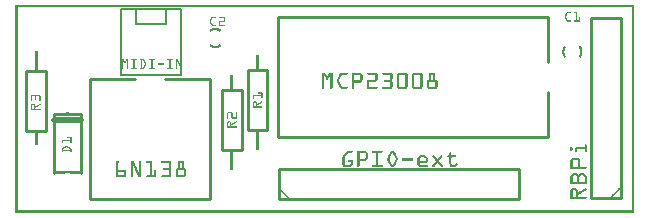
<source format=gto>
G04 MADE WITH FRITZING*
G04 WWW.FRITZING.ORG*
G04 DOUBLE SIDED*
G04 HOLES PLATED*
G04 CONTOUR ON CENTER OF CONTOUR VECTOR*
%ASAXBY*%
%FSLAX23Y23*%
%MOIN*%
%OFA0B0*%
%SFA1.0B1.0*%
%ADD10C,0.010000*%
%ADD11C,0.005000*%
%ADD12C,0.020000*%
%ADD13R,0.001000X0.001000*%
%LNSILK1*%
G90*
G70*
G54D10*
X877Y48D02*
X1677Y48D01*
D02*
X1677Y48D02*
X1677Y148D01*
D02*
X1677Y148D02*
X877Y148D01*
D02*
X877Y148D02*
X877Y48D01*
D02*
X2019Y50D02*
X2019Y650D01*
D02*
X2019Y650D02*
X1919Y650D01*
D02*
X1919Y650D02*
X1919Y50D01*
D02*
X1919Y50D02*
X2019Y50D01*
D02*
X249Y445D02*
X249Y45D01*
D02*
X249Y45D02*
X649Y45D01*
D02*
X649Y45D02*
X649Y445D01*
D02*
X249Y445D02*
X399Y445D01*
D02*
X499Y445D02*
X649Y445D01*
D02*
X1775Y654D02*
X1775Y504D01*
D02*
X1775Y404D02*
X1775Y254D01*
D02*
X1775Y654D02*
X875Y654D01*
D02*
X875Y254D02*
X1775Y254D01*
D02*
X875Y654D02*
X875Y254D01*
G54D11*
D02*
X552Y461D02*
X552Y681D01*
D02*
X352Y461D02*
X352Y681D01*
D02*
X352Y461D02*
X552Y461D01*
D02*
X352Y681D02*
X402Y681D01*
D02*
X402Y681D02*
X502Y681D01*
D02*
X502Y681D02*
X552Y681D01*
D02*
X502Y681D02*
X502Y631D01*
D02*
X502Y631D02*
X402Y631D01*
D02*
X402Y631D02*
X402Y681D01*
G54D10*
D02*
X773Y278D02*
X773Y478D01*
D02*
X773Y478D02*
X839Y478D01*
D02*
X839Y478D02*
X839Y278D01*
D02*
X839Y278D02*
X773Y278D01*
D02*
X688Y210D02*
X688Y410D01*
D02*
X688Y410D02*
X754Y410D01*
D02*
X754Y410D02*
X754Y210D01*
D02*
X754Y210D02*
X688Y210D01*
D02*
X218Y329D02*
X218Y134D01*
D02*
X128Y134D02*
X128Y329D01*
D02*
X128Y329D02*
X218Y329D01*
G54D12*
D02*
X128Y309D02*
X218Y309D01*
G54D10*
D02*
X102Y473D02*
X102Y273D01*
D02*
X102Y273D02*
X36Y273D01*
D02*
X36Y273D02*
X36Y473D01*
D02*
X36Y473D02*
X102Y473D01*
G54D13*
X0Y693D02*
X2062Y693D01*
X0Y692D02*
X2062Y692D01*
X0Y691D02*
X2062Y691D01*
X0Y690D02*
X2062Y690D01*
X0Y689D02*
X2062Y689D01*
X0Y688D02*
X2062Y688D01*
X0Y687D02*
X2062Y687D01*
X0Y686D02*
X2062Y686D01*
X0Y685D02*
X7Y685D01*
X2055Y685D02*
X2062Y685D01*
X0Y684D02*
X7Y684D01*
X2055Y684D02*
X2062Y684D01*
X0Y683D02*
X7Y683D01*
X2055Y683D02*
X2062Y683D01*
X0Y682D02*
X7Y682D01*
X2055Y682D02*
X2062Y682D01*
X0Y681D02*
X7Y681D01*
X2055Y681D02*
X2062Y681D01*
X0Y680D02*
X7Y680D01*
X2055Y680D02*
X2062Y680D01*
X0Y679D02*
X7Y679D01*
X2055Y679D02*
X2062Y679D01*
X0Y678D02*
X7Y678D01*
X2055Y678D02*
X2062Y678D01*
X0Y677D02*
X7Y677D01*
X2055Y677D02*
X2062Y677D01*
X0Y676D02*
X7Y676D01*
X2055Y676D02*
X2062Y676D01*
X0Y675D02*
X7Y675D01*
X2055Y675D02*
X2062Y675D01*
X0Y674D02*
X7Y674D01*
X2055Y674D02*
X2062Y674D01*
X0Y673D02*
X7Y673D01*
X2055Y673D02*
X2062Y673D01*
X0Y672D02*
X7Y672D01*
X2055Y672D02*
X2062Y672D01*
X0Y671D02*
X7Y671D01*
X2055Y671D02*
X2062Y671D01*
X0Y670D02*
X7Y670D01*
X2055Y670D02*
X2062Y670D01*
X0Y669D02*
X7Y669D01*
X1839Y669D02*
X1850Y669D01*
X1861Y669D02*
X1872Y669D01*
X2055Y669D02*
X2062Y669D01*
X0Y668D02*
X7Y668D01*
X1837Y668D02*
X1851Y668D01*
X1861Y668D02*
X1872Y668D01*
X2055Y668D02*
X2062Y668D01*
X0Y667D02*
X7Y667D01*
X1836Y667D02*
X1850Y667D01*
X1861Y667D02*
X1872Y667D01*
X2055Y667D02*
X2062Y667D01*
X0Y666D02*
X7Y666D01*
X1836Y666D02*
X1850Y666D01*
X1862Y666D02*
X1872Y666D01*
X2055Y666D02*
X2062Y666D01*
X0Y665D02*
X7Y665D01*
X1835Y665D02*
X1839Y665D01*
X1869Y665D02*
X1872Y665D01*
X2055Y665D02*
X2062Y665D01*
X0Y664D02*
X7Y664D01*
X1835Y664D02*
X1839Y664D01*
X1869Y664D02*
X1872Y664D01*
X2055Y664D02*
X2062Y664D01*
X0Y663D02*
X7Y663D01*
X1834Y663D02*
X1838Y663D01*
X1869Y663D02*
X1872Y663D01*
X2055Y663D02*
X2062Y663D01*
X0Y662D02*
X7Y662D01*
X1834Y662D02*
X1838Y662D01*
X1869Y662D02*
X1872Y662D01*
X2055Y662D02*
X2062Y662D01*
X0Y661D02*
X7Y661D01*
X1833Y661D02*
X1837Y661D01*
X1869Y661D02*
X1872Y661D01*
X2055Y661D02*
X2062Y661D01*
X0Y660D02*
X7Y660D01*
X1833Y660D02*
X1837Y660D01*
X1869Y660D02*
X1872Y660D01*
X2055Y660D02*
X2062Y660D01*
X0Y659D02*
X7Y659D01*
X1832Y659D02*
X1836Y659D01*
X1869Y659D02*
X1872Y659D01*
X2055Y659D02*
X2062Y659D01*
X0Y658D02*
X7Y658D01*
X1832Y658D02*
X1836Y658D01*
X1869Y658D02*
X1872Y658D01*
X2055Y658D02*
X2062Y658D01*
X0Y657D02*
X7Y657D01*
X1832Y657D02*
X1835Y657D01*
X1869Y657D02*
X1872Y657D01*
X2055Y657D02*
X2062Y657D01*
X0Y656D02*
X7Y656D01*
X1831Y656D02*
X1835Y656D01*
X1869Y656D02*
X1872Y656D01*
X2055Y656D02*
X2062Y656D01*
X0Y655D02*
X7Y655D01*
X1831Y655D02*
X1834Y655D01*
X1869Y655D02*
X1872Y655D01*
X2055Y655D02*
X2062Y655D01*
X0Y654D02*
X7Y654D01*
X656Y654D02*
X667Y654D01*
X679Y654D02*
X695Y654D01*
X1831Y654D02*
X1834Y654D01*
X1869Y654D02*
X1872Y654D01*
X2055Y654D02*
X2062Y654D01*
X0Y653D02*
X7Y653D01*
X655Y653D02*
X668Y653D01*
X678Y653D02*
X697Y653D01*
X1831Y653D02*
X1834Y653D01*
X1869Y653D02*
X1872Y653D01*
X2055Y653D02*
X2062Y653D01*
X0Y652D02*
X7Y652D01*
X654Y652D02*
X668Y652D01*
X678Y652D02*
X697Y652D01*
X1831Y652D02*
X1834Y652D01*
X1869Y652D02*
X1872Y652D01*
X1879Y652D02*
X1879Y652D01*
X2055Y652D02*
X2062Y652D01*
X0Y651D02*
X7Y651D01*
X653Y651D02*
X667Y651D01*
X679Y651D02*
X698Y651D01*
X1831Y651D02*
X1835Y651D01*
X1869Y651D02*
X1872Y651D01*
X1878Y651D02*
X1880Y651D01*
X2055Y651D02*
X2062Y651D01*
X0Y650D02*
X7Y650D01*
X653Y650D02*
X657Y650D01*
X694Y650D02*
X698Y650D01*
X1832Y650D02*
X1835Y650D01*
X1869Y650D02*
X1872Y650D01*
X1877Y650D02*
X1881Y650D01*
X2055Y650D02*
X2062Y650D01*
X0Y649D02*
X7Y649D01*
X652Y649D02*
X656Y649D01*
X694Y649D02*
X698Y649D01*
X1832Y649D02*
X1836Y649D01*
X1869Y649D02*
X1872Y649D01*
X1877Y649D02*
X1881Y649D01*
X2055Y649D02*
X2062Y649D01*
X0Y648D02*
X7Y648D01*
X652Y648D02*
X655Y648D01*
X694Y648D02*
X698Y648D01*
X1833Y648D02*
X1836Y648D01*
X1869Y648D02*
X1872Y648D01*
X1877Y648D02*
X1881Y648D01*
X2055Y648D02*
X2062Y648D01*
X0Y647D02*
X7Y647D01*
X651Y647D02*
X655Y647D01*
X694Y647D02*
X698Y647D01*
X1833Y647D02*
X1837Y647D01*
X1869Y647D02*
X1872Y647D01*
X1877Y647D02*
X1881Y647D01*
X2055Y647D02*
X2062Y647D01*
X0Y646D02*
X7Y646D01*
X651Y646D02*
X654Y646D01*
X694Y646D02*
X698Y646D01*
X1834Y646D02*
X1837Y646D01*
X1869Y646D02*
X1872Y646D01*
X1877Y646D02*
X1881Y646D01*
X2055Y646D02*
X2062Y646D01*
X0Y645D02*
X7Y645D01*
X650Y645D02*
X654Y645D01*
X694Y645D02*
X698Y645D01*
X1834Y645D02*
X1838Y645D01*
X1869Y645D02*
X1872Y645D01*
X1877Y645D02*
X1881Y645D01*
X2055Y645D02*
X2062Y645D01*
X0Y644D02*
X7Y644D01*
X650Y644D02*
X653Y644D01*
X694Y644D02*
X698Y644D01*
X1835Y644D02*
X1838Y644D01*
X1869Y644D02*
X1872Y644D01*
X1877Y644D02*
X1881Y644D01*
X2055Y644D02*
X2062Y644D01*
X0Y643D02*
X7Y643D01*
X649Y643D02*
X653Y643D01*
X694Y643D02*
X698Y643D01*
X1835Y643D02*
X1839Y643D01*
X1869Y643D02*
X1872Y643D01*
X1877Y643D02*
X1881Y643D01*
X2055Y643D02*
X2062Y643D01*
X0Y642D02*
X7Y642D01*
X649Y642D02*
X652Y642D01*
X694Y642D02*
X698Y642D01*
X1836Y642D02*
X1840Y642D01*
X1869Y642D02*
X1872Y642D01*
X1877Y642D02*
X1881Y642D01*
X2055Y642D02*
X2062Y642D01*
X0Y641D02*
X7Y641D01*
X648Y641D02*
X652Y641D01*
X694Y641D02*
X698Y641D01*
X1836Y641D02*
X1850Y641D01*
X1862Y641D02*
X1881Y641D01*
X2055Y641D02*
X2062Y641D01*
X0Y640D02*
X7Y640D01*
X648Y640D02*
X651Y640D01*
X681Y640D02*
X698Y640D01*
X1837Y640D02*
X1851Y640D01*
X1861Y640D02*
X1881Y640D01*
X2055Y640D02*
X2062Y640D01*
X0Y639D02*
X7Y639D01*
X648Y639D02*
X651Y639D01*
X679Y639D02*
X697Y639D01*
X1838Y639D02*
X1851Y639D01*
X1861Y639D02*
X1881Y639D01*
X2055Y639D02*
X2062Y639D01*
X0Y638D02*
X7Y638D01*
X648Y638D02*
X651Y638D01*
X678Y638D02*
X697Y638D01*
X1839Y638D02*
X1850Y638D01*
X1862Y638D02*
X1880Y638D01*
X2055Y638D02*
X2062Y638D01*
X0Y637D02*
X7Y637D01*
X648Y637D02*
X651Y637D01*
X678Y637D02*
X696Y637D01*
X2055Y637D02*
X2062Y637D01*
X0Y636D02*
X7Y636D01*
X648Y636D02*
X652Y636D01*
X678Y636D02*
X681Y636D01*
X2055Y636D02*
X2062Y636D01*
X0Y635D02*
X7Y635D01*
X649Y635D02*
X652Y635D01*
X678Y635D02*
X681Y635D01*
X2055Y635D02*
X2062Y635D01*
X0Y634D02*
X7Y634D01*
X649Y634D02*
X653Y634D01*
X678Y634D02*
X681Y634D01*
X2055Y634D02*
X2062Y634D01*
X0Y633D02*
X7Y633D01*
X649Y633D02*
X653Y633D01*
X678Y633D02*
X681Y633D01*
X2055Y633D02*
X2062Y633D01*
X0Y632D02*
X7Y632D01*
X650Y632D02*
X654Y632D01*
X678Y632D02*
X681Y632D01*
X2055Y632D02*
X2062Y632D01*
X0Y631D02*
X7Y631D01*
X650Y631D02*
X654Y631D01*
X678Y631D02*
X681Y631D01*
X2055Y631D02*
X2062Y631D01*
X0Y630D02*
X7Y630D01*
X651Y630D02*
X655Y630D01*
X678Y630D02*
X681Y630D01*
X2055Y630D02*
X2062Y630D01*
X0Y629D02*
X7Y629D01*
X651Y629D02*
X655Y629D01*
X678Y629D02*
X681Y629D01*
X2055Y629D02*
X2062Y629D01*
X0Y628D02*
X7Y628D01*
X652Y628D02*
X656Y628D01*
X678Y628D02*
X681Y628D01*
X2055Y628D02*
X2062Y628D01*
X0Y627D02*
X7Y627D01*
X652Y627D02*
X656Y627D01*
X678Y627D02*
X681Y627D01*
X2055Y627D02*
X2062Y627D01*
X0Y626D02*
X7Y626D01*
X653Y626D02*
X666Y626D01*
X678Y626D02*
X696Y626D01*
X2055Y626D02*
X2062Y626D01*
X0Y625D02*
X7Y625D01*
X654Y625D02*
X667Y625D01*
X678Y625D02*
X697Y625D01*
X2055Y625D02*
X2062Y625D01*
X0Y624D02*
X7Y624D01*
X654Y624D02*
X668Y624D01*
X678Y624D02*
X698Y624D01*
X2055Y624D02*
X2062Y624D01*
X0Y623D02*
X7Y623D01*
X656Y623D02*
X667Y623D01*
X678Y623D02*
X697Y623D01*
X2055Y623D02*
X2062Y623D01*
X0Y622D02*
X7Y622D01*
X2055Y622D02*
X2062Y622D01*
X0Y621D02*
X7Y621D01*
X2055Y621D02*
X2062Y621D01*
X0Y620D02*
X7Y620D01*
X2055Y620D02*
X2062Y620D01*
X0Y619D02*
X7Y619D01*
X2055Y619D02*
X2062Y619D01*
X0Y618D02*
X7Y618D01*
X2055Y618D02*
X2062Y618D01*
X0Y617D02*
X7Y617D01*
X2055Y617D02*
X2062Y617D01*
X0Y616D02*
X7Y616D01*
X660Y616D02*
X672Y616D01*
X2055Y616D02*
X2062Y616D01*
X0Y615D02*
X7Y615D01*
X656Y615D02*
X676Y615D01*
X2055Y615D02*
X2062Y615D01*
X0Y614D02*
X7Y614D01*
X653Y614D02*
X679Y614D01*
X2055Y614D02*
X2062Y614D01*
X0Y613D02*
X7Y613D01*
X651Y613D02*
X681Y613D01*
X2055Y613D02*
X2062Y613D01*
X0Y612D02*
X7Y612D01*
X649Y612D02*
X682Y612D01*
X2055Y612D02*
X2062Y612D01*
X0Y611D02*
X7Y611D01*
X648Y611D02*
X684Y611D01*
X2055Y611D02*
X2062Y611D01*
X0Y610D02*
X7Y610D01*
X646Y610D02*
X685Y610D01*
X2055Y610D02*
X2062Y610D01*
X0Y609D02*
X7Y609D01*
X646Y609D02*
X664Y609D01*
X668Y609D02*
X685Y609D01*
X2055Y609D02*
X2062Y609D01*
X0Y608D02*
X7Y608D01*
X647Y608D02*
X658Y608D01*
X673Y608D02*
X684Y608D01*
X2055Y608D02*
X2062Y608D01*
X0Y607D02*
X7Y607D01*
X648Y607D02*
X656Y607D01*
X676Y607D02*
X684Y607D01*
X2055Y607D02*
X2062Y607D01*
X0Y606D02*
X7Y606D01*
X649Y606D02*
X654Y606D01*
X678Y606D02*
X683Y606D01*
X2055Y606D02*
X2062Y606D01*
X0Y605D02*
X7Y605D01*
X649Y605D02*
X652Y605D01*
X680Y605D02*
X682Y605D01*
X2055Y605D02*
X2062Y605D01*
X0Y604D02*
X7Y604D01*
X650Y604D02*
X651Y604D01*
X681Y604D02*
X682Y604D01*
X2055Y604D02*
X2062Y604D01*
X0Y603D02*
X7Y603D01*
X2055Y603D02*
X2062Y603D01*
X0Y602D02*
X7Y602D01*
X2055Y602D02*
X2062Y602D01*
X0Y601D02*
X7Y601D01*
X2055Y601D02*
X2062Y601D01*
X0Y600D02*
X7Y600D01*
X2055Y600D02*
X2062Y600D01*
X0Y599D02*
X7Y599D01*
X2055Y599D02*
X2062Y599D01*
X0Y598D02*
X7Y598D01*
X2055Y598D02*
X2062Y598D01*
X0Y597D02*
X7Y597D01*
X2055Y597D02*
X2062Y597D01*
X0Y596D02*
X7Y596D01*
X2055Y596D02*
X2062Y596D01*
X0Y595D02*
X7Y595D01*
X2055Y595D02*
X2062Y595D01*
X0Y594D02*
X7Y594D01*
X2055Y594D02*
X2062Y594D01*
X0Y593D02*
X7Y593D01*
X2055Y593D02*
X2062Y593D01*
X0Y592D02*
X7Y592D01*
X2055Y592D02*
X2062Y592D01*
X0Y591D02*
X7Y591D01*
X2055Y591D02*
X2062Y591D01*
X0Y590D02*
X7Y590D01*
X2055Y590D02*
X2062Y590D01*
X0Y589D02*
X7Y589D01*
X2055Y589D02*
X2062Y589D01*
X0Y588D02*
X7Y588D01*
X2055Y588D02*
X2062Y588D01*
X0Y587D02*
X7Y587D01*
X2055Y587D02*
X2062Y587D01*
X0Y586D02*
X7Y586D01*
X2055Y586D02*
X2062Y586D01*
X0Y585D02*
X7Y585D01*
X2055Y585D02*
X2062Y585D01*
X0Y584D02*
X7Y584D01*
X2055Y584D02*
X2062Y584D01*
X0Y583D02*
X7Y583D01*
X2055Y583D02*
X2062Y583D01*
X0Y582D02*
X7Y582D01*
X2055Y582D02*
X2062Y582D01*
X0Y581D02*
X7Y581D01*
X2055Y581D02*
X2062Y581D01*
X0Y580D02*
X7Y580D01*
X2055Y580D02*
X2062Y580D01*
X0Y579D02*
X7Y579D01*
X2055Y579D02*
X2062Y579D01*
X0Y578D02*
X7Y578D01*
X2055Y578D02*
X2062Y578D01*
X0Y577D02*
X7Y577D01*
X2055Y577D02*
X2062Y577D01*
X0Y576D02*
X7Y576D01*
X2055Y576D02*
X2062Y576D01*
X0Y575D02*
X7Y575D01*
X2055Y575D02*
X2062Y575D01*
X0Y574D02*
X7Y574D01*
X2055Y574D02*
X2062Y574D01*
X0Y573D02*
X7Y573D01*
X2055Y573D02*
X2062Y573D01*
X0Y572D02*
X7Y572D01*
X2055Y572D02*
X2062Y572D01*
X0Y571D02*
X7Y571D01*
X2055Y571D02*
X2062Y571D01*
X0Y570D02*
X7Y570D01*
X2055Y570D02*
X2062Y570D01*
X0Y569D02*
X7Y569D01*
X2055Y569D02*
X2062Y569D01*
X0Y568D02*
X7Y568D01*
X2055Y568D02*
X2062Y568D01*
X0Y567D02*
X7Y567D01*
X2055Y567D02*
X2062Y567D01*
X0Y566D02*
X7Y566D01*
X2055Y566D02*
X2062Y566D01*
X0Y565D02*
X7Y565D01*
X2055Y565D02*
X2062Y565D01*
X0Y564D02*
X7Y564D01*
X2055Y564D02*
X2062Y564D01*
X0Y563D02*
X7Y563D01*
X2055Y563D02*
X2062Y563D01*
X0Y562D02*
X7Y562D01*
X650Y562D02*
X650Y562D01*
X2055Y562D02*
X2062Y562D01*
X0Y561D02*
X7Y561D01*
X650Y561D02*
X652Y561D01*
X680Y561D02*
X682Y561D01*
X2055Y561D02*
X2062Y561D01*
X0Y560D02*
X7Y560D01*
X649Y560D02*
X653Y560D01*
X678Y560D02*
X683Y560D01*
X2055Y560D02*
X2062Y560D01*
X0Y559D02*
X7Y559D01*
X648Y559D02*
X655Y559D01*
X676Y559D02*
X683Y559D01*
X2055Y559D02*
X2062Y559D01*
X0Y558D02*
X7Y558D01*
X647Y558D02*
X658Y558D01*
X674Y558D02*
X684Y558D01*
X2055Y558D02*
X2062Y558D01*
X0Y557D02*
X7Y557D01*
X647Y557D02*
X662Y557D01*
X670Y557D02*
X685Y557D01*
X1829Y557D02*
X1829Y557D01*
X2055Y557D02*
X2062Y557D01*
X0Y556D02*
X7Y556D01*
X646Y556D02*
X686Y556D01*
X1829Y556D02*
X1830Y556D01*
X1882Y556D02*
X1883Y556D01*
X2055Y556D02*
X2062Y556D01*
X0Y555D02*
X7Y555D01*
X647Y555D02*
X684Y555D01*
X1828Y555D02*
X1832Y555D01*
X1880Y555D02*
X1884Y555D01*
X2055Y555D02*
X2062Y555D01*
X0Y554D02*
X7Y554D01*
X649Y554D02*
X683Y554D01*
X1827Y554D02*
X1833Y554D01*
X1879Y554D02*
X1885Y554D01*
X2055Y554D02*
X2062Y554D01*
X0Y553D02*
X7Y553D01*
X651Y553D02*
X681Y553D01*
X1827Y553D02*
X1835Y553D01*
X1877Y553D02*
X1885Y553D01*
X2055Y553D02*
X2062Y553D01*
X0Y552D02*
X7Y552D01*
X653Y552D02*
X679Y552D01*
X1826Y552D02*
X1835Y552D01*
X1877Y552D02*
X1886Y552D01*
X2055Y552D02*
X2062Y552D01*
X0Y551D02*
X7Y551D01*
X655Y551D02*
X677Y551D01*
X1826Y551D02*
X1834Y551D01*
X1878Y551D02*
X1886Y551D01*
X2055Y551D02*
X2062Y551D01*
X0Y550D02*
X7Y550D01*
X659Y550D02*
X673Y550D01*
X1825Y550D02*
X1833Y550D01*
X1879Y550D02*
X1887Y550D01*
X2055Y550D02*
X2062Y550D01*
X0Y549D02*
X7Y549D01*
X1825Y549D02*
X1833Y549D01*
X1879Y549D02*
X1887Y549D01*
X2055Y549D02*
X2062Y549D01*
X0Y548D02*
X7Y548D01*
X1824Y548D02*
X1832Y548D01*
X1880Y548D02*
X1887Y548D01*
X2055Y548D02*
X2062Y548D01*
X0Y547D02*
X7Y547D01*
X1824Y547D02*
X1832Y547D01*
X1880Y547D02*
X1888Y547D01*
X2055Y547D02*
X2062Y547D01*
X0Y546D02*
X7Y546D01*
X1824Y546D02*
X1831Y546D01*
X1881Y546D02*
X1888Y546D01*
X2055Y546D02*
X2062Y546D01*
X0Y545D02*
X7Y545D01*
X1824Y545D02*
X1831Y545D01*
X1881Y545D02*
X1888Y545D01*
X2055Y545D02*
X2062Y545D01*
X0Y544D02*
X7Y544D01*
X1823Y544D02*
X1830Y544D01*
X1882Y544D02*
X1888Y544D01*
X2055Y544D02*
X2062Y544D01*
X0Y543D02*
X7Y543D01*
X1823Y543D02*
X1830Y543D01*
X1882Y543D02*
X1889Y543D01*
X2055Y543D02*
X2062Y543D01*
X0Y542D02*
X7Y542D01*
X1823Y542D02*
X1830Y542D01*
X1882Y542D02*
X1889Y542D01*
X2055Y542D02*
X2062Y542D01*
X0Y541D02*
X7Y541D01*
X1823Y541D02*
X1830Y541D01*
X1882Y541D02*
X1889Y541D01*
X2055Y541D02*
X2062Y541D01*
X0Y540D02*
X7Y540D01*
X64Y540D02*
X73Y540D01*
X1823Y540D02*
X1829Y540D01*
X1882Y540D02*
X1889Y540D01*
X2055Y540D02*
X2062Y540D01*
X0Y539D02*
X7Y539D01*
X64Y539D02*
X73Y539D01*
X1823Y539D02*
X1829Y539D01*
X1882Y539D02*
X1889Y539D01*
X2055Y539D02*
X2062Y539D01*
X0Y538D02*
X7Y538D01*
X64Y538D02*
X73Y538D01*
X1823Y538D02*
X1829Y538D01*
X1883Y538D02*
X1889Y538D01*
X2055Y538D02*
X2062Y538D01*
X0Y537D02*
X7Y537D01*
X64Y537D02*
X73Y537D01*
X1823Y537D02*
X1829Y537D01*
X1883Y537D02*
X1889Y537D01*
X2055Y537D02*
X2062Y537D01*
X0Y536D02*
X7Y536D01*
X64Y536D02*
X73Y536D01*
X1823Y536D02*
X1829Y536D01*
X1883Y536D02*
X1889Y536D01*
X2055Y536D02*
X2062Y536D01*
X0Y535D02*
X7Y535D01*
X64Y535D02*
X73Y535D01*
X1823Y535D02*
X1829Y535D01*
X1882Y535D02*
X1889Y535D01*
X2055Y535D02*
X2062Y535D01*
X0Y534D02*
X7Y534D01*
X64Y534D02*
X73Y534D01*
X1823Y534D02*
X1829Y534D01*
X1882Y534D02*
X1889Y534D01*
X2055Y534D02*
X2062Y534D01*
X0Y533D02*
X7Y533D01*
X64Y533D02*
X73Y533D01*
X1823Y533D02*
X1830Y533D01*
X1882Y533D02*
X1889Y533D01*
X2055Y533D02*
X2062Y533D01*
X0Y532D02*
X7Y532D01*
X64Y532D02*
X73Y532D01*
X1823Y532D02*
X1830Y532D01*
X1882Y532D02*
X1889Y532D01*
X2055Y532D02*
X2062Y532D01*
X0Y531D02*
X7Y531D01*
X64Y531D02*
X73Y531D01*
X1823Y531D02*
X1830Y531D01*
X1882Y531D02*
X1889Y531D01*
X2055Y531D02*
X2062Y531D01*
X0Y530D02*
X7Y530D01*
X64Y530D02*
X73Y530D01*
X1823Y530D02*
X1830Y530D01*
X1882Y530D02*
X1888Y530D01*
X2055Y530D02*
X2062Y530D01*
X0Y529D02*
X7Y529D01*
X64Y529D02*
X73Y529D01*
X1824Y529D02*
X1831Y529D01*
X1881Y529D02*
X1888Y529D01*
X2055Y529D02*
X2062Y529D01*
X0Y528D02*
X7Y528D01*
X64Y528D02*
X73Y528D01*
X1824Y528D02*
X1831Y528D01*
X1881Y528D02*
X1888Y528D01*
X2055Y528D02*
X2062Y528D01*
X0Y527D02*
X7Y527D01*
X64Y527D02*
X73Y527D01*
X1824Y527D02*
X1831Y527D01*
X1880Y527D02*
X1888Y527D01*
X2055Y527D02*
X2062Y527D01*
X0Y526D02*
X7Y526D01*
X64Y526D02*
X73Y526D01*
X801Y526D02*
X802Y526D01*
X809Y526D02*
X810Y526D01*
X1824Y526D02*
X1832Y526D01*
X1880Y526D02*
X1887Y526D01*
X2055Y526D02*
X2062Y526D01*
X0Y525D02*
X7Y525D01*
X64Y525D02*
X73Y525D01*
X801Y525D02*
X810Y525D01*
X1825Y525D02*
X1832Y525D01*
X1879Y525D02*
X1887Y525D01*
X2055Y525D02*
X2062Y525D01*
X0Y524D02*
X7Y524D01*
X64Y524D02*
X73Y524D01*
X801Y524D02*
X810Y524D01*
X1825Y524D02*
X1833Y524D01*
X1879Y524D02*
X1887Y524D01*
X2055Y524D02*
X2062Y524D01*
X0Y523D02*
X7Y523D01*
X64Y523D02*
X73Y523D01*
X801Y523D02*
X810Y523D01*
X1826Y523D02*
X1834Y523D01*
X1878Y523D02*
X1886Y523D01*
X2055Y523D02*
X2062Y523D01*
X0Y522D02*
X7Y522D01*
X64Y522D02*
X73Y522D01*
X801Y522D02*
X810Y522D01*
X1826Y522D02*
X1834Y522D01*
X1877Y522D02*
X1886Y522D01*
X2055Y522D02*
X2062Y522D01*
X0Y521D02*
X7Y521D01*
X64Y521D02*
X73Y521D01*
X801Y521D02*
X810Y521D01*
X1827Y521D02*
X1835Y521D01*
X1877Y521D02*
X1885Y521D01*
X2055Y521D02*
X2062Y521D01*
X0Y520D02*
X7Y520D01*
X64Y520D02*
X73Y520D01*
X801Y520D02*
X810Y520D01*
X1827Y520D02*
X1833Y520D01*
X1879Y520D02*
X1885Y520D01*
X2055Y520D02*
X2062Y520D01*
X0Y519D02*
X7Y519D01*
X64Y519D02*
X73Y519D01*
X801Y519D02*
X810Y519D01*
X1828Y519D02*
X1832Y519D01*
X1880Y519D02*
X1884Y519D01*
X2055Y519D02*
X2062Y519D01*
X0Y518D02*
X7Y518D01*
X64Y518D02*
X73Y518D01*
X801Y518D02*
X810Y518D01*
X1828Y518D02*
X1830Y518D01*
X1881Y518D02*
X1883Y518D01*
X2055Y518D02*
X2062Y518D01*
X0Y517D02*
X7Y517D01*
X64Y517D02*
X73Y517D01*
X801Y517D02*
X810Y517D01*
X1829Y517D02*
X1829Y517D01*
X1883Y517D02*
X1883Y517D01*
X2055Y517D02*
X2062Y517D01*
X0Y516D02*
X7Y516D01*
X64Y516D02*
X73Y516D01*
X801Y516D02*
X810Y516D01*
X2055Y516D02*
X2062Y516D01*
X0Y515D02*
X7Y515D01*
X64Y515D02*
X73Y515D01*
X801Y515D02*
X810Y515D01*
X2055Y515D02*
X2062Y515D01*
X0Y514D02*
X7Y514D01*
X64Y514D02*
X73Y514D01*
X801Y514D02*
X810Y514D01*
X2055Y514D02*
X2062Y514D01*
X0Y513D02*
X7Y513D01*
X64Y513D02*
X73Y513D01*
X801Y513D02*
X810Y513D01*
X2055Y513D02*
X2062Y513D01*
X0Y512D02*
X7Y512D01*
X64Y512D02*
X73Y512D01*
X355Y512D02*
X360Y512D01*
X370Y512D02*
X375Y512D01*
X386Y512D02*
X404Y512D01*
X416Y512D02*
X426Y512D01*
X446Y512D02*
X464Y512D01*
X506Y512D02*
X524Y512D01*
X535Y512D02*
X540Y512D01*
X552Y512D02*
X554Y512D01*
X801Y512D02*
X810Y512D01*
X2055Y512D02*
X2062Y512D01*
X0Y511D02*
X7Y511D01*
X64Y511D02*
X73Y511D01*
X355Y511D02*
X360Y511D01*
X369Y511D02*
X375Y511D01*
X385Y511D02*
X405Y511D01*
X415Y511D02*
X428Y511D01*
X445Y511D02*
X465Y511D01*
X505Y511D02*
X525Y511D01*
X535Y511D02*
X540Y511D01*
X552Y511D02*
X555Y511D01*
X801Y511D02*
X810Y511D01*
X2055Y511D02*
X2062Y511D01*
X0Y510D02*
X7Y510D01*
X64Y510D02*
X73Y510D01*
X355Y510D02*
X361Y510D01*
X369Y510D02*
X375Y510D01*
X385Y510D02*
X405Y510D01*
X415Y510D02*
X429Y510D01*
X445Y510D02*
X465Y510D01*
X505Y510D02*
X525Y510D01*
X535Y510D02*
X541Y510D01*
X552Y510D02*
X555Y510D01*
X801Y510D02*
X810Y510D01*
X2055Y510D02*
X2062Y510D01*
X0Y509D02*
X7Y509D01*
X64Y509D02*
X73Y509D01*
X355Y509D02*
X362Y509D01*
X368Y509D02*
X375Y509D01*
X386Y509D02*
X404Y509D01*
X416Y509D02*
X429Y509D01*
X446Y509D02*
X464Y509D01*
X506Y509D02*
X524Y509D01*
X535Y509D02*
X541Y509D01*
X552Y509D02*
X555Y509D01*
X801Y509D02*
X810Y509D01*
X2055Y509D02*
X2062Y509D01*
X0Y508D02*
X7Y508D01*
X64Y508D02*
X73Y508D01*
X355Y508D02*
X362Y508D01*
X367Y508D02*
X375Y508D01*
X393Y508D02*
X396Y508D01*
X419Y508D02*
X422Y508D01*
X426Y508D02*
X430Y508D01*
X453Y508D02*
X456Y508D01*
X513Y508D02*
X516Y508D01*
X535Y508D02*
X542Y508D01*
X552Y508D02*
X555Y508D01*
X801Y508D02*
X810Y508D01*
X2055Y508D02*
X2062Y508D01*
X0Y507D02*
X7Y507D01*
X64Y507D02*
X73Y507D01*
X355Y507D02*
X363Y507D01*
X367Y507D02*
X375Y507D01*
X393Y507D02*
X396Y507D01*
X419Y507D02*
X422Y507D01*
X427Y507D02*
X431Y507D01*
X453Y507D02*
X456Y507D01*
X513Y507D02*
X516Y507D01*
X535Y507D02*
X542Y507D01*
X552Y507D02*
X555Y507D01*
X801Y507D02*
X810Y507D01*
X2055Y507D02*
X2062Y507D01*
X0Y506D02*
X7Y506D01*
X64Y506D02*
X73Y506D01*
X355Y506D02*
X358Y506D01*
X360Y506D02*
X364Y506D01*
X366Y506D02*
X375Y506D01*
X393Y506D02*
X396Y506D01*
X419Y506D02*
X422Y506D01*
X427Y506D02*
X431Y506D01*
X453Y506D02*
X456Y506D01*
X513Y506D02*
X516Y506D01*
X535Y506D02*
X542Y506D01*
X552Y506D02*
X555Y506D01*
X801Y506D02*
X810Y506D01*
X2055Y506D02*
X2062Y506D01*
X0Y505D02*
X7Y505D01*
X64Y505D02*
X73Y505D01*
X355Y505D02*
X358Y505D01*
X360Y505D02*
X369Y505D01*
X372Y505D02*
X375Y505D01*
X393Y505D02*
X396Y505D01*
X419Y505D02*
X422Y505D01*
X428Y505D02*
X432Y505D01*
X453Y505D02*
X456Y505D01*
X513Y505D02*
X516Y505D01*
X535Y505D02*
X543Y505D01*
X552Y505D02*
X555Y505D01*
X801Y505D02*
X810Y505D01*
X2055Y505D02*
X2062Y505D01*
X0Y504D02*
X7Y504D01*
X64Y504D02*
X73Y504D01*
X355Y504D02*
X358Y504D01*
X361Y504D02*
X369Y504D01*
X372Y504D02*
X375Y504D01*
X393Y504D02*
X396Y504D01*
X419Y504D02*
X422Y504D01*
X428Y504D02*
X432Y504D01*
X453Y504D02*
X456Y504D01*
X513Y504D02*
X516Y504D01*
X535Y504D02*
X543Y504D01*
X552Y504D02*
X555Y504D01*
X801Y504D02*
X810Y504D01*
X2055Y504D02*
X2062Y504D01*
X0Y503D02*
X7Y503D01*
X64Y503D02*
X73Y503D01*
X355Y503D02*
X358Y503D01*
X362Y503D02*
X368Y503D01*
X372Y503D02*
X375Y503D01*
X393Y503D02*
X396Y503D01*
X419Y503D02*
X422Y503D01*
X429Y503D02*
X433Y503D01*
X453Y503D02*
X456Y503D01*
X513Y503D02*
X516Y503D01*
X535Y503D02*
X538Y503D01*
X540Y503D02*
X544Y503D01*
X552Y503D02*
X555Y503D01*
X801Y503D02*
X810Y503D01*
X2055Y503D02*
X2062Y503D01*
X0Y502D02*
X7Y502D01*
X64Y502D02*
X73Y502D01*
X355Y502D02*
X358Y502D01*
X363Y502D02*
X367Y502D01*
X372Y502D02*
X375Y502D01*
X393Y502D02*
X396Y502D01*
X419Y502D02*
X422Y502D01*
X429Y502D02*
X433Y502D01*
X453Y502D02*
X456Y502D01*
X513Y502D02*
X516Y502D01*
X535Y502D02*
X538Y502D01*
X541Y502D02*
X544Y502D01*
X552Y502D02*
X555Y502D01*
X801Y502D02*
X810Y502D01*
X2055Y502D02*
X2062Y502D01*
X0Y501D02*
X7Y501D01*
X64Y501D02*
X73Y501D01*
X355Y501D02*
X358Y501D01*
X363Y501D02*
X367Y501D01*
X372Y501D02*
X375Y501D01*
X393Y501D02*
X396Y501D01*
X419Y501D02*
X422Y501D01*
X430Y501D02*
X434Y501D01*
X453Y501D02*
X456Y501D01*
X513Y501D02*
X516Y501D01*
X535Y501D02*
X538Y501D01*
X541Y501D02*
X545Y501D01*
X552Y501D02*
X555Y501D01*
X801Y501D02*
X810Y501D01*
X2055Y501D02*
X2062Y501D01*
X0Y500D02*
X7Y500D01*
X64Y500D02*
X73Y500D01*
X355Y500D02*
X358Y500D01*
X363Y500D02*
X366Y500D01*
X372Y500D02*
X375Y500D01*
X393Y500D02*
X396Y500D01*
X419Y500D02*
X422Y500D01*
X430Y500D02*
X434Y500D01*
X453Y500D02*
X456Y500D01*
X513Y500D02*
X516Y500D01*
X535Y500D02*
X538Y500D01*
X541Y500D02*
X545Y500D01*
X552Y500D02*
X555Y500D01*
X801Y500D02*
X810Y500D01*
X2055Y500D02*
X2062Y500D01*
X0Y499D02*
X7Y499D01*
X64Y499D02*
X73Y499D01*
X355Y499D02*
X358Y499D01*
X364Y499D02*
X366Y499D01*
X372Y499D02*
X375Y499D01*
X393Y499D02*
X396Y499D01*
X419Y499D02*
X422Y499D01*
X431Y499D02*
X434Y499D01*
X453Y499D02*
X456Y499D01*
X513Y499D02*
X516Y499D01*
X535Y499D02*
X538Y499D01*
X542Y499D02*
X545Y499D01*
X552Y499D02*
X555Y499D01*
X801Y499D02*
X810Y499D01*
X2055Y499D02*
X2062Y499D01*
X0Y498D02*
X7Y498D01*
X64Y498D02*
X73Y498D01*
X355Y498D02*
X358Y498D01*
X365Y498D02*
X365Y498D01*
X372Y498D02*
X375Y498D01*
X393Y498D02*
X396Y498D01*
X419Y498D02*
X422Y498D01*
X431Y498D02*
X435Y498D01*
X453Y498D02*
X456Y498D01*
X476Y498D02*
X494Y498D01*
X513Y498D02*
X516Y498D01*
X535Y498D02*
X538Y498D01*
X542Y498D02*
X546Y498D01*
X552Y498D02*
X555Y498D01*
X801Y498D02*
X810Y498D01*
X2055Y498D02*
X2062Y498D01*
X0Y497D02*
X7Y497D01*
X64Y497D02*
X73Y497D01*
X355Y497D02*
X358Y497D01*
X372Y497D02*
X375Y497D01*
X393Y497D02*
X396Y497D01*
X419Y497D02*
X422Y497D01*
X431Y497D02*
X435Y497D01*
X453Y497D02*
X456Y497D01*
X475Y497D02*
X495Y497D01*
X513Y497D02*
X516Y497D01*
X535Y497D02*
X538Y497D01*
X543Y497D02*
X546Y497D01*
X552Y497D02*
X555Y497D01*
X801Y497D02*
X810Y497D01*
X2055Y497D02*
X2062Y497D01*
X0Y496D02*
X7Y496D01*
X64Y496D02*
X73Y496D01*
X355Y496D02*
X358Y496D01*
X372Y496D02*
X375Y496D01*
X393Y496D02*
X396Y496D01*
X419Y496D02*
X422Y496D01*
X431Y496D02*
X435Y496D01*
X453Y496D02*
X456Y496D01*
X475Y496D02*
X495Y496D01*
X513Y496D02*
X516Y496D01*
X535Y496D02*
X538Y496D01*
X543Y496D02*
X547Y496D01*
X552Y496D02*
X555Y496D01*
X801Y496D02*
X810Y496D01*
X2055Y496D02*
X2062Y496D01*
X0Y495D02*
X7Y495D01*
X64Y495D02*
X73Y495D01*
X355Y495D02*
X358Y495D01*
X372Y495D02*
X375Y495D01*
X393Y495D02*
X396Y495D01*
X419Y495D02*
X422Y495D01*
X431Y495D02*
X435Y495D01*
X453Y495D02*
X456Y495D01*
X475Y495D02*
X495Y495D01*
X513Y495D02*
X516Y495D01*
X535Y495D02*
X538Y495D01*
X544Y495D02*
X547Y495D01*
X552Y495D02*
X555Y495D01*
X801Y495D02*
X810Y495D01*
X2055Y495D02*
X2062Y495D01*
X0Y494D02*
X7Y494D01*
X64Y494D02*
X73Y494D01*
X355Y494D02*
X358Y494D01*
X372Y494D02*
X375Y494D01*
X393Y494D02*
X396Y494D01*
X419Y494D02*
X422Y494D01*
X431Y494D02*
X434Y494D01*
X453Y494D02*
X456Y494D01*
X475Y494D02*
X495Y494D01*
X513Y494D02*
X516Y494D01*
X535Y494D02*
X538Y494D01*
X544Y494D02*
X548Y494D01*
X552Y494D02*
X555Y494D01*
X801Y494D02*
X810Y494D01*
X2055Y494D02*
X2062Y494D01*
X0Y493D02*
X7Y493D01*
X64Y493D02*
X73Y493D01*
X355Y493D02*
X358Y493D01*
X372Y493D02*
X375Y493D01*
X393Y493D02*
X396Y493D01*
X419Y493D02*
X422Y493D01*
X430Y493D02*
X434Y493D01*
X453Y493D02*
X456Y493D01*
X476Y493D02*
X494Y493D01*
X513Y493D02*
X516Y493D01*
X535Y493D02*
X538Y493D01*
X545Y493D02*
X548Y493D01*
X552Y493D02*
X555Y493D01*
X801Y493D02*
X810Y493D01*
X2055Y493D02*
X2062Y493D01*
X0Y492D02*
X7Y492D01*
X64Y492D02*
X73Y492D01*
X355Y492D02*
X358Y492D01*
X372Y492D02*
X375Y492D01*
X393Y492D02*
X396Y492D01*
X419Y492D02*
X422Y492D01*
X430Y492D02*
X434Y492D01*
X453Y492D02*
X456Y492D01*
X513Y492D02*
X516Y492D01*
X535Y492D02*
X538Y492D01*
X545Y492D02*
X549Y492D01*
X552Y492D02*
X555Y492D01*
X801Y492D02*
X810Y492D01*
X2055Y492D02*
X2062Y492D01*
X0Y491D02*
X7Y491D01*
X64Y491D02*
X73Y491D01*
X355Y491D02*
X358Y491D01*
X372Y491D02*
X375Y491D01*
X393Y491D02*
X396Y491D01*
X419Y491D02*
X422Y491D01*
X429Y491D02*
X433Y491D01*
X453Y491D02*
X456Y491D01*
X513Y491D02*
X516Y491D01*
X535Y491D02*
X538Y491D01*
X545Y491D02*
X549Y491D01*
X552Y491D02*
X555Y491D01*
X801Y491D02*
X810Y491D01*
X2055Y491D02*
X2062Y491D01*
X0Y490D02*
X7Y490D01*
X64Y490D02*
X73Y490D01*
X355Y490D02*
X358Y490D01*
X372Y490D02*
X375Y490D01*
X393Y490D02*
X396Y490D01*
X419Y490D02*
X422Y490D01*
X429Y490D02*
X433Y490D01*
X453Y490D02*
X456Y490D01*
X513Y490D02*
X516Y490D01*
X535Y490D02*
X538Y490D01*
X546Y490D02*
X549Y490D01*
X552Y490D02*
X555Y490D01*
X801Y490D02*
X810Y490D01*
X2055Y490D02*
X2062Y490D01*
X0Y489D02*
X7Y489D01*
X64Y489D02*
X73Y489D01*
X355Y489D02*
X358Y489D01*
X372Y489D02*
X375Y489D01*
X393Y489D02*
X396Y489D01*
X419Y489D02*
X422Y489D01*
X428Y489D02*
X432Y489D01*
X453Y489D02*
X456Y489D01*
X513Y489D02*
X516Y489D01*
X535Y489D02*
X538Y489D01*
X546Y489D02*
X555Y489D01*
X801Y489D02*
X810Y489D01*
X2055Y489D02*
X2062Y489D01*
X0Y488D02*
X7Y488D01*
X64Y488D02*
X73Y488D01*
X355Y488D02*
X358Y488D01*
X372Y488D02*
X375Y488D01*
X393Y488D02*
X396Y488D01*
X419Y488D02*
X422Y488D01*
X428Y488D02*
X432Y488D01*
X453Y488D02*
X456Y488D01*
X513Y488D02*
X516Y488D01*
X535Y488D02*
X538Y488D01*
X547Y488D02*
X555Y488D01*
X801Y488D02*
X810Y488D01*
X2055Y488D02*
X2062Y488D01*
X0Y487D02*
X7Y487D01*
X64Y487D02*
X73Y487D01*
X355Y487D02*
X358Y487D01*
X372Y487D02*
X375Y487D01*
X393Y487D02*
X396Y487D01*
X419Y487D02*
X422Y487D01*
X427Y487D02*
X431Y487D01*
X453Y487D02*
X456Y487D01*
X513Y487D02*
X516Y487D01*
X535Y487D02*
X538Y487D01*
X547Y487D02*
X555Y487D01*
X801Y487D02*
X810Y487D01*
X2055Y487D02*
X2062Y487D01*
X0Y486D02*
X7Y486D01*
X64Y486D02*
X73Y486D01*
X355Y486D02*
X358Y486D01*
X372Y486D02*
X375Y486D01*
X393Y486D02*
X396Y486D01*
X419Y486D02*
X422Y486D01*
X427Y486D02*
X431Y486D01*
X453Y486D02*
X456Y486D01*
X513Y486D02*
X516Y486D01*
X535Y486D02*
X538Y486D01*
X548Y486D02*
X555Y486D01*
X801Y486D02*
X810Y486D01*
X2055Y486D02*
X2062Y486D01*
X0Y485D02*
X7Y485D01*
X64Y485D02*
X73Y485D01*
X355Y485D02*
X358Y485D01*
X372Y485D02*
X375Y485D01*
X393Y485D02*
X396Y485D01*
X419Y485D02*
X422Y485D01*
X426Y485D02*
X430Y485D01*
X453Y485D02*
X456Y485D01*
X513Y485D02*
X516Y485D01*
X535Y485D02*
X538Y485D01*
X548Y485D02*
X555Y485D01*
X801Y485D02*
X810Y485D01*
X2055Y485D02*
X2062Y485D01*
X0Y484D02*
X7Y484D01*
X64Y484D02*
X73Y484D01*
X355Y484D02*
X358Y484D01*
X372Y484D02*
X375Y484D01*
X386Y484D02*
X404Y484D01*
X416Y484D02*
X430Y484D01*
X446Y484D02*
X464Y484D01*
X506Y484D02*
X524Y484D01*
X535Y484D02*
X538Y484D01*
X548Y484D02*
X555Y484D01*
X801Y484D02*
X810Y484D01*
X2055Y484D02*
X2062Y484D01*
X0Y483D02*
X7Y483D01*
X64Y483D02*
X73Y483D01*
X355Y483D02*
X358Y483D01*
X372Y483D02*
X375Y483D01*
X385Y483D02*
X405Y483D01*
X415Y483D02*
X429Y483D01*
X445Y483D02*
X465Y483D01*
X505Y483D02*
X525Y483D01*
X535Y483D02*
X538Y483D01*
X549Y483D02*
X555Y483D01*
X801Y483D02*
X810Y483D01*
X2055Y483D02*
X2062Y483D01*
X0Y482D02*
X7Y482D01*
X64Y482D02*
X73Y482D01*
X355Y482D02*
X358Y482D01*
X372Y482D02*
X375Y482D01*
X385Y482D02*
X405Y482D01*
X415Y482D02*
X428Y482D01*
X445Y482D02*
X465Y482D01*
X505Y482D02*
X525Y482D01*
X535Y482D02*
X538Y482D01*
X549Y482D02*
X555Y482D01*
X801Y482D02*
X810Y482D01*
X2055Y482D02*
X2062Y482D01*
X0Y481D02*
X7Y481D01*
X64Y481D02*
X73Y481D01*
X355Y481D02*
X358Y481D01*
X372Y481D02*
X374Y481D01*
X385Y481D02*
X404Y481D01*
X415Y481D02*
X427Y481D01*
X445Y481D02*
X464Y481D01*
X505Y481D02*
X524Y481D01*
X535Y481D02*
X538Y481D01*
X550Y481D02*
X555Y481D01*
X801Y481D02*
X810Y481D01*
X2055Y481D02*
X2062Y481D01*
X0Y480D02*
X7Y480D01*
X64Y480D02*
X73Y480D01*
X801Y480D02*
X810Y480D01*
X2055Y480D02*
X2062Y480D01*
X0Y479D02*
X7Y479D01*
X64Y479D02*
X73Y479D01*
X801Y479D02*
X810Y479D01*
X2055Y479D02*
X2062Y479D01*
X0Y478D02*
X7Y478D01*
X64Y478D02*
X73Y478D01*
X801Y478D02*
X810Y478D01*
X2055Y478D02*
X2062Y478D01*
X0Y477D02*
X7Y477D01*
X64Y477D02*
X73Y477D01*
X2055Y477D02*
X2062Y477D01*
X0Y476D02*
X7Y476D01*
X64Y476D02*
X73Y476D01*
X2055Y476D02*
X2062Y476D01*
X0Y475D02*
X7Y475D01*
X64Y475D02*
X73Y475D01*
X2055Y475D02*
X2062Y475D01*
X0Y474D02*
X7Y474D01*
X64Y474D02*
X73Y474D01*
X2055Y474D02*
X2062Y474D01*
X0Y473D02*
X7Y473D01*
X2055Y473D02*
X2062Y473D01*
X0Y472D02*
X7Y472D01*
X2055Y472D02*
X2062Y472D01*
X0Y471D02*
X7Y471D01*
X2055Y471D02*
X2062Y471D01*
X0Y470D02*
X7Y470D01*
X2055Y470D02*
X2062Y470D01*
X0Y469D02*
X7Y469D01*
X2055Y469D02*
X2062Y469D01*
X0Y468D02*
X7Y468D01*
X2055Y468D02*
X2062Y468D01*
X0Y467D02*
X7Y467D01*
X1022Y467D02*
X1030Y467D01*
X1048Y467D02*
X1056Y467D01*
X1087Y467D02*
X1104Y467D01*
X1122Y467D02*
X1148Y467D01*
X1174Y467D02*
X1201Y467D01*
X1224Y467D02*
X1251Y467D01*
X1276Y467D02*
X1301Y467D01*
X1326Y467D02*
X1351Y467D01*
X1381Y467D02*
X1397Y467D01*
X2055Y467D02*
X2062Y467D01*
X0Y466D02*
X7Y466D01*
X1022Y466D02*
X1031Y466D01*
X1047Y466D02*
X1056Y466D01*
X1085Y466D02*
X1105Y466D01*
X1122Y466D02*
X1151Y466D01*
X1173Y466D02*
X1203Y466D01*
X1223Y466D02*
X1253Y466D01*
X1275Y466D02*
X1303Y466D01*
X1325Y466D02*
X1353Y466D01*
X1380Y466D02*
X1398Y466D01*
X2055Y466D02*
X2062Y466D01*
X0Y465D02*
X7Y465D01*
X1022Y465D02*
X1032Y465D01*
X1046Y465D02*
X1056Y465D01*
X1083Y465D02*
X1106Y465D01*
X1122Y465D02*
X1152Y465D01*
X1172Y465D02*
X1204Y465D01*
X1222Y465D02*
X1254Y465D01*
X1274Y465D02*
X1304Y465D01*
X1324Y465D02*
X1354Y465D01*
X1379Y465D02*
X1399Y465D01*
X2055Y465D02*
X2062Y465D01*
X0Y464D02*
X7Y464D01*
X1022Y464D02*
X1032Y464D01*
X1045Y464D02*
X1056Y464D01*
X1082Y464D02*
X1106Y464D01*
X1122Y464D02*
X1153Y464D01*
X1172Y464D02*
X1205Y464D01*
X1222Y464D02*
X1255Y464D01*
X1273Y464D02*
X1305Y464D01*
X1323Y464D02*
X1355Y464D01*
X1379Y464D02*
X1399Y464D01*
X2055Y464D02*
X2062Y464D01*
X0Y463D02*
X7Y463D01*
X1022Y463D02*
X1033Y463D01*
X1045Y463D02*
X1056Y463D01*
X1082Y463D02*
X1106Y463D01*
X1122Y463D02*
X1154Y463D01*
X1172Y463D02*
X1205Y463D01*
X1222Y463D02*
X1255Y463D01*
X1273Y463D02*
X1305Y463D01*
X1323Y463D02*
X1355Y463D01*
X1379Y463D02*
X1399Y463D01*
X2055Y463D02*
X2062Y463D01*
X0Y462D02*
X7Y462D01*
X1022Y462D02*
X1034Y462D01*
X1044Y462D02*
X1056Y462D01*
X1081Y462D02*
X1105Y462D01*
X1122Y462D02*
X1154Y462D01*
X1173Y462D02*
X1206Y462D01*
X1223Y462D02*
X1256Y462D01*
X1272Y462D02*
X1306Y462D01*
X1322Y462D02*
X1356Y462D01*
X1379Y462D02*
X1399Y462D01*
X2055Y462D02*
X2062Y462D01*
X0Y461D02*
X7Y461D01*
X1022Y461D02*
X1035Y461D01*
X1043Y461D02*
X1056Y461D01*
X1080Y461D02*
X1104Y461D01*
X1122Y461D02*
X1155Y461D01*
X1174Y461D02*
X1206Y461D01*
X1224Y461D02*
X1256Y461D01*
X1272Y461D02*
X1306Y461D01*
X1322Y461D02*
X1356Y461D01*
X1379Y461D02*
X1399Y461D01*
X2055Y461D02*
X2062Y461D01*
X0Y460D02*
X7Y460D01*
X1022Y460D02*
X1035Y460D01*
X1043Y460D02*
X1056Y460D01*
X1080Y460D02*
X1087Y460D01*
X1122Y460D02*
X1128Y460D01*
X1148Y460D02*
X1155Y460D01*
X1200Y460D02*
X1206Y460D01*
X1250Y460D02*
X1256Y460D01*
X1272Y460D02*
X1278Y460D01*
X1300Y460D02*
X1306Y460D01*
X1322Y460D02*
X1328Y460D01*
X1350Y460D02*
X1356Y460D01*
X1379Y460D02*
X1385Y460D01*
X1393Y460D02*
X1399Y460D01*
X2055Y460D02*
X2062Y460D01*
X0Y459D02*
X7Y459D01*
X1022Y459D02*
X1036Y459D01*
X1042Y459D02*
X1056Y459D01*
X1079Y459D02*
X1086Y459D01*
X1122Y459D02*
X1128Y459D01*
X1149Y459D02*
X1156Y459D01*
X1200Y459D02*
X1206Y459D01*
X1250Y459D02*
X1256Y459D01*
X1272Y459D02*
X1278Y459D01*
X1300Y459D02*
X1306Y459D01*
X1322Y459D02*
X1328Y459D01*
X1350Y459D02*
X1356Y459D01*
X1379Y459D02*
X1385Y459D01*
X1393Y459D02*
X1399Y459D01*
X2055Y459D02*
X2062Y459D01*
X0Y458D02*
X7Y458D01*
X716Y458D02*
X725Y458D01*
X1022Y458D02*
X1037Y458D01*
X1041Y458D02*
X1056Y458D01*
X1079Y458D02*
X1086Y458D01*
X1122Y458D02*
X1128Y458D01*
X1150Y458D02*
X1156Y458D01*
X1200Y458D02*
X1206Y458D01*
X1250Y458D02*
X1256Y458D01*
X1272Y458D02*
X1278Y458D01*
X1300Y458D02*
X1306Y458D01*
X1322Y458D02*
X1328Y458D01*
X1350Y458D02*
X1356Y458D01*
X1379Y458D02*
X1385Y458D01*
X1393Y458D02*
X1399Y458D01*
X2055Y458D02*
X2062Y458D01*
X0Y457D02*
X7Y457D01*
X716Y457D02*
X725Y457D01*
X1022Y457D02*
X1028Y457D01*
X1030Y457D02*
X1037Y457D01*
X1041Y457D02*
X1048Y457D01*
X1050Y457D02*
X1056Y457D01*
X1078Y457D02*
X1085Y457D01*
X1122Y457D02*
X1128Y457D01*
X1150Y457D02*
X1156Y457D01*
X1200Y457D02*
X1206Y457D01*
X1250Y457D02*
X1256Y457D01*
X1272Y457D02*
X1278Y457D01*
X1300Y457D02*
X1306Y457D01*
X1322Y457D02*
X1328Y457D01*
X1350Y457D02*
X1356Y457D01*
X1379Y457D02*
X1385Y457D01*
X1393Y457D02*
X1399Y457D01*
X2055Y457D02*
X2062Y457D01*
X0Y456D02*
X7Y456D01*
X716Y456D02*
X725Y456D01*
X1022Y456D02*
X1028Y456D01*
X1030Y456D02*
X1038Y456D01*
X1040Y456D02*
X1047Y456D01*
X1050Y456D02*
X1056Y456D01*
X1078Y456D02*
X1085Y456D01*
X1122Y456D02*
X1128Y456D01*
X1150Y456D02*
X1156Y456D01*
X1200Y456D02*
X1206Y456D01*
X1250Y456D02*
X1256Y456D01*
X1272Y456D02*
X1278Y456D01*
X1300Y456D02*
X1306Y456D01*
X1322Y456D02*
X1328Y456D01*
X1350Y456D02*
X1356Y456D01*
X1379Y456D02*
X1385Y456D01*
X1393Y456D02*
X1399Y456D01*
X2055Y456D02*
X2062Y456D01*
X0Y455D02*
X7Y455D01*
X716Y455D02*
X725Y455D01*
X1022Y455D02*
X1028Y455D01*
X1031Y455D02*
X1047Y455D01*
X1050Y455D02*
X1056Y455D01*
X1077Y455D02*
X1084Y455D01*
X1122Y455D02*
X1128Y455D01*
X1150Y455D02*
X1156Y455D01*
X1200Y455D02*
X1206Y455D01*
X1250Y455D02*
X1256Y455D01*
X1272Y455D02*
X1278Y455D01*
X1300Y455D02*
X1306Y455D01*
X1322Y455D02*
X1328Y455D01*
X1350Y455D02*
X1356Y455D01*
X1379Y455D02*
X1385Y455D01*
X1393Y455D02*
X1399Y455D01*
X2055Y455D02*
X2062Y455D01*
X0Y454D02*
X7Y454D01*
X716Y454D02*
X725Y454D01*
X1022Y454D02*
X1028Y454D01*
X1032Y454D02*
X1046Y454D01*
X1050Y454D02*
X1056Y454D01*
X1077Y454D02*
X1084Y454D01*
X1122Y454D02*
X1128Y454D01*
X1150Y454D02*
X1156Y454D01*
X1200Y454D02*
X1206Y454D01*
X1250Y454D02*
X1256Y454D01*
X1272Y454D02*
X1278Y454D01*
X1300Y454D02*
X1306Y454D01*
X1322Y454D02*
X1328Y454D01*
X1350Y454D02*
X1356Y454D01*
X1379Y454D02*
X1385Y454D01*
X1393Y454D02*
X1399Y454D01*
X2055Y454D02*
X2062Y454D01*
X0Y453D02*
X7Y453D01*
X716Y453D02*
X725Y453D01*
X1022Y453D02*
X1028Y453D01*
X1033Y453D02*
X1045Y453D01*
X1050Y453D02*
X1056Y453D01*
X1076Y453D02*
X1083Y453D01*
X1122Y453D02*
X1128Y453D01*
X1150Y453D02*
X1156Y453D01*
X1200Y453D02*
X1206Y453D01*
X1250Y453D02*
X1256Y453D01*
X1272Y453D02*
X1278Y453D01*
X1300Y453D02*
X1306Y453D01*
X1322Y453D02*
X1328Y453D01*
X1350Y453D02*
X1356Y453D01*
X1379Y453D02*
X1385Y453D01*
X1393Y453D02*
X1399Y453D01*
X2055Y453D02*
X2062Y453D01*
X0Y452D02*
X7Y452D01*
X716Y452D02*
X725Y452D01*
X1022Y452D02*
X1028Y452D01*
X1033Y452D02*
X1045Y452D01*
X1050Y452D02*
X1056Y452D01*
X1076Y452D02*
X1083Y452D01*
X1122Y452D02*
X1128Y452D01*
X1150Y452D02*
X1156Y452D01*
X1200Y452D02*
X1206Y452D01*
X1250Y452D02*
X1256Y452D01*
X1272Y452D02*
X1278Y452D01*
X1300Y452D02*
X1306Y452D01*
X1322Y452D02*
X1328Y452D01*
X1350Y452D02*
X1356Y452D01*
X1379Y452D02*
X1385Y452D01*
X1393Y452D02*
X1399Y452D01*
X2055Y452D02*
X2062Y452D01*
X0Y451D02*
X7Y451D01*
X716Y451D02*
X725Y451D01*
X1022Y451D02*
X1028Y451D01*
X1034Y451D02*
X1044Y451D01*
X1050Y451D02*
X1056Y451D01*
X1075Y451D02*
X1082Y451D01*
X1122Y451D02*
X1128Y451D01*
X1150Y451D02*
X1156Y451D01*
X1200Y451D02*
X1206Y451D01*
X1250Y451D02*
X1256Y451D01*
X1272Y451D02*
X1278Y451D01*
X1300Y451D02*
X1306Y451D01*
X1322Y451D02*
X1328Y451D01*
X1350Y451D02*
X1356Y451D01*
X1379Y451D02*
X1385Y451D01*
X1393Y451D02*
X1399Y451D01*
X2055Y451D02*
X2062Y451D01*
X0Y450D02*
X7Y450D01*
X716Y450D02*
X725Y450D01*
X1022Y450D02*
X1028Y450D01*
X1035Y450D02*
X1043Y450D01*
X1050Y450D02*
X1056Y450D01*
X1075Y450D02*
X1082Y450D01*
X1122Y450D02*
X1128Y450D01*
X1150Y450D02*
X1156Y450D01*
X1200Y450D02*
X1206Y450D01*
X1250Y450D02*
X1256Y450D01*
X1272Y450D02*
X1278Y450D01*
X1300Y450D02*
X1306Y450D01*
X1322Y450D02*
X1328Y450D01*
X1350Y450D02*
X1356Y450D01*
X1379Y450D02*
X1385Y450D01*
X1393Y450D02*
X1399Y450D01*
X2055Y450D02*
X2062Y450D01*
X0Y449D02*
X7Y449D01*
X716Y449D02*
X725Y449D01*
X1022Y449D02*
X1028Y449D01*
X1035Y449D02*
X1042Y449D01*
X1050Y449D02*
X1056Y449D01*
X1074Y449D02*
X1081Y449D01*
X1122Y449D02*
X1128Y449D01*
X1150Y449D02*
X1156Y449D01*
X1200Y449D02*
X1206Y449D01*
X1250Y449D02*
X1256Y449D01*
X1272Y449D02*
X1278Y449D01*
X1300Y449D02*
X1306Y449D01*
X1322Y449D02*
X1328Y449D01*
X1350Y449D02*
X1356Y449D01*
X1379Y449D02*
X1385Y449D01*
X1393Y449D02*
X1399Y449D01*
X2055Y449D02*
X2062Y449D01*
X0Y448D02*
X7Y448D01*
X716Y448D02*
X725Y448D01*
X1022Y448D02*
X1028Y448D01*
X1036Y448D02*
X1042Y448D01*
X1050Y448D02*
X1056Y448D01*
X1074Y448D02*
X1081Y448D01*
X1122Y448D02*
X1128Y448D01*
X1150Y448D02*
X1156Y448D01*
X1200Y448D02*
X1206Y448D01*
X1250Y448D02*
X1256Y448D01*
X1272Y448D02*
X1278Y448D01*
X1300Y448D02*
X1306Y448D01*
X1322Y448D02*
X1328Y448D01*
X1350Y448D02*
X1356Y448D01*
X1379Y448D02*
X1385Y448D01*
X1393Y448D02*
X1399Y448D01*
X2055Y448D02*
X2062Y448D01*
X0Y447D02*
X7Y447D01*
X716Y447D02*
X725Y447D01*
X1022Y447D02*
X1028Y447D01*
X1036Y447D02*
X1042Y447D01*
X1050Y447D02*
X1056Y447D01*
X1074Y447D02*
X1080Y447D01*
X1122Y447D02*
X1128Y447D01*
X1150Y447D02*
X1156Y447D01*
X1200Y447D02*
X1206Y447D01*
X1250Y447D02*
X1256Y447D01*
X1272Y447D02*
X1278Y447D01*
X1300Y447D02*
X1306Y447D01*
X1322Y447D02*
X1328Y447D01*
X1350Y447D02*
X1356Y447D01*
X1379Y447D02*
X1385Y447D01*
X1393Y447D02*
X1399Y447D01*
X2055Y447D02*
X2062Y447D01*
X0Y446D02*
X7Y446D01*
X716Y446D02*
X725Y446D01*
X1022Y446D02*
X1028Y446D01*
X1036Y446D02*
X1042Y446D01*
X1050Y446D02*
X1056Y446D01*
X1073Y446D02*
X1080Y446D01*
X1122Y446D02*
X1128Y446D01*
X1150Y446D02*
X1156Y446D01*
X1200Y446D02*
X1206Y446D01*
X1249Y446D02*
X1256Y446D01*
X1272Y446D02*
X1278Y446D01*
X1300Y446D02*
X1306Y446D01*
X1322Y446D02*
X1328Y446D01*
X1350Y446D02*
X1356Y446D01*
X1379Y446D02*
X1385Y446D01*
X1393Y446D02*
X1399Y446D01*
X2055Y446D02*
X2062Y446D01*
X0Y445D02*
X7Y445D01*
X716Y445D02*
X725Y445D01*
X1022Y445D02*
X1028Y445D01*
X1036Y445D02*
X1042Y445D01*
X1050Y445D02*
X1056Y445D01*
X1073Y445D02*
X1079Y445D01*
X1122Y445D02*
X1128Y445D01*
X1150Y445D02*
X1156Y445D01*
X1200Y445D02*
X1206Y445D01*
X1248Y445D02*
X1255Y445D01*
X1272Y445D02*
X1278Y445D01*
X1300Y445D02*
X1306Y445D01*
X1322Y445D02*
X1328Y445D01*
X1350Y445D02*
X1356Y445D01*
X1379Y445D02*
X1385Y445D01*
X1393Y445D02*
X1399Y445D01*
X2055Y445D02*
X2062Y445D01*
X0Y444D02*
X7Y444D01*
X716Y444D02*
X725Y444D01*
X1022Y444D02*
X1028Y444D01*
X1037Y444D02*
X1041Y444D01*
X1050Y444D02*
X1056Y444D01*
X1073Y444D02*
X1079Y444D01*
X1122Y444D02*
X1128Y444D01*
X1150Y444D02*
X1156Y444D01*
X1199Y444D02*
X1206Y444D01*
X1232Y444D02*
X1255Y444D01*
X1272Y444D02*
X1278Y444D01*
X1300Y444D02*
X1306Y444D01*
X1322Y444D02*
X1328Y444D01*
X1350Y444D02*
X1356Y444D01*
X1379Y444D02*
X1399Y444D01*
X2055Y444D02*
X2062Y444D01*
X0Y443D02*
X7Y443D01*
X716Y443D02*
X725Y443D01*
X1022Y443D02*
X1028Y443D01*
X1039Y443D02*
X1039Y443D01*
X1050Y443D02*
X1056Y443D01*
X1072Y443D02*
X1079Y443D01*
X1122Y443D02*
X1128Y443D01*
X1149Y443D02*
X1156Y443D01*
X1176Y443D02*
X1206Y443D01*
X1230Y443D02*
X1255Y443D01*
X1272Y443D02*
X1278Y443D01*
X1300Y443D02*
X1306Y443D01*
X1322Y443D02*
X1328Y443D01*
X1350Y443D02*
X1356Y443D01*
X1376Y443D02*
X1402Y443D01*
X2055Y443D02*
X2062Y443D01*
X0Y442D02*
X7Y442D01*
X716Y442D02*
X725Y442D01*
X1022Y442D02*
X1028Y442D01*
X1050Y442D02*
X1056Y442D01*
X1072Y442D02*
X1078Y442D01*
X1122Y442D02*
X1128Y442D01*
X1148Y442D02*
X1155Y442D01*
X1174Y442D02*
X1205Y442D01*
X1229Y442D02*
X1254Y442D01*
X1272Y442D02*
X1278Y442D01*
X1300Y442D02*
X1306Y442D01*
X1322Y442D02*
X1328Y442D01*
X1350Y442D02*
X1356Y442D01*
X1374Y442D02*
X1403Y442D01*
X2055Y442D02*
X2062Y442D01*
X0Y441D02*
X7Y441D01*
X716Y441D02*
X725Y441D01*
X1022Y441D02*
X1028Y441D01*
X1050Y441D02*
X1056Y441D01*
X1072Y441D02*
X1078Y441D01*
X1122Y441D02*
X1155Y441D01*
X1173Y441D02*
X1205Y441D01*
X1229Y441D02*
X1253Y441D01*
X1272Y441D02*
X1278Y441D01*
X1300Y441D02*
X1306Y441D01*
X1322Y441D02*
X1328Y441D01*
X1350Y441D02*
X1356Y441D01*
X1373Y441D02*
X1404Y441D01*
X2055Y441D02*
X2062Y441D01*
X0Y440D02*
X7Y440D01*
X716Y440D02*
X725Y440D01*
X1022Y440D02*
X1028Y440D01*
X1050Y440D02*
X1056Y440D01*
X1072Y440D02*
X1078Y440D01*
X1122Y440D02*
X1155Y440D01*
X1173Y440D02*
X1204Y440D01*
X1229Y440D02*
X1253Y440D01*
X1272Y440D02*
X1278Y440D01*
X1300Y440D02*
X1306Y440D01*
X1322Y440D02*
X1328Y440D01*
X1350Y440D02*
X1356Y440D01*
X1373Y440D02*
X1405Y440D01*
X2055Y440D02*
X2062Y440D01*
X0Y439D02*
X7Y439D01*
X716Y439D02*
X725Y439D01*
X1022Y439D02*
X1028Y439D01*
X1050Y439D02*
X1056Y439D01*
X1072Y439D02*
X1078Y439D01*
X1122Y439D02*
X1154Y439D01*
X1172Y439D02*
X1204Y439D01*
X1229Y439D02*
X1254Y439D01*
X1272Y439D02*
X1278Y439D01*
X1300Y439D02*
X1306Y439D01*
X1322Y439D02*
X1328Y439D01*
X1350Y439D02*
X1356Y439D01*
X1372Y439D02*
X1405Y439D01*
X2055Y439D02*
X2062Y439D01*
X0Y438D02*
X7Y438D01*
X716Y438D02*
X725Y438D01*
X1022Y438D02*
X1028Y438D01*
X1050Y438D02*
X1056Y438D01*
X1072Y438D02*
X1079Y438D01*
X1122Y438D02*
X1153Y438D01*
X1172Y438D02*
X1202Y438D01*
X1230Y438D02*
X1255Y438D01*
X1272Y438D02*
X1278Y438D01*
X1300Y438D02*
X1306Y438D01*
X1322Y438D02*
X1328Y438D01*
X1350Y438D02*
X1356Y438D01*
X1372Y438D02*
X1406Y438D01*
X2055Y438D02*
X2062Y438D01*
X0Y437D02*
X7Y437D01*
X716Y437D02*
X725Y437D01*
X1022Y437D02*
X1028Y437D01*
X1050Y437D02*
X1056Y437D01*
X1073Y437D02*
X1079Y437D01*
X1122Y437D02*
X1152Y437D01*
X1172Y437D02*
X1179Y437D01*
X1246Y437D02*
X1255Y437D01*
X1272Y437D02*
X1278Y437D01*
X1300Y437D02*
X1306Y437D01*
X1322Y437D02*
X1328Y437D01*
X1350Y437D02*
X1356Y437D01*
X1372Y437D02*
X1379Y437D01*
X1399Y437D02*
X1406Y437D01*
X2055Y437D02*
X2062Y437D01*
X0Y436D02*
X7Y436D01*
X716Y436D02*
X725Y436D01*
X1022Y436D02*
X1028Y436D01*
X1050Y436D02*
X1056Y436D01*
X1073Y436D02*
X1079Y436D01*
X1122Y436D02*
X1151Y436D01*
X1172Y436D02*
X1178Y436D01*
X1248Y436D02*
X1255Y436D01*
X1272Y436D02*
X1278Y436D01*
X1300Y436D02*
X1306Y436D01*
X1322Y436D02*
X1328Y436D01*
X1350Y436D02*
X1356Y436D01*
X1372Y436D02*
X1378Y436D01*
X1400Y436D02*
X1406Y436D01*
X2055Y436D02*
X2062Y436D01*
X0Y435D02*
X7Y435D01*
X716Y435D02*
X725Y435D01*
X1022Y435D02*
X1028Y435D01*
X1050Y435D02*
X1056Y435D01*
X1073Y435D02*
X1080Y435D01*
X1122Y435D02*
X1150Y435D01*
X1172Y435D02*
X1178Y435D01*
X1249Y435D02*
X1256Y435D01*
X1272Y435D02*
X1278Y435D01*
X1300Y435D02*
X1306Y435D01*
X1322Y435D02*
X1328Y435D01*
X1350Y435D02*
X1356Y435D01*
X1372Y435D02*
X1378Y435D01*
X1400Y435D02*
X1406Y435D01*
X2055Y435D02*
X2062Y435D01*
X0Y434D02*
X7Y434D01*
X716Y434D02*
X725Y434D01*
X1022Y434D02*
X1028Y434D01*
X1050Y434D02*
X1056Y434D01*
X1074Y434D02*
X1080Y434D01*
X1122Y434D02*
X1129Y434D01*
X1172Y434D02*
X1178Y434D01*
X1250Y434D02*
X1256Y434D01*
X1272Y434D02*
X1278Y434D01*
X1300Y434D02*
X1306Y434D01*
X1322Y434D02*
X1328Y434D01*
X1350Y434D02*
X1356Y434D01*
X1372Y434D02*
X1378Y434D01*
X1400Y434D02*
X1406Y434D01*
X2055Y434D02*
X2062Y434D01*
X0Y433D02*
X7Y433D01*
X716Y433D02*
X725Y433D01*
X1022Y433D02*
X1028Y433D01*
X1050Y433D02*
X1056Y433D01*
X1074Y433D02*
X1081Y433D01*
X1122Y433D02*
X1128Y433D01*
X1172Y433D02*
X1178Y433D01*
X1250Y433D02*
X1256Y433D01*
X1272Y433D02*
X1278Y433D01*
X1300Y433D02*
X1306Y433D01*
X1322Y433D02*
X1328Y433D01*
X1350Y433D02*
X1356Y433D01*
X1372Y433D02*
X1378Y433D01*
X1400Y433D02*
X1406Y433D01*
X2055Y433D02*
X2062Y433D01*
X0Y432D02*
X7Y432D01*
X716Y432D02*
X725Y432D01*
X1022Y432D02*
X1028Y432D01*
X1050Y432D02*
X1056Y432D01*
X1074Y432D02*
X1081Y432D01*
X1122Y432D02*
X1128Y432D01*
X1172Y432D02*
X1178Y432D01*
X1250Y432D02*
X1256Y432D01*
X1272Y432D02*
X1278Y432D01*
X1300Y432D02*
X1306Y432D01*
X1322Y432D02*
X1328Y432D01*
X1350Y432D02*
X1356Y432D01*
X1372Y432D02*
X1378Y432D01*
X1400Y432D02*
X1406Y432D01*
X2055Y432D02*
X2062Y432D01*
X0Y431D02*
X7Y431D01*
X716Y431D02*
X725Y431D01*
X1022Y431D02*
X1028Y431D01*
X1050Y431D02*
X1056Y431D01*
X1075Y431D02*
X1082Y431D01*
X1122Y431D02*
X1128Y431D01*
X1172Y431D02*
X1178Y431D01*
X1250Y431D02*
X1256Y431D01*
X1272Y431D02*
X1278Y431D01*
X1300Y431D02*
X1306Y431D01*
X1322Y431D02*
X1328Y431D01*
X1350Y431D02*
X1356Y431D01*
X1372Y431D02*
X1378Y431D01*
X1400Y431D02*
X1406Y431D01*
X2055Y431D02*
X2062Y431D01*
X0Y430D02*
X7Y430D01*
X716Y430D02*
X725Y430D01*
X1022Y430D02*
X1028Y430D01*
X1050Y430D02*
X1056Y430D01*
X1075Y430D02*
X1082Y430D01*
X1122Y430D02*
X1128Y430D01*
X1172Y430D02*
X1178Y430D01*
X1250Y430D02*
X1256Y430D01*
X1272Y430D02*
X1278Y430D01*
X1300Y430D02*
X1306Y430D01*
X1322Y430D02*
X1328Y430D01*
X1350Y430D02*
X1356Y430D01*
X1372Y430D02*
X1378Y430D01*
X1400Y430D02*
X1406Y430D01*
X2055Y430D02*
X2062Y430D01*
X0Y429D02*
X7Y429D01*
X716Y429D02*
X725Y429D01*
X1022Y429D02*
X1028Y429D01*
X1050Y429D02*
X1056Y429D01*
X1076Y429D02*
X1083Y429D01*
X1122Y429D02*
X1128Y429D01*
X1172Y429D02*
X1178Y429D01*
X1250Y429D02*
X1256Y429D01*
X1272Y429D02*
X1278Y429D01*
X1300Y429D02*
X1306Y429D01*
X1322Y429D02*
X1328Y429D01*
X1350Y429D02*
X1356Y429D01*
X1372Y429D02*
X1378Y429D01*
X1400Y429D02*
X1406Y429D01*
X2055Y429D02*
X2062Y429D01*
X0Y428D02*
X7Y428D01*
X716Y428D02*
X725Y428D01*
X1022Y428D02*
X1028Y428D01*
X1050Y428D02*
X1056Y428D01*
X1076Y428D02*
X1083Y428D01*
X1122Y428D02*
X1128Y428D01*
X1172Y428D02*
X1178Y428D01*
X1250Y428D02*
X1256Y428D01*
X1272Y428D02*
X1278Y428D01*
X1300Y428D02*
X1306Y428D01*
X1322Y428D02*
X1328Y428D01*
X1350Y428D02*
X1356Y428D01*
X1372Y428D02*
X1378Y428D01*
X1400Y428D02*
X1406Y428D01*
X2055Y428D02*
X2062Y428D01*
X0Y427D02*
X7Y427D01*
X716Y427D02*
X725Y427D01*
X1022Y427D02*
X1028Y427D01*
X1050Y427D02*
X1056Y427D01*
X1077Y427D02*
X1084Y427D01*
X1122Y427D02*
X1128Y427D01*
X1172Y427D02*
X1178Y427D01*
X1250Y427D02*
X1256Y427D01*
X1272Y427D02*
X1278Y427D01*
X1300Y427D02*
X1306Y427D01*
X1322Y427D02*
X1328Y427D01*
X1350Y427D02*
X1356Y427D01*
X1372Y427D02*
X1378Y427D01*
X1400Y427D02*
X1406Y427D01*
X2055Y427D02*
X2062Y427D01*
X0Y426D02*
X7Y426D01*
X716Y426D02*
X725Y426D01*
X1022Y426D02*
X1028Y426D01*
X1050Y426D02*
X1056Y426D01*
X1078Y426D02*
X1084Y426D01*
X1122Y426D02*
X1128Y426D01*
X1172Y426D02*
X1178Y426D01*
X1250Y426D02*
X1256Y426D01*
X1272Y426D02*
X1278Y426D01*
X1300Y426D02*
X1306Y426D01*
X1322Y426D02*
X1328Y426D01*
X1350Y426D02*
X1356Y426D01*
X1372Y426D02*
X1378Y426D01*
X1400Y426D02*
X1406Y426D01*
X2055Y426D02*
X2062Y426D01*
X0Y425D02*
X7Y425D01*
X716Y425D02*
X725Y425D01*
X1022Y425D02*
X1028Y425D01*
X1050Y425D02*
X1056Y425D01*
X1078Y425D02*
X1085Y425D01*
X1122Y425D02*
X1128Y425D01*
X1172Y425D02*
X1178Y425D01*
X1250Y425D02*
X1256Y425D01*
X1272Y425D02*
X1278Y425D01*
X1300Y425D02*
X1306Y425D01*
X1322Y425D02*
X1328Y425D01*
X1350Y425D02*
X1356Y425D01*
X1372Y425D02*
X1378Y425D01*
X1400Y425D02*
X1406Y425D01*
X2055Y425D02*
X2062Y425D01*
X0Y424D02*
X7Y424D01*
X716Y424D02*
X725Y424D01*
X1022Y424D02*
X1028Y424D01*
X1050Y424D02*
X1056Y424D01*
X1079Y424D02*
X1085Y424D01*
X1122Y424D02*
X1128Y424D01*
X1172Y424D02*
X1178Y424D01*
X1250Y424D02*
X1256Y424D01*
X1272Y424D02*
X1278Y424D01*
X1300Y424D02*
X1306Y424D01*
X1322Y424D02*
X1328Y424D01*
X1350Y424D02*
X1356Y424D01*
X1372Y424D02*
X1378Y424D01*
X1400Y424D02*
X1406Y424D01*
X2055Y424D02*
X2062Y424D01*
X0Y423D02*
X7Y423D01*
X716Y423D02*
X725Y423D01*
X1022Y423D02*
X1028Y423D01*
X1050Y423D02*
X1056Y423D01*
X1079Y423D02*
X1086Y423D01*
X1122Y423D02*
X1128Y423D01*
X1172Y423D02*
X1178Y423D01*
X1250Y423D02*
X1256Y423D01*
X1272Y423D02*
X1278Y423D01*
X1300Y423D02*
X1306Y423D01*
X1322Y423D02*
X1328Y423D01*
X1350Y423D02*
X1356Y423D01*
X1372Y423D02*
X1378Y423D01*
X1400Y423D02*
X1406Y423D01*
X2055Y423D02*
X2062Y423D01*
X0Y422D02*
X7Y422D01*
X716Y422D02*
X725Y422D01*
X1022Y422D02*
X1028Y422D01*
X1050Y422D02*
X1056Y422D01*
X1080Y422D02*
X1086Y422D01*
X1122Y422D02*
X1128Y422D01*
X1172Y422D02*
X1178Y422D01*
X1250Y422D02*
X1256Y422D01*
X1272Y422D02*
X1278Y422D01*
X1300Y422D02*
X1306Y422D01*
X1322Y422D02*
X1328Y422D01*
X1350Y422D02*
X1356Y422D01*
X1372Y422D02*
X1378Y422D01*
X1400Y422D02*
X1406Y422D01*
X2055Y422D02*
X2062Y422D01*
X0Y421D02*
X7Y421D01*
X716Y421D02*
X725Y421D01*
X1022Y421D02*
X1028Y421D01*
X1050Y421D02*
X1056Y421D01*
X1080Y421D02*
X1087Y421D01*
X1122Y421D02*
X1128Y421D01*
X1172Y421D02*
X1178Y421D01*
X1250Y421D02*
X1256Y421D01*
X1272Y421D02*
X1278Y421D01*
X1300Y421D02*
X1306Y421D01*
X1322Y421D02*
X1328Y421D01*
X1350Y421D02*
X1356Y421D01*
X1372Y421D02*
X1378Y421D01*
X1400Y421D02*
X1406Y421D01*
X2055Y421D02*
X2062Y421D01*
X0Y420D02*
X7Y420D01*
X716Y420D02*
X725Y420D01*
X1022Y420D02*
X1028Y420D01*
X1050Y420D02*
X1056Y420D01*
X1081Y420D02*
X1104Y420D01*
X1122Y420D02*
X1128Y420D01*
X1172Y420D02*
X1204Y420D01*
X1224Y420D02*
X1256Y420D01*
X1272Y420D02*
X1306Y420D01*
X1322Y420D02*
X1356Y420D01*
X1372Y420D02*
X1406Y420D01*
X2055Y420D02*
X2062Y420D01*
X0Y419D02*
X7Y419D01*
X716Y419D02*
X725Y419D01*
X1022Y419D02*
X1028Y419D01*
X1050Y419D02*
X1056Y419D01*
X1081Y419D02*
X1105Y419D01*
X1122Y419D02*
X1128Y419D01*
X1172Y419D02*
X1205Y419D01*
X1223Y419D02*
X1256Y419D01*
X1272Y419D02*
X1306Y419D01*
X1322Y419D02*
X1356Y419D01*
X1372Y419D02*
X1406Y419D01*
X2055Y419D02*
X2062Y419D01*
X0Y418D02*
X7Y418D01*
X716Y418D02*
X725Y418D01*
X1022Y418D02*
X1028Y418D01*
X1050Y418D02*
X1056Y418D01*
X1082Y418D02*
X1106Y418D01*
X1122Y418D02*
X1128Y418D01*
X1172Y418D02*
X1206Y418D01*
X1222Y418D02*
X1255Y418D01*
X1273Y418D02*
X1305Y418D01*
X1323Y418D02*
X1355Y418D01*
X1373Y418D02*
X1405Y418D01*
X2055Y418D02*
X2062Y418D01*
X0Y417D02*
X7Y417D01*
X716Y417D02*
X725Y417D01*
X1022Y417D02*
X1028Y417D01*
X1050Y417D02*
X1056Y417D01*
X1082Y417D02*
X1106Y417D01*
X1122Y417D02*
X1128Y417D01*
X1172Y417D02*
X1206Y417D01*
X1222Y417D02*
X1255Y417D01*
X1273Y417D02*
X1305Y417D01*
X1323Y417D02*
X1355Y417D01*
X1373Y417D02*
X1405Y417D01*
X2055Y417D02*
X2062Y417D01*
X0Y416D02*
X7Y416D01*
X716Y416D02*
X725Y416D01*
X1022Y416D02*
X1028Y416D01*
X1050Y416D02*
X1056Y416D01*
X1084Y416D02*
X1106Y416D01*
X1122Y416D02*
X1128Y416D01*
X1172Y416D02*
X1206Y416D01*
X1222Y416D02*
X1254Y416D01*
X1274Y416D02*
X1304Y416D01*
X1324Y416D02*
X1354Y416D01*
X1374Y416D02*
X1404Y416D01*
X2055Y416D02*
X2062Y416D01*
X0Y415D02*
X7Y415D01*
X716Y415D02*
X725Y415D01*
X1023Y415D02*
X1027Y415D01*
X1050Y415D02*
X1055Y415D01*
X1085Y415D02*
X1105Y415D01*
X1123Y415D02*
X1127Y415D01*
X1172Y415D02*
X1205Y415D01*
X1223Y415D02*
X1253Y415D01*
X1275Y415D02*
X1303Y415D01*
X1325Y415D02*
X1353Y415D01*
X1375Y415D02*
X1403Y415D01*
X2055Y415D02*
X2062Y415D01*
X0Y414D02*
X7Y414D01*
X716Y414D02*
X725Y414D01*
X1024Y414D02*
X1026Y414D01*
X1051Y414D02*
X1054Y414D01*
X1087Y414D02*
X1104Y414D01*
X1124Y414D02*
X1126Y414D01*
X1172Y414D02*
X1204Y414D01*
X1224Y414D02*
X1251Y414D01*
X1276Y414D02*
X1301Y414D01*
X1326Y414D02*
X1351Y414D01*
X1376Y414D02*
X1401Y414D01*
X2055Y414D02*
X2062Y414D01*
X0Y413D02*
X7Y413D01*
X716Y413D02*
X725Y413D01*
X2055Y413D02*
X2062Y413D01*
X0Y412D02*
X7Y412D01*
X716Y412D02*
X725Y412D01*
X2055Y412D02*
X2062Y412D01*
X0Y411D02*
X7Y411D01*
X716Y411D02*
X725Y411D01*
X2055Y411D02*
X2062Y411D01*
X0Y410D02*
X7Y410D01*
X2055Y410D02*
X2062Y410D01*
X0Y409D02*
X7Y409D01*
X2055Y409D02*
X2062Y409D01*
X0Y408D02*
X7Y408D01*
X2055Y408D02*
X2062Y408D01*
X0Y407D02*
X7Y407D01*
X2055Y407D02*
X2062Y407D01*
X0Y406D02*
X7Y406D01*
X2055Y406D02*
X2062Y406D01*
X0Y405D02*
X7Y405D01*
X2055Y405D02*
X2062Y405D01*
X0Y404D02*
X7Y404D01*
X2055Y404D02*
X2062Y404D01*
X0Y403D02*
X7Y403D01*
X2055Y403D02*
X2062Y403D01*
X0Y402D02*
X7Y402D01*
X2055Y402D02*
X2062Y402D01*
X0Y401D02*
X7Y401D01*
X809Y401D02*
X822Y401D01*
X2055Y401D02*
X2062Y401D01*
X0Y400D02*
X7Y400D01*
X809Y400D02*
X822Y400D01*
X2055Y400D02*
X2062Y400D01*
X0Y399D02*
X7Y399D01*
X809Y399D02*
X823Y399D01*
X2055Y399D02*
X2062Y399D01*
X0Y398D02*
X7Y398D01*
X809Y398D02*
X823Y398D01*
X2055Y398D02*
X2062Y398D01*
X0Y397D02*
X7Y397D01*
X819Y397D02*
X823Y397D01*
X2055Y397D02*
X2062Y397D01*
X0Y396D02*
X7Y396D01*
X819Y396D02*
X823Y396D01*
X2055Y396D02*
X2062Y396D01*
X0Y395D02*
X7Y395D01*
X819Y395D02*
X823Y395D01*
X2055Y395D02*
X2062Y395D01*
X0Y394D02*
X7Y394D01*
X819Y394D02*
X823Y394D01*
X2055Y394D02*
X2062Y394D01*
X0Y393D02*
X7Y393D01*
X53Y393D02*
X65Y393D01*
X69Y393D02*
X80Y393D01*
X791Y393D02*
X823Y393D01*
X2055Y393D02*
X2062Y393D01*
X0Y392D02*
X7Y392D01*
X52Y392D02*
X82Y392D01*
X791Y392D02*
X823Y392D01*
X2055Y392D02*
X2062Y392D01*
X0Y391D02*
X7Y391D01*
X52Y391D02*
X82Y391D01*
X791Y391D02*
X823Y391D01*
X2055Y391D02*
X2062Y391D01*
X0Y390D02*
X7Y390D01*
X51Y390D02*
X83Y390D01*
X791Y390D02*
X823Y390D01*
X2055Y390D02*
X2062Y390D01*
X0Y389D02*
X7Y389D01*
X51Y389D02*
X54Y389D01*
X64Y389D02*
X70Y389D01*
X79Y389D02*
X83Y389D01*
X791Y389D02*
X795Y389D01*
X819Y389D02*
X823Y389D01*
X2055Y389D02*
X2062Y389D01*
X0Y388D02*
X7Y388D01*
X51Y388D02*
X54Y388D01*
X65Y388D02*
X69Y388D01*
X79Y388D02*
X83Y388D01*
X791Y388D02*
X794Y388D01*
X819Y388D02*
X823Y388D01*
X2055Y388D02*
X2062Y388D01*
X0Y387D02*
X7Y387D01*
X51Y387D02*
X54Y387D01*
X65Y387D02*
X69Y387D01*
X79Y387D02*
X83Y387D01*
X791Y387D02*
X794Y387D01*
X819Y387D02*
X823Y387D01*
X2055Y387D02*
X2062Y387D01*
X0Y386D02*
X7Y386D01*
X51Y386D02*
X54Y386D01*
X65Y386D02*
X69Y386D01*
X79Y386D02*
X83Y386D01*
X791Y386D02*
X794Y386D01*
X819Y386D02*
X823Y386D01*
X2055Y386D02*
X2062Y386D01*
X0Y385D02*
X7Y385D01*
X51Y385D02*
X54Y385D01*
X65Y385D02*
X69Y385D01*
X79Y385D02*
X83Y385D01*
X791Y385D02*
X794Y385D01*
X819Y385D02*
X823Y385D01*
X2055Y385D02*
X2062Y385D01*
X0Y384D02*
X7Y384D01*
X51Y384D02*
X54Y384D01*
X65Y384D02*
X69Y384D01*
X79Y384D02*
X83Y384D01*
X791Y384D02*
X794Y384D01*
X819Y384D02*
X823Y384D01*
X2055Y384D02*
X2062Y384D01*
X0Y383D02*
X7Y383D01*
X51Y383D02*
X54Y383D01*
X65Y383D02*
X69Y383D01*
X79Y383D02*
X83Y383D01*
X791Y383D02*
X794Y383D01*
X819Y383D02*
X822Y383D01*
X2055Y383D02*
X2062Y383D01*
X0Y382D02*
X7Y382D01*
X51Y382D02*
X54Y382D01*
X65Y382D02*
X69Y382D01*
X79Y382D02*
X83Y382D01*
X791Y382D02*
X794Y382D01*
X820Y382D02*
X822Y382D01*
X2055Y382D02*
X2062Y382D01*
X0Y381D02*
X7Y381D01*
X51Y381D02*
X54Y381D01*
X65Y381D02*
X69Y381D01*
X79Y381D02*
X83Y381D01*
X792Y381D02*
X793Y381D01*
X821Y381D02*
X821Y381D01*
X2055Y381D02*
X2062Y381D01*
X0Y380D02*
X7Y380D01*
X51Y380D02*
X54Y380D01*
X65Y380D02*
X69Y380D01*
X79Y380D02*
X83Y380D01*
X2055Y380D02*
X2062Y380D01*
X0Y379D02*
X7Y379D01*
X51Y379D02*
X54Y379D01*
X65Y379D02*
X68Y379D01*
X79Y379D02*
X83Y379D01*
X2055Y379D02*
X2062Y379D01*
X0Y378D02*
X7Y378D01*
X51Y378D02*
X54Y378D01*
X66Y378D02*
X68Y378D01*
X79Y378D02*
X83Y378D01*
X2055Y378D02*
X2062Y378D01*
X0Y377D02*
X7Y377D01*
X51Y377D02*
X54Y377D01*
X79Y377D02*
X83Y377D01*
X2055Y377D02*
X2062Y377D01*
X0Y376D02*
X7Y376D01*
X51Y376D02*
X54Y376D01*
X79Y376D02*
X83Y376D01*
X2055Y376D02*
X2062Y376D01*
X0Y375D02*
X7Y375D01*
X51Y375D02*
X54Y375D01*
X79Y375D02*
X83Y375D01*
X2055Y375D02*
X2062Y375D01*
X0Y374D02*
X7Y374D01*
X51Y374D02*
X54Y374D01*
X80Y374D02*
X82Y374D01*
X2055Y374D02*
X2062Y374D01*
X0Y373D02*
X7Y373D01*
X53Y373D02*
X53Y373D01*
X81Y373D02*
X81Y373D01*
X2055Y373D02*
X2062Y373D01*
X0Y372D02*
X7Y372D01*
X2055Y372D02*
X2062Y372D01*
X0Y371D02*
X7Y371D01*
X795Y371D02*
X801Y371D01*
X820Y371D02*
X822Y371D01*
X2055Y371D02*
X2062Y371D01*
X0Y370D02*
X7Y370D01*
X793Y370D02*
X802Y370D01*
X818Y370D02*
X822Y370D01*
X2055Y370D02*
X2062Y370D01*
X0Y369D02*
X7Y369D01*
X792Y369D02*
X803Y369D01*
X816Y369D02*
X822Y369D01*
X2055Y369D02*
X2062Y369D01*
X0Y368D02*
X7Y368D01*
X792Y368D02*
X804Y368D01*
X815Y368D02*
X822Y368D01*
X2055Y368D02*
X2062Y368D01*
X0Y367D02*
X7Y367D01*
X791Y367D02*
X795Y367D01*
X800Y367D02*
X805Y367D01*
X813Y367D02*
X820Y367D01*
X2055Y367D02*
X2062Y367D01*
X0Y366D02*
X7Y366D01*
X791Y366D02*
X794Y366D01*
X801Y366D02*
X805Y366D01*
X811Y366D02*
X819Y366D01*
X2055Y366D02*
X2062Y366D01*
X0Y365D02*
X7Y365D01*
X791Y365D02*
X794Y365D01*
X802Y365D02*
X805Y365D01*
X810Y365D02*
X817Y365D01*
X2055Y365D02*
X2062Y365D01*
X0Y364D02*
X7Y364D01*
X791Y364D02*
X794Y364D01*
X802Y364D02*
X805Y364D01*
X808Y364D02*
X815Y364D01*
X2055Y364D02*
X2062Y364D01*
X0Y363D02*
X7Y363D01*
X55Y363D02*
X61Y363D01*
X80Y363D02*
X82Y363D01*
X791Y363D02*
X794Y363D01*
X802Y363D02*
X814Y363D01*
X2055Y363D02*
X2062Y363D01*
X0Y362D02*
X7Y362D01*
X53Y362D02*
X63Y362D01*
X78Y362D02*
X83Y362D01*
X791Y362D02*
X794Y362D01*
X802Y362D02*
X812Y362D01*
X2055Y362D02*
X2062Y362D01*
X0Y361D02*
X7Y361D01*
X53Y361D02*
X64Y361D01*
X77Y361D02*
X83Y361D01*
X791Y361D02*
X794Y361D01*
X802Y361D02*
X810Y361D01*
X2055Y361D02*
X2062Y361D01*
X0Y360D02*
X7Y360D01*
X52Y360D02*
X64Y360D01*
X75Y360D02*
X82Y360D01*
X791Y360D02*
X794Y360D01*
X802Y360D02*
X808Y360D01*
X2055Y360D02*
X2062Y360D01*
X0Y359D02*
X7Y359D01*
X51Y359D02*
X55Y359D01*
X61Y359D02*
X65Y359D01*
X73Y359D02*
X81Y359D01*
X791Y359D02*
X794Y359D01*
X802Y359D02*
X807Y359D01*
X2055Y359D02*
X2062Y359D01*
X0Y358D02*
X7Y358D01*
X51Y358D02*
X55Y358D01*
X62Y358D02*
X65Y358D01*
X71Y358D02*
X79Y358D01*
X791Y358D02*
X794Y358D01*
X802Y358D02*
X805Y358D01*
X2055Y358D02*
X2062Y358D01*
X0Y357D02*
X7Y357D01*
X51Y357D02*
X54Y357D01*
X62Y357D02*
X65Y357D01*
X70Y357D02*
X77Y357D01*
X791Y357D02*
X794Y357D01*
X802Y357D02*
X805Y357D01*
X2055Y357D02*
X2062Y357D01*
X0Y356D02*
X7Y356D01*
X51Y356D02*
X54Y356D01*
X62Y356D02*
X65Y356D01*
X68Y356D02*
X75Y356D01*
X791Y356D02*
X794Y356D01*
X802Y356D02*
X805Y356D01*
X2055Y356D02*
X2062Y356D01*
X0Y355D02*
X7Y355D01*
X51Y355D02*
X54Y355D01*
X62Y355D02*
X74Y355D01*
X791Y355D02*
X820Y355D01*
X2055Y355D02*
X2062Y355D01*
X0Y354D02*
X7Y354D01*
X51Y354D02*
X54Y354D01*
X62Y354D02*
X72Y354D01*
X791Y354D02*
X822Y354D01*
X2055Y354D02*
X2062Y354D01*
X0Y353D02*
X7Y353D01*
X51Y353D02*
X54Y353D01*
X62Y353D02*
X70Y353D01*
X791Y353D02*
X822Y353D01*
X2055Y353D02*
X2062Y353D01*
X0Y352D02*
X7Y352D01*
X51Y352D02*
X54Y352D01*
X62Y352D02*
X69Y352D01*
X791Y352D02*
X822Y352D01*
X2055Y352D02*
X2062Y352D01*
X0Y351D02*
X7Y351D01*
X51Y351D02*
X54Y351D01*
X62Y351D02*
X67Y351D01*
X791Y351D02*
X821Y351D01*
X2055Y351D02*
X2062Y351D01*
X0Y350D02*
X7Y350D01*
X51Y350D02*
X54Y350D01*
X62Y350D02*
X65Y350D01*
X2055Y350D02*
X2062Y350D01*
X0Y349D02*
X7Y349D01*
X51Y349D02*
X54Y349D01*
X62Y349D02*
X65Y349D01*
X2055Y349D02*
X2062Y349D01*
X0Y348D02*
X7Y348D01*
X51Y348D02*
X54Y348D01*
X62Y348D02*
X65Y348D01*
X2055Y348D02*
X2062Y348D01*
X0Y347D02*
X7Y347D01*
X51Y347D02*
X81Y347D01*
X2055Y347D02*
X2062Y347D01*
X0Y346D02*
X7Y346D01*
X51Y346D02*
X82Y346D01*
X2055Y346D02*
X2062Y346D01*
X0Y345D02*
X7Y345D01*
X51Y345D02*
X83Y345D01*
X2055Y345D02*
X2062Y345D01*
X0Y344D02*
X7Y344D01*
X51Y344D02*
X82Y344D01*
X2055Y344D02*
X2062Y344D01*
X0Y343D02*
X7Y343D01*
X51Y343D02*
X81Y343D01*
X2055Y343D02*
X2062Y343D01*
X0Y342D02*
X7Y342D01*
X2055Y342D02*
X2062Y342D01*
X0Y341D02*
X7Y341D01*
X2055Y341D02*
X2062Y341D01*
X0Y340D02*
X7Y340D01*
X2055Y340D02*
X2062Y340D01*
X0Y339D02*
X7Y339D01*
X2055Y339D02*
X2062Y339D01*
X0Y338D02*
X7Y338D01*
X2055Y338D02*
X2062Y338D01*
X0Y337D02*
X7Y337D01*
X168Y337D02*
X177Y337D01*
X2055Y337D02*
X2062Y337D01*
X0Y336D02*
X7Y336D01*
X168Y336D02*
X177Y336D01*
X2055Y336D02*
X2062Y336D01*
X0Y335D02*
X7Y335D01*
X168Y335D02*
X177Y335D01*
X708Y335D02*
X720Y335D01*
X735Y335D02*
X736Y335D01*
X2055Y335D02*
X2062Y335D01*
X0Y334D02*
X7Y334D01*
X168Y334D02*
X177Y334D01*
X707Y334D02*
X721Y334D01*
X734Y334D02*
X737Y334D01*
X2055Y334D02*
X2062Y334D01*
X0Y333D02*
X7Y333D01*
X168Y333D02*
X177Y333D01*
X706Y333D02*
X722Y333D01*
X734Y333D02*
X737Y333D01*
X2055Y333D02*
X2062Y333D01*
X0Y332D02*
X7Y332D01*
X168Y332D02*
X177Y332D01*
X705Y332D02*
X722Y332D01*
X734Y332D02*
X737Y332D01*
X2055Y332D02*
X2062Y332D01*
X0Y331D02*
X7Y331D01*
X168Y331D02*
X177Y331D01*
X705Y331D02*
X709Y331D01*
X719Y331D02*
X723Y331D01*
X734Y331D02*
X737Y331D01*
X2055Y331D02*
X2062Y331D01*
X0Y330D02*
X7Y330D01*
X168Y330D02*
X177Y330D01*
X705Y330D02*
X709Y330D01*
X719Y330D02*
X723Y330D01*
X734Y330D02*
X737Y330D01*
X2055Y330D02*
X2062Y330D01*
X0Y329D02*
X7Y329D01*
X705Y329D02*
X709Y329D01*
X719Y329D02*
X723Y329D01*
X734Y329D02*
X737Y329D01*
X2055Y329D02*
X2062Y329D01*
X0Y328D02*
X7Y328D01*
X705Y328D02*
X709Y328D01*
X719Y328D02*
X723Y328D01*
X734Y328D02*
X737Y328D01*
X2055Y328D02*
X2062Y328D01*
X0Y327D02*
X7Y327D01*
X705Y327D02*
X709Y327D01*
X719Y327D02*
X723Y327D01*
X734Y327D02*
X737Y327D01*
X2055Y327D02*
X2062Y327D01*
X0Y326D02*
X7Y326D01*
X705Y326D02*
X709Y326D01*
X719Y326D02*
X723Y326D01*
X734Y326D02*
X737Y326D01*
X2055Y326D02*
X2062Y326D01*
X0Y325D02*
X7Y325D01*
X705Y325D02*
X709Y325D01*
X719Y325D02*
X723Y325D01*
X734Y325D02*
X737Y325D01*
X2055Y325D02*
X2062Y325D01*
X0Y324D02*
X7Y324D01*
X705Y324D02*
X709Y324D01*
X719Y324D02*
X723Y324D01*
X734Y324D02*
X737Y324D01*
X2055Y324D02*
X2062Y324D01*
X0Y323D02*
X7Y323D01*
X705Y323D02*
X709Y323D01*
X719Y323D02*
X723Y323D01*
X734Y323D02*
X737Y323D01*
X2055Y323D02*
X2062Y323D01*
X0Y322D02*
X7Y322D01*
X705Y322D02*
X709Y322D01*
X719Y322D02*
X723Y322D01*
X734Y322D02*
X737Y322D01*
X2055Y322D02*
X2062Y322D01*
X0Y321D02*
X7Y321D01*
X705Y321D02*
X709Y321D01*
X719Y321D02*
X723Y321D01*
X734Y321D02*
X737Y321D01*
X2055Y321D02*
X2062Y321D01*
X0Y320D02*
X7Y320D01*
X705Y320D02*
X709Y320D01*
X719Y320D02*
X723Y320D01*
X734Y320D02*
X737Y320D01*
X2055Y320D02*
X2062Y320D01*
X0Y319D02*
X7Y319D01*
X705Y319D02*
X709Y319D01*
X719Y319D02*
X723Y319D01*
X733Y319D02*
X737Y319D01*
X2055Y319D02*
X2062Y319D01*
X0Y318D02*
X7Y318D01*
X705Y318D02*
X709Y318D01*
X720Y318D02*
X737Y318D01*
X2055Y318D02*
X2062Y318D01*
X0Y317D02*
X7Y317D01*
X705Y317D02*
X709Y317D01*
X720Y317D02*
X737Y317D01*
X2055Y317D02*
X2062Y317D01*
X0Y316D02*
X7Y316D01*
X705Y316D02*
X708Y316D01*
X721Y316D02*
X737Y316D01*
X2055Y316D02*
X2062Y316D01*
X0Y315D02*
X7Y315D01*
X706Y315D02*
X708Y315D01*
X722Y315D02*
X737Y315D01*
X2055Y315D02*
X2062Y315D01*
X0Y314D02*
X7Y314D01*
X2055Y314D02*
X2062Y314D01*
X0Y313D02*
X7Y313D01*
X2055Y313D02*
X2062Y313D01*
X0Y312D02*
X7Y312D01*
X2055Y312D02*
X2062Y312D01*
X0Y311D02*
X7Y311D01*
X2055Y311D02*
X2062Y311D01*
X0Y310D02*
X7Y310D01*
X2055Y310D02*
X2062Y310D01*
X0Y309D02*
X7Y309D01*
X2055Y309D02*
X2062Y309D01*
X0Y308D02*
X7Y308D01*
X2055Y308D02*
X2062Y308D01*
X0Y307D02*
X7Y307D01*
X2055Y307D02*
X2062Y307D01*
X0Y306D02*
X7Y306D01*
X2055Y306D02*
X2062Y306D01*
X0Y305D02*
X7Y305D01*
X710Y305D02*
X715Y305D01*
X735Y305D02*
X736Y305D01*
X2055Y305D02*
X2062Y305D01*
X0Y304D02*
X7Y304D01*
X708Y304D02*
X716Y304D01*
X733Y304D02*
X737Y304D01*
X2055Y304D02*
X2062Y304D01*
X0Y303D02*
X7Y303D01*
X707Y303D02*
X718Y303D01*
X731Y303D02*
X737Y303D01*
X2055Y303D02*
X2062Y303D01*
X0Y302D02*
X7Y302D01*
X706Y302D02*
X718Y302D01*
X729Y302D02*
X736Y302D01*
X2055Y302D02*
X2062Y302D01*
X0Y301D02*
X7Y301D01*
X706Y301D02*
X710Y301D01*
X714Y301D02*
X719Y301D01*
X728Y301D02*
X735Y301D01*
X2055Y301D02*
X2062Y301D01*
X0Y300D02*
X7Y300D01*
X705Y300D02*
X709Y300D01*
X716Y300D02*
X719Y300D01*
X726Y300D02*
X733Y300D01*
X2055Y300D02*
X2062Y300D01*
X0Y299D02*
X7Y299D01*
X705Y299D02*
X709Y299D01*
X716Y299D02*
X719Y299D01*
X724Y299D02*
X732Y299D01*
X2055Y299D02*
X2062Y299D01*
X0Y298D02*
X7Y298D01*
X705Y298D02*
X709Y298D01*
X716Y298D02*
X719Y298D01*
X723Y298D02*
X730Y298D01*
X2055Y298D02*
X2062Y298D01*
X0Y297D02*
X7Y297D01*
X705Y297D02*
X709Y297D01*
X716Y297D02*
X719Y297D01*
X721Y297D02*
X728Y297D01*
X2055Y297D02*
X2062Y297D01*
X0Y296D02*
X7Y296D01*
X705Y296D02*
X709Y296D01*
X716Y296D02*
X727Y296D01*
X2055Y296D02*
X2062Y296D01*
X0Y295D02*
X7Y295D01*
X705Y295D02*
X709Y295D01*
X716Y295D02*
X725Y295D01*
X2055Y295D02*
X2062Y295D01*
X0Y294D02*
X7Y294D01*
X705Y294D02*
X709Y294D01*
X716Y294D02*
X723Y294D01*
X2055Y294D02*
X2062Y294D01*
X0Y293D02*
X7Y293D01*
X705Y293D02*
X709Y293D01*
X716Y293D02*
X721Y293D01*
X2055Y293D02*
X2062Y293D01*
X0Y292D02*
X7Y292D01*
X705Y292D02*
X709Y292D01*
X716Y292D02*
X720Y292D01*
X2055Y292D02*
X2062Y292D01*
X0Y291D02*
X7Y291D01*
X705Y291D02*
X709Y291D01*
X716Y291D02*
X719Y291D01*
X2055Y291D02*
X2062Y291D01*
X0Y290D02*
X7Y290D01*
X705Y290D02*
X709Y290D01*
X716Y290D02*
X719Y290D01*
X2055Y290D02*
X2062Y290D01*
X0Y289D02*
X7Y289D01*
X705Y289D02*
X709Y289D01*
X716Y289D02*
X719Y289D01*
X2055Y289D02*
X2062Y289D01*
X0Y288D02*
X7Y288D01*
X705Y288D02*
X736Y288D01*
X2055Y288D02*
X2062Y288D01*
X0Y287D02*
X7Y287D01*
X705Y287D02*
X737Y287D01*
X2055Y287D02*
X2062Y287D01*
X0Y286D02*
X7Y286D01*
X705Y286D02*
X737Y286D01*
X2055Y286D02*
X2062Y286D01*
X0Y285D02*
X7Y285D01*
X705Y285D02*
X736Y285D01*
X2055Y285D02*
X2062Y285D01*
X0Y284D02*
X7Y284D01*
X2055Y284D02*
X2062Y284D01*
X0Y283D02*
X7Y283D01*
X2055Y283D02*
X2062Y283D01*
X0Y282D02*
X7Y282D01*
X2055Y282D02*
X2062Y282D01*
X0Y281D02*
X7Y281D01*
X2055Y281D02*
X2062Y281D01*
X0Y280D02*
X7Y280D01*
X2055Y280D02*
X2062Y280D01*
X0Y279D02*
X7Y279D01*
X2055Y279D02*
X2062Y279D01*
X0Y278D02*
X7Y278D01*
X2055Y278D02*
X2062Y278D01*
X0Y277D02*
X7Y277D01*
X801Y277D02*
X810Y277D01*
X2055Y277D02*
X2062Y277D01*
X0Y276D02*
X7Y276D01*
X801Y276D02*
X810Y276D01*
X2055Y276D02*
X2062Y276D01*
X0Y275D02*
X7Y275D01*
X801Y275D02*
X810Y275D01*
X2055Y275D02*
X2062Y275D01*
X0Y274D02*
X7Y274D01*
X801Y274D02*
X810Y274D01*
X2055Y274D02*
X2062Y274D01*
X0Y273D02*
X7Y273D01*
X64Y273D02*
X73Y273D01*
X801Y273D02*
X810Y273D01*
X2055Y273D02*
X2062Y273D01*
X0Y272D02*
X7Y272D01*
X64Y272D02*
X73Y272D01*
X801Y272D02*
X810Y272D01*
X2055Y272D02*
X2062Y272D01*
X0Y271D02*
X7Y271D01*
X64Y271D02*
X73Y271D01*
X801Y271D02*
X810Y271D01*
X2055Y271D02*
X2062Y271D01*
X0Y270D02*
X7Y270D01*
X64Y270D02*
X73Y270D01*
X801Y270D02*
X810Y270D01*
X2055Y270D02*
X2062Y270D01*
X0Y269D02*
X7Y269D01*
X64Y269D02*
X73Y269D01*
X801Y269D02*
X810Y269D01*
X2055Y269D02*
X2062Y269D01*
X0Y268D02*
X7Y268D01*
X64Y268D02*
X73Y268D01*
X801Y268D02*
X810Y268D01*
X2055Y268D02*
X2062Y268D01*
X0Y267D02*
X7Y267D01*
X64Y267D02*
X73Y267D01*
X801Y267D02*
X810Y267D01*
X2055Y267D02*
X2062Y267D01*
X0Y266D02*
X7Y266D01*
X64Y266D02*
X73Y266D01*
X801Y266D02*
X810Y266D01*
X2055Y266D02*
X2062Y266D01*
X0Y265D02*
X7Y265D01*
X64Y265D02*
X73Y265D01*
X801Y265D02*
X810Y265D01*
X2055Y265D02*
X2062Y265D01*
X0Y264D02*
X7Y264D01*
X64Y264D02*
X73Y264D01*
X801Y264D02*
X810Y264D01*
X2055Y264D02*
X2062Y264D01*
X0Y263D02*
X7Y263D01*
X64Y263D02*
X73Y263D01*
X801Y263D02*
X810Y263D01*
X2055Y263D02*
X2062Y263D01*
X0Y262D02*
X7Y262D01*
X64Y262D02*
X73Y262D01*
X801Y262D02*
X810Y262D01*
X2055Y262D02*
X2062Y262D01*
X0Y261D02*
X7Y261D01*
X64Y261D02*
X73Y261D01*
X801Y261D02*
X810Y261D01*
X2055Y261D02*
X2062Y261D01*
X0Y260D02*
X7Y260D01*
X64Y260D02*
X73Y260D01*
X801Y260D02*
X810Y260D01*
X2055Y260D02*
X2062Y260D01*
X0Y259D02*
X7Y259D01*
X64Y259D02*
X73Y259D01*
X801Y259D02*
X810Y259D01*
X2055Y259D02*
X2062Y259D01*
X0Y258D02*
X7Y258D01*
X64Y258D02*
X73Y258D01*
X801Y258D02*
X810Y258D01*
X2055Y258D02*
X2062Y258D01*
X0Y257D02*
X7Y257D01*
X64Y257D02*
X73Y257D01*
X801Y257D02*
X810Y257D01*
X2055Y257D02*
X2062Y257D01*
X0Y256D02*
X7Y256D01*
X64Y256D02*
X73Y256D01*
X801Y256D02*
X810Y256D01*
X2055Y256D02*
X2062Y256D01*
X0Y255D02*
X7Y255D01*
X64Y255D02*
X73Y255D01*
X801Y255D02*
X810Y255D01*
X2055Y255D02*
X2062Y255D01*
X0Y254D02*
X7Y254D01*
X64Y254D02*
X73Y254D01*
X801Y254D02*
X810Y254D01*
X2055Y254D02*
X2062Y254D01*
X0Y253D02*
X7Y253D01*
X64Y253D02*
X73Y253D01*
X801Y253D02*
X810Y253D01*
X2055Y253D02*
X2062Y253D01*
X0Y252D02*
X7Y252D01*
X64Y252D02*
X73Y252D01*
X173Y252D02*
X185Y252D01*
X801Y252D02*
X810Y252D01*
X2055Y252D02*
X2062Y252D01*
X0Y251D02*
X7Y251D01*
X64Y251D02*
X73Y251D01*
X173Y251D02*
X186Y251D01*
X801Y251D02*
X810Y251D01*
X2055Y251D02*
X2062Y251D01*
X0Y250D02*
X7Y250D01*
X64Y250D02*
X73Y250D01*
X173Y250D02*
X186Y250D01*
X801Y250D02*
X810Y250D01*
X2055Y250D02*
X2062Y250D01*
X0Y249D02*
X7Y249D01*
X64Y249D02*
X73Y249D01*
X173Y249D02*
X186Y249D01*
X801Y249D02*
X810Y249D01*
X2055Y249D02*
X2062Y249D01*
X0Y248D02*
X7Y248D01*
X64Y248D02*
X73Y248D01*
X183Y248D02*
X186Y248D01*
X801Y248D02*
X810Y248D01*
X2055Y248D02*
X2062Y248D01*
X0Y247D02*
X7Y247D01*
X64Y247D02*
X73Y247D01*
X183Y247D02*
X186Y247D01*
X801Y247D02*
X810Y247D01*
X2055Y247D02*
X2062Y247D01*
X0Y246D02*
X7Y246D01*
X64Y246D02*
X73Y246D01*
X183Y246D02*
X186Y246D01*
X801Y246D02*
X810Y246D01*
X2055Y246D02*
X2062Y246D01*
X0Y245D02*
X7Y245D01*
X64Y245D02*
X73Y245D01*
X183Y245D02*
X186Y245D01*
X801Y245D02*
X810Y245D01*
X2055Y245D02*
X2062Y245D01*
X0Y244D02*
X7Y244D01*
X64Y244D02*
X73Y244D01*
X155Y244D02*
X186Y244D01*
X801Y244D02*
X810Y244D01*
X2055Y244D02*
X2062Y244D01*
X0Y243D02*
X7Y243D01*
X64Y243D02*
X73Y243D01*
X155Y243D02*
X186Y243D01*
X801Y243D02*
X810Y243D01*
X2055Y243D02*
X2062Y243D01*
X0Y242D02*
X7Y242D01*
X64Y242D02*
X73Y242D01*
X155Y242D02*
X186Y242D01*
X801Y242D02*
X810Y242D01*
X2055Y242D02*
X2062Y242D01*
X0Y241D02*
X7Y241D01*
X64Y241D02*
X73Y241D01*
X155Y241D02*
X186Y241D01*
X801Y241D02*
X810Y241D01*
X2055Y241D02*
X2062Y241D01*
X0Y240D02*
X7Y240D01*
X64Y240D02*
X73Y240D01*
X155Y240D02*
X186Y240D01*
X801Y240D02*
X810Y240D01*
X2055Y240D02*
X2062Y240D01*
X0Y239D02*
X7Y239D01*
X64Y239D02*
X73Y239D01*
X155Y239D02*
X158Y239D01*
X183Y239D02*
X186Y239D01*
X801Y239D02*
X810Y239D01*
X2055Y239D02*
X2062Y239D01*
X0Y238D02*
X7Y238D01*
X64Y238D02*
X73Y238D01*
X155Y238D02*
X158Y238D01*
X183Y238D02*
X186Y238D01*
X801Y238D02*
X810Y238D01*
X2055Y238D02*
X2062Y238D01*
X0Y237D02*
X7Y237D01*
X64Y237D02*
X73Y237D01*
X155Y237D02*
X158Y237D01*
X183Y237D02*
X186Y237D01*
X801Y237D02*
X810Y237D01*
X2055Y237D02*
X2062Y237D01*
X0Y236D02*
X7Y236D01*
X64Y236D02*
X73Y236D01*
X155Y236D02*
X158Y236D01*
X183Y236D02*
X186Y236D01*
X801Y236D02*
X810Y236D01*
X2055Y236D02*
X2062Y236D01*
X0Y235D02*
X7Y235D01*
X64Y235D02*
X73Y235D01*
X155Y235D02*
X158Y235D01*
X183Y235D02*
X186Y235D01*
X801Y235D02*
X810Y235D01*
X2055Y235D02*
X2062Y235D01*
X0Y234D02*
X7Y234D01*
X64Y234D02*
X73Y234D01*
X155Y234D02*
X158Y234D01*
X183Y234D02*
X186Y234D01*
X801Y234D02*
X810Y234D01*
X2055Y234D02*
X2062Y234D01*
X0Y233D02*
X7Y233D01*
X64Y233D02*
X73Y233D01*
X155Y233D02*
X158Y233D01*
X183Y233D02*
X186Y233D01*
X801Y233D02*
X810Y233D01*
X2055Y233D02*
X2062Y233D01*
X0Y232D02*
X7Y232D01*
X64Y232D02*
X73Y232D01*
X156Y232D02*
X157Y232D01*
X184Y232D02*
X185Y232D01*
X801Y232D02*
X810Y232D01*
X2055Y232D02*
X2062Y232D01*
X0Y231D02*
X7Y231D01*
X64Y231D02*
X73Y231D01*
X801Y231D02*
X810Y231D01*
X2055Y231D02*
X2062Y231D01*
X0Y230D02*
X7Y230D01*
X64Y230D02*
X73Y230D01*
X801Y230D02*
X810Y230D01*
X2055Y230D02*
X2062Y230D01*
X0Y229D02*
X7Y229D01*
X64Y229D02*
X73Y229D01*
X801Y229D02*
X810Y229D01*
X2055Y229D02*
X2062Y229D01*
X0Y228D02*
X7Y228D01*
X64Y228D02*
X73Y228D01*
X801Y228D02*
X810Y228D01*
X1898Y228D02*
X1901Y228D01*
X2055Y228D02*
X2062Y228D01*
X0Y227D02*
X7Y227D01*
X64Y227D02*
X73Y227D01*
X801Y227D02*
X810Y227D01*
X1898Y227D02*
X1902Y227D01*
X2055Y227D02*
X2062Y227D01*
X0Y226D02*
X7Y226D01*
X64Y226D02*
X73Y226D01*
X801Y226D02*
X810Y226D01*
X1897Y226D02*
X1903Y226D01*
X2055Y226D02*
X2062Y226D01*
X0Y225D02*
X7Y225D01*
X801Y225D02*
X810Y225D01*
X1897Y225D02*
X1903Y225D01*
X2055Y225D02*
X2062Y225D01*
X0Y224D02*
X7Y224D01*
X801Y224D02*
X810Y224D01*
X1897Y224D02*
X1903Y224D01*
X2055Y224D02*
X2062Y224D01*
X0Y223D02*
X7Y223D01*
X801Y223D02*
X810Y223D01*
X1897Y223D02*
X1903Y223D01*
X2055Y223D02*
X2062Y223D01*
X0Y222D02*
X7Y222D01*
X168Y222D02*
X173Y222D01*
X801Y222D02*
X810Y222D01*
X1897Y222D02*
X1903Y222D01*
X2055Y222D02*
X2062Y222D01*
X0Y221D02*
X7Y221D01*
X166Y221D02*
X175Y221D01*
X801Y221D02*
X810Y221D01*
X1897Y221D02*
X1903Y221D01*
X2055Y221D02*
X2062Y221D01*
X0Y220D02*
X7Y220D01*
X164Y220D02*
X177Y220D01*
X801Y220D02*
X810Y220D01*
X1897Y220D02*
X1903Y220D01*
X2055Y220D02*
X2062Y220D01*
X0Y219D02*
X7Y219D01*
X162Y219D02*
X179Y219D01*
X801Y219D02*
X810Y219D01*
X1897Y219D02*
X1903Y219D01*
X2055Y219D02*
X2062Y219D01*
X0Y218D02*
X7Y218D01*
X160Y218D02*
X169Y218D01*
X173Y218D02*
X181Y218D01*
X801Y218D02*
X810Y218D01*
X1849Y218D02*
X1854Y218D01*
X1867Y218D02*
X1903Y218D01*
X2055Y218D02*
X2062Y218D01*
X0Y217D02*
X7Y217D01*
X158Y217D02*
X166Y217D01*
X175Y217D02*
X183Y217D01*
X801Y217D02*
X810Y217D01*
X1848Y217D02*
X1855Y217D01*
X1865Y217D02*
X1903Y217D01*
X2055Y217D02*
X2062Y217D01*
X0Y216D02*
X7Y216D01*
X157Y216D02*
X164Y216D01*
X177Y216D02*
X185Y216D01*
X801Y216D02*
X810Y216D01*
X1847Y216D02*
X1856Y216D01*
X1865Y216D02*
X1903Y216D01*
X2055Y216D02*
X2062Y216D01*
X0Y215D02*
X7Y215D01*
X156Y215D02*
X162Y215D01*
X179Y215D02*
X185Y215D01*
X801Y215D02*
X810Y215D01*
X1847Y215D02*
X1856Y215D01*
X1865Y215D02*
X1903Y215D01*
X2055Y215D02*
X2062Y215D01*
X0Y214D02*
X7Y214D01*
X155Y214D02*
X160Y214D01*
X181Y214D02*
X186Y214D01*
X801Y214D02*
X810Y214D01*
X1847Y214D02*
X1856Y214D01*
X1864Y214D02*
X1903Y214D01*
X2055Y214D02*
X2062Y214D01*
X0Y213D02*
X7Y213D01*
X155Y213D02*
X159Y213D01*
X182Y213D02*
X186Y213D01*
X801Y213D02*
X810Y213D01*
X1847Y213D02*
X1856Y213D01*
X1864Y213D02*
X1903Y213D01*
X2055Y213D02*
X2062Y213D01*
X0Y212D02*
X7Y212D01*
X155Y212D02*
X158Y212D01*
X183Y212D02*
X186Y212D01*
X801Y212D02*
X810Y212D01*
X1847Y212D02*
X1856Y212D01*
X1864Y212D02*
X1903Y212D01*
X2055Y212D02*
X2062Y212D01*
X0Y211D02*
X7Y211D01*
X155Y211D02*
X158Y211D01*
X183Y211D02*
X186Y211D01*
X801Y211D02*
X810Y211D01*
X1847Y211D02*
X1856Y211D01*
X1864Y211D02*
X1871Y211D01*
X1897Y211D02*
X1903Y211D01*
X2055Y211D02*
X2062Y211D01*
X0Y210D02*
X7Y210D01*
X155Y210D02*
X186Y210D01*
X716Y210D02*
X724Y210D01*
X1847Y210D02*
X1855Y210D01*
X1864Y210D02*
X1871Y210D01*
X1897Y210D02*
X1903Y210D01*
X2055Y210D02*
X2062Y210D01*
X0Y209D02*
X7Y209D01*
X155Y209D02*
X186Y209D01*
X716Y209D02*
X725Y209D01*
X1848Y209D02*
X1855Y209D01*
X1864Y209D02*
X1871Y209D01*
X1897Y209D02*
X1903Y209D01*
X2055Y209D02*
X2062Y209D01*
X0Y208D02*
X7Y208D01*
X155Y208D02*
X186Y208D01*
X716Y208D02*
X725Y208D01*
X1850Y208D02*
X1853Y208D01*
X1864Y208D02*
X1871Y208D01*
X1897Y208D02*
X1903Y208D01*
X2055Y208D02*
X2062Y208D01*
X0Y207D02*
X7Y207D01*
X155Y207D02*
X186Y207D01*
X716Y207D02*
X725Y207D01*
X1864Y207D02*
X1871Y207D01*
X1897Y207D02*
X1903Y207D01*
X2055Y207D02*
X2062Y207D01*
X0Y206D02*
X7Y206D01*
X155Y206D02*
X186Y206D01*
X716Y206D02*
X725Y206D01*
X1106Y206D02*
X1122Y206D01*
X1140Y206D02*
X1167Y206D01*
X1191Y206D02*
X1222Y206D01*
X1253Y206D02*
X1259Y206D01*
X1864Y206D02*
X1871Y206D01*
X1897Y206D02*
X1903Y206D01*
X2055Y206D02*
X2062Y206D01*
X0Y205D02*
X7Y205D01*
X155Y205D02*
X158Y205D01*
X183Y205D02*
X186Y205D01*
X716Y205D02*
X725Y205D01*
X1104Y205D02*
X1123Y205D01*
X1140Y205D02*
X1168Y205D01*
X1190Y205D02*
X1223Y205D01*
X1251Y205D02*
X1261Y205D01*
X1864Y205D02*
X1871Y205D01*
X1897Y205D02*
X1903Y205D01*
X2055Y205D02*
X2062Y205D01*
X0Y204D02*
X7Y204D01*
X155Y204D02*
X158Y204D01*
X183Y204D02*
X186Y204D01*
X716Y204D02*
X725Y204D01*
X1103Y204D02*
X1123Y204D01*
X1140Y204D02*
X1170Y204D01*
X1190Y204D02*
X1223Y204D01*
X1250Y204D02*
X1262Y204D01*
X1865Y204D02*
X1870Y204D01*
X1897Y204D02*
X1903Y204D01*
X2055Y204D02*
X2062Y204D01*
X0Y203D02*
X7Y203D01*
X155Y203D02*
X158Y203D01*
X183Y203D02*
X186Y203D01*
X716Y203D02*
X725Y203D01*
X1102Y203D02*
X1123Y203D01*
X1140Y203D02*
X1171Y203D01*
X1190Y203D02*
X1223Y203D01*
X1249Y203D02*
X1263Y203D01*
X1448Y203D02*
X1451Y203D01*
X1865Y203D02*
X1870Y203D01*
X1897Y203D02*
X1903Y203D01*
X2055Y203D02*
X2062Y203D01*
X0Y202D02*
X7Y202D01*
X156Y202D02*
X157Y202D01*
X184Y202D02*
X185Y202D01*
X716Y202D02*
X725Y202D01*
X1101Y202D02*
X1123Y202D01*
X1140Y202D02*
X1171Y202D01*
X1190Y202D02*
X1223Y202D01*
X1249Y202D02*
X1264Y202D01*
X1447Y202D02*
X1452Y202D01*
X1866Y202D02*
X1869Y202D01*
X1898Y202D02*
X1902Y202D01*
X2055Y202D02*
X2062Y202D01*
X0Y201D02*
X7Y201D01*
X716Y201D02*
X725Y201D01*
X1101Y201D02*
X1122Y201D01*
X1140Y201D02*
X1172Y201D01*
X1190Y201D02*
X1222Y201D01*
X1248Y201D02*
X1264Y201D01*
X1447Y201D02*
X1452Y201D01*
X2055Y201D02*
X2062Y201D01*
X0Y200D02*
X7Y200D01*
X716Y200D02*
X725Y200D01*
X1100Y200D02*
X1121Y200D01*
X1140Y200D02*
X1172Y200D01*
X1192Y200D02*
X1221Y200D01*
X1248Y200D02*
X1265Y200D01*
X1446Y200D02*
X1452Y200D01*
X2055Y200D02*
X2062Y200D01*
X0Y199D02*
X7Y199D01*
X716Y199D02*
X725Y199D01*
X1099Y199D02*
X1107Y199D01*
X1140Y199D02*
X1146Y199D01*
X1166Y199D02*
X1173Y199D01*
X1203Y199D02*
X1209Y199D01*
X1247Y199D02*
X1254Y199D01*
X1258Y199D02*
X1265Y199D01*
X1446Y199D02*
X1452Y199D01*
X2055Y199D02*
X2062Y199D01*
X0Y198D02*
X7Y198D01*
X716Y198D02*
X725Y198D01*
X1098Y198D02*
X1106Y198D01*
X1140Y198D02*
X1146Y198D01*
X1167Y198D02*
X1173Y198D01*
X1203Y198D02*
X1209Y198D01*
X1247Y198D02*
X1254Y198D01*
X1259Y198D02*
X1266Y198D01*
X1446Y198D02*
X1452Y198D01*
X2055Y198D02*
X2062Y198D01*
X0Y197D02*
X7Y197D01*
X716Y197D02*
X725Y197D01*
X1097Y197D02*
X1105Y197D01*
X1140Y197D02*
X1146Y197D01*
X1167Y197D02*
X1173Y197D01*
X1203Y197D02*
X1209Y197D01*
X1246Y197D02*
X1253Y197D01*
X1259Y197D02*
X1266Y197D01*
X1446Y197D02*
X1452Y197D01*
X2055Y197D02*
X2062Y197D01*
X0Y196D02*
X7Y196D01*
X716Y196D02*
X725Y196D01*
X1097Y196D02*
X1105Y196D01*
X1140Y196D02*
X1146Y196D01*
X1167Y196D02*
X1173Y196D01*
X1203Y196D02*
X1209Y196D01*
X1246Y196D02*
X1253Y196D01*
X1260Y196D02*
X1267Y196D01*
X1446Y196D02*
X1452Y196D01*
X2055Y196D02*
X2062Y196D01*
X0Y195D02*
X7Y195D01*
X716Y195D02*
X725Y195D01*
X1096Y195D02*
X1104Y195D01*
X1140Y195D02*
X1146Y195D01*
X1167Y195D02*
X1173Y195D01*
X1203Y195D02*
X1209Y195D01*
X1245Y195D02*
X1252Y195D01*
X1260Y195D02*
X1267Y195D01*
X1446Y195D02*
X1452Y195D01*
X2055Y195D02*
X2062Y195D01*
X0Y194D02*
X7Y194D01*
X716Y194D02*
X725Y194D01*
X1095Y194D02*
X1103Y194D01*
X1140Y194D02*
X1146Y194D01*
X1167Y194D02*
X1173Y194D01*
X1203Y194D02*
X1209Y194D01*
X1245Y194D02*
X1252Y194D01*
X1261Y194D02*
X1268Y194D01*
X1446Y194D02*
X1452Y194D01*
X2055Y194D02*
X2062Y194D01*
X0Y193D02*
X7Y193D01*
X716Y193D02*
X725Y193D01*
X1094Y193D02*
X1102Y193D01*
X1140Y193D02*
X1146Y193D01*
X1167Y193D02*
X1173Y193D01*
X1203Y193D02*
X1209Y193D01*
X1244Y193D02*
X1251Y193D01*
X1261Y193D02*
X1268Y193D01*
X1446Y193D02*
X1452Y193D01*
X2055Y193D02*
X2062Y193D01*
X0Y192D02*
X7Y192D01*
X716Y192D02*
X725Y192D01*
X1094Y192D02*
X1101Y192D01*
X1140Y192D02*
X1146Y192D01*
X1167Y192D02*
X1173Y192D01*
X1203Y192D02*
X1209Y192D01*
X1244Y192D02*
X1251Y192D01*
X1262Y192D02*
X1269Y192D01*
X1351Y192D02*
X1362Y192D01*
X1393Y192D02*
X1393Y192D01*
X1419Y192D02*
X1419Y192D01*
X1442Y192D02*
X1467Y192D01*
X2055Y192D02*
X2062Y192D01*
X0Y191D02*
X7Y191D01*
X716Y191D02*
X725Y191D01*
X1093Y191D02*
X1101Y191D01*
X1140Y191D02*
X1146Y191D01*
X1167Y191D02*
X1173Y191D01*
X1203Y191D02*
X1209Y191D01*
X1243Y191D02*
X1250Y191D01*
X1262Y191D02*
X1269Y191D01*
X1348Y191D02*
X1365Y191D01*
X1391Y191D02*
X1395Y191D01*
X1417Y191D02*
X1421Y191D01*
X1441Y191D02*
X1469Y191D01*
X2055Y191D02*
X2062Y191D01*
X0Y190D02*
X7Y190D01*
X716Y190D02*
X725Y190D01*
X1092Y190D02*
X1100Y190D01*
X1140Y190D02*
X1146Y190D01*
X1167Y190D02*
X1173Y190D01*
X1203Y190D02*
X1209Y190D01*
X1243Y190D02*
X1250Y190D01*
X1263Y190D02*
X1270Y190D01*
X1346Y190D02*
X1366Y190D01*
X1391Y190D02*
X1396Y190D01*
X1416Y190D02*
X1422Y190D01*
X1440Y190D02*
X1469Y190D01*
X2055Y190D02*
X2062Y190D01*
X0Y189D02*
X7Y189D01*
X716Y189D02*
X725Y189D01*
X1091Y189D02*
X1099Y189D01*
X1140Y189D02*
X1146Y189D01*
X1167Y189D02*
X1173Y189D01*
X1203Y189D02*
X1209Y189D01*
X1242Y189D02*
X1249Y189D01*
X1263Y189D02*
X1270Y189D01*
X1345Y189D02*
X1368Y189D01*
X1390Y189D02*
X1397Y189D01*
X1416Y189D02*
X1422Y189D01*
X1440Y189D02*
X1469Y189D01*
X2055Y189D02*
X2062Y189D01*
X0Y188D02*
X7Y188D01*
X716Y188D02*
X725Y188D01*
X1091Y188D02*
X1098Y188D01*
X1140Y188D02*
X1146Y188D01*
X1167Y188D02*
X1173Y188D01*
X1203Y188D02*
X1209Y188D01*
X1242Y188D02*
X1249Y188D01*
X1264Y188D02*
X1271Y188D01*
X1344Y188D02*
X1369Y188D01*
X1390Y188D02*
X1398Y188D01*
X1415Y188D02*
X1422Y188D01*
X1440Y188D02*
X1469Y188D01*
X2055Y188D02*
X2062Y188D01*
X0Y187D02*
X7Y187D01*
X716Y187D02*
X725Y187D01*
X1090Y187D02*
X1098Y187D01*
X1140Y187D02*
X1146Y187D01*
X1167Y187D02*
X1173Y187D01*
X1203Y187D02*
X1209Y187D01*
X1241Y187D02*
X1248Y187D01*
X1264Y187D02*
X1271Y187D01*
X1343Y187D02*
X1370Y187D01*
X1391Y187D02*
X1399Y187D01*
X1414Y187D02*
X1422Y187D01*
X1440Y187D02*
X1469Y187D01*
X2055Y187D02*
X2062Y187D01*
X0Y186D02*
X7Y186D01*
X716Y186D02*
X725Y186D01*
X1090Y186D02*
X1097Y186D01*
X1140Y186D02*
X1146Y186D01*
X1167Y186D02*
X1173Y186D01*
X1203Y186D02*
X1209Y186D01*
X1241Y186D02*
X1248Y186D01*
X1265Y186D02*
X1272Y186D01*
X1342Y186D02*
X1371Y186D01*
X1391Y186D02*
X1399Y186D01*
X1413Y186D02*
X1421Y186D01*
X1441Y186D02*
X1468Y186D01*
X2055Y186D02*
X2062Y186D01*
X0Y185D02*
X7Y185D01*
X716Y185D02*
X725Y185D01*
X1090Y185D02*
X1096Y185D01*
X1140Y185D02*
X1146Y185D01*
X1167Y185D02*
X1173Y185D01*
X1203Y185D02*
X1209Y185D01*
X1241Y185D02*
X1247Y185D01*
X1265Y185D02*
X1272Y185D01*
X1341Y185D02*
X1351Y185D01*
X1361Y185D02*
X1372Y185D01*
X1392Y185D02*
X1400Y185D01*
X1412Y185D02*
X1420Y185D01*
X1446Y185D02*
X1453Y185D01*
X2055Y185D02*
X2062Y185D01*
X0Y184D02*
X7Y184D01*
X716Y184D02*
X725Y184D01*
X1090Y184D02*
X1096Y184D01*
X1140Y184D02*
X1146Y184D01*
X1167Y184D02*
X1173Y184D01*
X1203Y184D02*
X1209Y184D01*
X1240Y184D02*
X1247Y184D01*
X1266Y184D02*
X1272Y184D01*
X1341Y184D02*
X1349Y184D01*
X1364Y184D02*
X1372Y184D01*
X1393Y184D02*
X1401Y184D01*
X1411Y184D02*
X1420Y184D01*
X1446Y184D02*
X1452Y184D01*
X2055Y184D02*
X2062Y184D01*
X0Y183D02*
X7Y183D01*
X716Y183D02*
X725Y183D01*
X1090Y183D02*
X1096Y183D01*
X1140Y183D02*
X1146Y183D01*
X1167Y183D02*
X1173Y183D01*
X1203Y183D02*
X1209Y183D01*
X1240Y183D02*
X1246Y183D01*
X1266Y183D02*
X1273Y183D01*
X1292Y183D02*
X1321Y183D01*
X1340Y183D02*
X1348Y183D01*
X1365Y183D02*
X1372Y183D01*
X1394Y183D02*
X1402Y183D01*
X1411Y183D02*
X1419Y183D01*
X1446Y183D02*
X1452Y183D01*
X2055Y183D02*
X2062Y183D01*
X0Y182D02*
X7Y182D01*
X716Y182D02*
X725Y182D01*
X1090Y182D02*
X1096Y182D01*
X1140Y182D02*
X1146Y182D01*
X1166Y182D02*
X1173Y182D01*
X1203Y182D02*
X1209Y182D01*
X1240Y182D02*
X1246Y182D01*
X1267Y182D02*
X1273Y182D01*
X1290Y182D02*
X1322Y182D01*
X1340Y182D02*
X1347Y182D01*
X1366Y182D02*
X1373Y182D01*
X1395Y182D02*
X1403Y182D01*
X1410Y182D02*
X1418Y182D01*
X1446Y182D02*
X1452Y182D01*
X1858Y182D02*
X1874Y182D01*
X2055Y182D02*
X2062Y182D01*
X0Y181D02*
X7Y181D01*
X716Y181D02*
X725Y181D01*
X1090Y181D02*
X1096Y181D01*
X1140Y181D02*
X1146Y181D01*
X1165Y181D02*
X1173Y181D01*
X1203Y181D02*
X1209Y181D01*
X1240Y181D02*
X1246Y181D01*
X1267Y181D02*
X1273Y181D01*
X1290Y181D02*
X1323Y181D01*
X1340Y181D02*
X1346Y181D01*
X1367Y181D02*
X1373Y181D01*
X1395Y181D02*
X1404Y181D01*
X1409Y181D02*
X1417Y181D01*
X1446Y181D02*
X1452Y181D01*
X1855Y181D02*
X1876Y181D01*
X2055Y181D02*
X2062Y181D01*
X0Y180D02*
X7Y180D01*
X716Y180D02*
X725Y180D01*
X1090Y180D02*
X1096Y180D01*
X1140Y180D02*
X1172Y180D01*
X1203Y180D02*
X1209Y180D01*
X1240Y180D02*
X1246Y180D01*
X1267Y180D02*
X1273Y180D01*
X1290Y180D02*
X1323Y180D01*
X1340Y180D02*
X1346Y180D01*
X1367Y180D02*
X1373Y180D01*
X1396Y180D02*
X1404Y180D01*
X1408Y180D02*
X1416Y180D01*
X1446Y180D02*
X1452Y180D01*
X1854Y180D02*
X1878Y180D01*
X2055Y180D02*
X2062Y180D01*
X0Y179D02*
X7Y179D01*
X716Y179D02*
X725Y179D01*
X1090Y179D02*
X1096Y179D01*
X1140Y179D02*
X1172Y179D01*
X1203Y179D02*
X1209Y179D01*
X1240Y179D02*
X1246Y179D01*
X1267Y179D02*
X1273Y179D01*
X1290Y179D02*
X1323Y179D01*
X1340Y179D02*
X1346Y179D01*
X1367Y179D02*
X1373Y179D01*
X1397Y179D02*
X1405Y179D01*
X1407Y179D02*
X1415Y179D01*
X1446Y179D02*
X1452Y179D01*
X1853Y179D02*
X1879Y179D01*
X2055Y179D02*
X2062Y179D01*
X0Y178D02*
X7Y178D01*
X716Y178D02*
X725Y178D01*
X1090Y178D02*
X1096Y178D01*
X1140Y178D02*
X1171Y178D01*
X1203Y178D02*
X1209Y178D01*
X1240Y178D02*
X1246Y178D01*
X1267Y178D02*
X1273Y178D01*
X1290Y178D02*
X1323Y178D01*
X1340Y178D02*
X1346Y178D01*
X1367Y178D02*
X1373Y178D01*
X1398Y178D02*
X1415Y178D01*
X1446Y178D02*
X1452Y178D01*
X1852Y178D02*
X1880Y178D01*
X2055Y178D02*
X2062Y178D01*
X0Y177D02*
X7Y177D01*
X716Y177D02*
X725Y177D01*
X1090Y177D02*
X1096Y177D01*
X1109Y177D02*
X1123Y177D01*
X1140Y177D02*
X1170Y177D01*
X1203Y177D02*
X1209Y177D01*
X1240Y177D02*
X1246Y177D01*
X1267Y177D02*
X1273Y177D01*
X1290Y177D02*
X1323Y177D01*
X1340Y177D02*
X1346Y177D01*
X1367Y177D02*
X1373Y177D01*
X1399Y177D02*
X1414Y177D01*
X1446Y177D02*
X1452Y177D01*
X1851Y177D02*
X1881Y177D01*
X2055Y177D02*
X2062Y177D01*
X0Y176D02*
X7Y176D01*
X716Y176D02*
X725Y176D01*
X1090Y176D02*
X1096Y176D01*
X1108Y176D02*
X1123Y176D01*
X1140Y176D02*
X1170Y176D01*
X1203Y176D02*
X1209Y176D01*
X1240Y176D02*
X1246Y176D01*
X1266Y176D02*
X1273Y176D01*
X1290Y176D02*
X1323Y176D01*
X1340Y176D02*
X1346Y176D01*
X1367Y176D02*
X1373Y176D01*
X1400Y176D02*
X1413Y176D01*
X1446Y176D02*
X1452Y176D01*
X1851Y176D02*
X1881Y176D01*
X2055Y176D02*
X2062Y176D01*
X0Y175D02*
X7Y175D01*
X716Y175D02*
X725Y175D01*
X1090Y175D02*
X1096Y175D01*
X1107Y175D02*
X1123Y175D01*
X1140Y175D02*
X1168Y175D01*
X1203Y175D02*
X1209Y175D01*
X1240Y175D02*
X1247Y175D01*
X1266Y175D02*
X1272Y175D01*
X1290Y175D02*
X1323Y175D01*
X1340Y175D02*
X1346Y175D01*
X1367Y175D02*
X1373Y175D01*
X1400Y175D02*
X1412Y175D01*
X1446Y175D02*
X1452Y175D01*
X1850Y175D02*
X1858Y175D01*
X1874Y175D02*
X1882Y175D01*
X2055Y175D02*
X2062Y175D01*
X0Y174D02*
X7Y174D01*
X716Y174D02*
X725Y174D01*
X1090Y174D02*
X1096Y174D01*
X1107Y174D02*
X1123Y174D01*
X1140Y174D02*
X1166Y174D01*
X1203Y174D02*
X1209Y174D01*
X1241Y174D02*
X1247Y174D01*
X1265Y174D02*
X1272Y174D01*
X1291Y174D02*
X1322Y174D01*
X1340Y174D02*
X1373Y174D01*
X1401Y174D02*
X1411Y174D01*
X1446Y174D02*
X1452Y174D01*
X1850Y174D02*
X1857Y174D01*
X1875Y174D02*
X1882Y174D01*
X2055Y174D02*
X2062Y174D01*
X0Y173D02*
X7Y173D01*
X716Y173D02*
X725Y173D01*
X1090Y173D02*
X1096Y173D01*
X1107Y173D02*
X1123Y173D01*
X1140Y173D02*
X1146Y173D01*
X1203Y173D02*
X1209Y173D01*
X1241Y173D02*
X1248Y173D01*
X1265Y173D02*
X1272Y173D01*
X1340Y173D02*
X1373Y173D01*
X1402Y173D02*
X1411Y173D01*
X1446Y173D02*
X1452Y173D01*
X1850Y173D02*
X1856Y173D01*
X1876Y173D02*
X1882Y173D01*
X2055Y173D02*
X2062Y173D01*
X0Y172D02*
X7Y172D01*
X337Y172D02*
X343Y172D01*
X385Y172D02*
X393Y172D01*
X414Y172D02*
X417Y172D01*
X437Y172D02*
X455Y172D01*
X487Y172D02*
X514Y172D01*
X543Y172D02*
X560Y172D01*
X716Y172D02*
X725Y172D01*
X1090Y172D02*
X1096Y172D01*
X1107Y172D02*
X1123Y172D01*
X1140Y172D02*
X1146Y172D01*
X1203Y172D02*
X1209Y172D01*
X1241Y172D02*
X1248Y172D01*
X1264Y172D02*
X1271Y172D01*
X1340Y172D02*
X1373Y172D01*
X1402Y172D02*
X1411Y172D01*
X1446Y172D02*
X1452Y172D01*
X1850Y172D02*
X1856Y172D01*
X1876Y172D02*
X1882Y172D01*
X2055Y172D02*
X2062Y172D01*
X0Y171D02*
X7Y171D01*
X336Y171D02*
X344Y171D01*
X385Y171D02*
X394Y171D01*
X413Y171D02*
X418Y171D01*
X436Y171D02*
X455Y171D01*
X486Y171D02*
X516Y171D01*
X542Y171D02*
X561Y171D01*
X716Y171D02*
X725Y171D01*
X1090Y171D02*
X1096Y171D01*
X1108Y171D02*
X1123Y171D01*
X1140Y171D02*
X1146Y171D01*
X1203Y171D02*
X1209Y171D01*
X1242Y171D02*
X1249Y171D01*
X1264Y171D02*
X1271Y171D01*
X1340Y171D02*
X1373Y171D01*
X1401Y171D02*
X1412Y171D01*
X1446Y171D02*
X1452Y171D01*
X1850Y171D02*
X1856Y171D01*
X1876Y171D02*
X1882Y171D01*
X2055Y171D02*
X2062Y171D01*
X0Y170D02*
X7Y170D01*
X335Y170D02*
X344Y170D01*
X385Y170D02*
X394Y170D01*
X413Y170D02*
X418Y170D01*
X435Y170D02*
X455Y170D01*
X485Y170D02*
X517Y170D01*
X542Y170D02*
X561Y170D01*
X716Y170D02*
X725Y170D01*
X1090Y170D02*
X1096Y170D01*
X1117Y170D02*
X1123Y170D01*
X1140Y170D02*
X1146Y170D01*
X1203Y170D02*
X1209Y170D01*
X1242Y170D02*
X1249Y170D01*
X1263Y170D02*
X1270Y170D01*
X1340Y170D02*
X1373Y170D01*
X1400Y170D02*
X1413Y170D01*
X1446Y170D02*
X1452Y170D01*
X1850Y170D02*
X1856Y170D01*
X1876Y170D02*
X1882Y170D01*
X2055Y170D02*
X2062Y170D01*
X0Y169D02*
X7Y169D01*
X335Y169D02*
X344Y169D01*
X385Y169D02*
X395Y169D01*
X412Y169D02*
X418Y169D01*
X435Y169D02*
X455Y169D01*
X485Y169D02*
X517Y169D01*
X542Y169D02*
X561Y169D01*
X716Y169D02*
X725Y169D01*
X1090Y169D02*
X1096Y169D01*
X1117Y169D02*
X1123Y169D01*
X1140Y169D02*
X1146Y169D01*
X1203Y169D02*
X1209Y169D01*
X1243Y169D02*
X1250Y169D01*
X1263Y169D02*
X1270Y169D01*
X1340Y169D02*
X1372Y169D01*
X1399Y169D02*
X1414Y169D01*
X1446Y169D02*
X1452Y169D01*
X1850Y169D02*
X1856Y169D01*
X1876Y169D02*
X1882Y169D01*
X2055Y169D02*
X2062Y169D01*
X0Y168D02*
X7Y168D01*
X335Y168D02*
X344Y168D01*
X385Y168D02*
X395Y168D01*
X412Y168D02*
X418Y168D01*
X435Y168D02*
X455Y168D01*
X485Y168D02*
X518Y168D01*
X542Y168D02*
X561Y168D01*
X716Y168D02*
X725Y168D01*
X1090Y168D02*
X1096Y168D01*
X1117Y168D02*
X1123Y168D01*
X1140Y168D02*
X1146Y168D01*
X1203Y168D02*
X1209Y168D01*
X1243Y168D02*
X1250Y168D01*
X1262Y168D02*
X1269Y168D01*
X1340Y168D02*
X1371Y168D01*
X1398Y168D02*
X1414Y168D01*
X1446Y168D02*
X1452Y168D01*
X1850Y168D02*
X1856Y168D01*
X1876Y168D02*
X1882Y168D01*
X2055Y168D02*
X2062Y168D01*
X0Y167D02*
X7Y167D01*
X335Y167D02*
X344Y167D01*
X385Y167D02*
X396Y167D01*
X412Y167D02*
X418Y167D01*
X436Y167D02*
X455Y167D01*
X486Y167D02*
X518Y167D01*
X542Y167D02*
X561Y167D01*
X716Y167D02*
X725Y167D01*
X1090Y167D02*
X1096Y167D01*
X1117Y167D02*
X1123Y167D01*
X1140Y167D02*
X1146Y167D01*
X1203Y167D02*
X1209Y167D01*
X1244Y167D02*
X1251Y167D01*
X1262Y167D02*
X1269Y167D01*
X1340Y167D02*
X1346Y167D01*
X1397Y167D02*
X1415Y167D01*
X1446Y167D02*
X1452Y167D01*
X1850Y167D02*
X1856Y167D01*
X1876Y167D02*
X1882Y167D01*
X2055Y167D02*
X2062Y167D01*
X0Y166D02*
X7Y166D01*
X335Y166D02*
X342Y166D01*
X385Y166D02*
X396Y166D01*
X412Y166D02*
X418Y166D01*
X437Y166D02*
X455Y166D01*
X487Y166D02*
X518Y166D01*
X542Y166D02*
X561Y166D01*
X716Y166D02*
X725Y166D01*
X1090Y166D02*
X1096Y166D01*
X1117Y166D02*
X1123Y166D01*
X1140Y166D02*
X1146Y166D01*
X1203Y166D02*
X1209Y166D01*
X1244Y166D02*
X1251Y166D01*
X1261Y166D02*
X1268Y166D01*
X1340Y166D02*
X1346Y166D01*
X1397Y166D02*
X1405Y166D01*
X1408Y166D02*
X1416Y166D01*
X1446Y166D02*
X1452Y166D01*
X1850Y166D02*
X1856Y166D01*
X1876Y166D02*
X1882Y166D01*
X2055Y166D02*
X2062Y166D01*
X0Y165D02*
X7Y165D01*
X335Y165D02*
X341Y165D01*
X385Y165D02*
X396Y165D01*
X412Y165D02*
X418Y165D01*
X449Y165D02*
X455Y165D01*
X512Y165D02*
X518Y165D01*
X542Y165D02*
X548Y165D01*
X555Y165D02*
X561Y165D01*
X716Y165D02*
X725Y165D01*
X1090Y165D02*
X1096Y165D01*
X1117Y165D02*
X1123Y165D01*
X1140Y165D02*
X1146Y165D01*
X1203Y165D02*
X1209Y165D01*
X1245Y165D02*
X1252Y165D01*
X1261Y165D02*
X1268Y165D01*
X1340Y165D02*
X1346Y165D01*
X1396Y165D02*
X1404Y165D01*
X1409Y165D02*
X1417Y165D01*
X1446Y165D02*
X1452Y165D01*
X1469Y165D02*
X1471Y165D01*
X1850Y165D02*
X1856Y165D01*
X1876Y165D02*
X1882Y165D01*
X2055Y165D02*
X2062Y165D01*
X0Y164D02*
X7Y164D01*
X335Y164D02*
X341Y164D01*
X385Y164D02*
X397Y164D01*
X412Y164D02*
X418Y164D01*
X449Y164D02*
X455Y164D01*
X512Y164D02*
X518Y164D01*
X542Y164D02*
X548Y164D01*
X555Y164D02*
X561Y164D01*
X716Y164D02*
X725Y164D01*
X1090Y164D02*
X1096Y164D01*
X1117Y164D02*
X1123Y164D01*
X1140Y164D02*
X1146Y164D01*
X1203Y164D02*
X1209Y164D01*
X1245Y164D02*
X1252Y164D01*
X1260Y164D02*
X1267Y164D01*
X1340Y164D02*
X1346Y164D01*
X1395Y164D02*
X1403Y164D01*
X1410Y164D02*
X1418Y164D01*
X1446Y164D02*
X1452Y164D01*
X1468Y164D02*
X1472Y164D01*
X1850Y164D02*
X1856Y164D01*
X1876Y164D02*
X1882Y164D01*
X2055Y164D02*
X2062Y164D01*
X0Y163D02*
X7Y163D01*
X335Y163D02*
X341Y163D01*
X385Y163D02*
X397Y163D01*
X412Y163D02*
X418Y163D01*
X449Y163D02*
X455Y163D01*
X512Y163D02*
X518Y163D01*
X542Y163D02*
X548Y163D01*
X555Y163D02*
X561Y163D01*
X716Y163D02*
X725Y163D01*
X1090Y163D02*
X1096Y163D01*
X1117Y163D02*
X1123Y163D01*
X1140Y163D02*
X1146Y163D01*
X1203Y163D02*
X1209Y163D01*
X1246Y163D02*
X1253Y163D01*
X1260Y163D02*
X1267Y163D01*
X1340Y163D02*
X1346Y163D01*
X1394Y163D02*
X1402Y163D01*
X1410Y163D02*
X1419Y163D01*
X1446Y163D02*
X1452Y163D01*
X1467Y163D02*
X1473Y163D01*
X1850Y163D02*
X1856Y163D01*
X1876Y163D02*
X1882Y163D01*
X2055Y163D02*
X2062Y163D01*
X0Y162D02*
X7Y162D01*
X335Y162D02*
X341Y162D01*
X385Y162D02*
X398Y162D01*
X412Y162D02*
X418Y162D01*
X449Y162D02*
X455Y162D01*
X512Y162D02*
X518Y162D01*
X542Y162D02*
X548Y162D01*
X555Y162D02*
X561Y162D01*
X716Y162D02*
X725Y162D01*
X1090Y162D02*
X1096Y162D01*
X1117Y162D02*
X1123Y162D01*
X1140Y162D02*
X1146Y162D01*
X1203Y162D02*
X1209Y162D01*
X1246Y162D02*
X1253Y162D01*
X1259Y162D02*
X1266Y162D01*
X1340Y162D02*
X1347Y162D01*
X1393Y162D02*
X1401Y162D01*
X1411Y162D02*
X1419Y162D01*
X1446Y162D02*
X1453Y162D01*
X1467Y162D02*
X1473Y162D01*
X1850Y162D02*
X1856Y162D01*
X1876Y162D02*
X1882Y162D01*
X2055Y162D02*
X2062Y162D01*
X0Y161D02*
X7Y161D01*
X335Y161D02*
X341Y161D01*
X385Y161D02*
X398Y161D01*
X412Y161D02*
X418Y161D01*
X449Y161D02*
X455Y161D01*
X512Y161D02*
X518Y161D01*
X542Y161D02*
X548Y161D01*
X555Y161D02*
X561Y161D01*
X716Y161D02*
X725Y161D01*
X1090Y161D02*
X1096Y161D01*
X1116Y161D02*
X1123Y161D01*
X1140Y161D02*
X1146Y161D01*
X1203Y161D02*
X1209Y161D01*
X1247Y161D02*
X1254Y161D01*
X1259Y161D02*
X1266Y161D01*
X1340Y161D02*
X1349Y161D01*
X1392Y161D02*
X1401Y161D01*
X1412Y161D02*
X1420Y161D01*
X1447Y161D02*
X1453Y161D01*
X1466Y161D02*
X1473Y161D01*
X1850Y161D02*
X1856Y161D01*
X1876Y161D02*
X1882Y161D01*
X2055Y161D02*
X2062Y161D01*
X0Y160D02*
X7Y160D01*
X335Y160D02*
X341Y160D01*
X385Y160D02*
X399Y160D01*
X412Y160D02*
X418Y160D01*
X449Y160D02*
X455Y160D01*
X512Y160D02*
X518Y160D01*
X542Y160D02*
X548Y160D01*
X555Y160D02*
X561Y160D01*
X716Y160D02*
X725Y160D01*
X1090Y160D02*
X1098Y160D01*
X1115Y160D02*
X1123Y160D01*
X1140Y160D02*
X1146Y160D01*
X1203Y160D02*
X1209Y160D01*
X1247Y160D02*
X1255Y160D01*
X1258Y160D02*
X1265Y160D01*
X1341Y160D02*
X1350Y160D01*
X1392Y160D02*
X1400Y160D01*
X1413Y160D02*
X1421Y160D01*
X1447Y160D02*
X1454Y160D01*
X1465Y160D02*
X1473Y160D01*
X1850Y160D02*
X1856Y160D01*
X1876Y160D02*
X1882Y160D01*
X2055Y160D02*
X2062Y160D01*
X0Y159D02*
X7Y159D01*
X335Y159D02*
X341Y159D01*
X385Y159D02*
X399Y159D01*
X412Y159D02*
X418Y159D01*
X449Y159D02*
X455Y159D01*
X512Y159D02*
X518Y159D01*
X542Y159D02*
X548Y159D01*
X555Y159D02*
X561Y159D01*
X716Y159D02*
X725Y159D01*
X1090Y159D02*
X1122Y159D01*
X1140Y159D02*
X1146Y159D01*
X1191Y159D02*
X1222Y159D01*
X1248Y159D02*
X1265Y159D01*
X1342Y159D02*
X1372Y159D01*
X1391Y159D02*
X1399Y159D01*
X1414Y159D02*
X1422Y159D01*
X1447Y159D02*
X1472Y159D01*
X1850Y159D02*
X1856Y159D01*
X1876Y159D02*
X1882Y159D01*
X2055Y159D02*
X2062Y159D01*
X0Y158D02*
X7Y158D01*
X335Y158D02*
X341Y158D01*
X385Y158D02*
X391Y158D01*
X393Y158D02*
X399Y158D01*
X412Y158D02*
X418Y158D01*
X449Y158D02*
X455Y158D01*
X512Y158D02*
X518Y158D01*
X542Y158D02*
X548Y158D01*
X555Y158D02*
X561Y158D01*
X716Y158D02*
X725Y158D01*
X1091Y158D02*
X1122Y158D01*
X1140Y158D02*
X1146Y158D01*
X1190Y158D02*
X1223Y158D01*
X1248Y158D02*
X1264Y158D01*
X1342Y158D02*
X1373Y158D01*
X1390Y158D02*
X1398Y158D01*
X1414Y158D02*
X1423Y158D01*
X1448Y158D02*
X1472Y158D01*
X1850Y158D02*
X1856Y158D01*
X1876Y158D02*
X1882Y158D01*
X2055Y158D02*
X2062Y158D01*
X0Y157D02*
X7Y157D01*
X335Y157D02*
X341Y157D01*
X385Y157D02*
X391Y157D01*
X393Y157D02*
X400Y157D01*
X412Y157D02*
X418Y157D01*
X449Y157D02*
X455Y157D01*
X512Y157D02*
X518Y157D01*
X542Y157D02*
X548Y157D01*
X555Y157D02*
X561Y157D01*
X716Y157D02*
X725Y157D01*
X1092Y157D02*
X1121Y157D01*
X1140Y157D02*
X1146Y157D01*
X1190Y157D02*
X1223Y157D01*
X1249Y157D02*
X1263Y157D01*
X1343Y157D02*
X1373Y157D01*
X1390Y157D02*
X1397Y157D01*
X1415Y157D02*
X1423Y157D01*
X1448Y157D02*
X1471Y157D01*
X1850Y157D02*
X1856Y157D01*
X1876Y157D02*
X1882Y157D01*
X2055Y157D02*
X2062Y157D01*
X0Y156D02*
X7Y156D01*
X335Y156D02*
X341Y156D01*
X385Y156D02*
X391Y156D01*
X394Y156D02*
X400Y156D01*
X412Y156D02*
X418Y156D01*
X449Y156D02*
X455Y156D01*
X512Y156D02*
X518Y156D01*
X542Y156D02*
X548Y156D01*
X555Y156D02*
X561Y156D01*
X716Y156D02*
X725Y156D01*
X1092Y156D02*
X1120Y156D01*
X1140Y156D02*
X1146Y156D01*
X1190Y156D02*
X1223Y156D01*
X1250Y156D02*
X1263Y156D01*
X1345Y156D02*
X1373Y156D01*
X1390Y156D02*
X1396Y156D01*
X1416Y156D02*
X1423Y156D01*
X1449Y156D02*
X1470Y156D01*
X1850Y156D02*
X1856Y156D01*
X1876Y156D02*
X1882Y156D01*
X2055Y156D02*
X2062Y156D01*
X0Y155D02*
X7Y155D01*
X335Y155D02*
X341Y155D01*
X385Y155D02*
X391Y155D01*
X394Y155D02*
X401Y155D01*
X412Y155D02*
X418Y155D01*
X449Y155D02*
X455Y155D01*
X512Y155D02*
X518Y155D01*
X542Y155D02*
X548Y155D01*
X555Y155D02*
X561Y155D01*
X716Y155D02*
X725Y155D01*
X1093Y155D02*
X1119Y155D01*
X1140Y155D02*
X1145Y155D01*
X1190Y155D02*
X1223Y155D01*
X1251Y155D02*
X1262Y155D01*
X1346Y155D02*
X1373Y155D01*
X1390Y155D02*
X1396Y155D01*
X1417Y155D02*
X1423Y155D01*
X1450Y155D02*
X1469Y155D01*
X1850Y155D02*
X1856Y155D01*
X1876Y155D02*
X1882Y155D01*
X2055Y155D02*
X2062Y155D01*
X0Y154D02*
X7Y154D01*
X335Y154D02*
X341Y154D01*
X385Y154D02*
X391Y154D01*
X395Y154D02*
X401Y154D01*
X412Y154D02*
X418Y154D01*
X449Y154D02*
X455Y154D01*
X512Y154D02*
X518Y154D01*
X542Y154D02*
X548Y154D01*
X555Y154D02*
X561Y154D01*
X716Y154D02*
X725Y154D01*
X1095Y154D02*
X1118Y154D01*
X1140Y154D02*
X1145Y154D01*
X1190Y154D02*
X1222Y154D01*
X1252Y154D02*
X1260Y154D01*
X1347Y154D02*
X1372Y154D01*
X1390Y154D02*
X1395Y154D01*
X1418Y154D02*
X1422Y154D01*
X1452Y154D02*
X1468Y154D01*
X1850Y154D02*
X1901Y154D01*
X2055Y154D02*
X2062Y154D01*
X0Y153D02*
X7Y153D01*
X335Y153D02*
X341Y153D01*
X385Y153D02*
X391Y153D01*
X395Y153D02*
X402Y153D01*
X412Y153D02*
X418Y153D01*
X449Y153D02*
X455Y153D01*
X512Y153D02*
X518Y153D01*
X542Y153D02*
X548Y153D01*
X555Y153D02*
X561Y153D01*
X716Y153D02*
X725Y153D01*
X1097Y153D02*
X1115Y153D01*
X1142Y153D02*
X1143Y153D01*
X1192Y153D02*
X1221Y153D01*
X1254Y153D02*
X1258Y153D01*
X1350Y153D02*
X1371Y153D01*
X1392Y153D02*
X1393Y153D01*
X1419Y153D02*
X1421Y153D01*
X1454Y153D02*
X1465Y153D01*
X1850Y153D02*
X1902Y153D01*
X2055Y153D02*
X2062Y153D01*
X0Y152D02*
X7Y152D01*
X335Y152D02*
X341Y152D01*
X385Y152D02*
X391Y152D01*
X395Y152D02*
X402Y152D01*
X412Y152D02*
X418Y152D01*
X449Y152D02*
X455Y152D01*
X512Y152D02*
X518Y152D01*
X542Y152D02*
X548Y152D01*
X555Y152D02*
X561Y152D01*
X716Y152D02*
X725Y152D01*
X1850Y152D02*
X1903Y152D01*
X2055Y152D02*
X2062Y152D01*
X0Y151D02*
X7Y151D01*
X335Y151D02*
X341Y151D01*
X385Y151D02*
X391Y151D01*
X396Y151D02*
X403Y151D01*
X412Y151D02*
X418Y151D01*
X449Y151D02*
X455Y151D01*
X512Y151D02*
X518Y151D01*
X542Y151D02*
X548Y151D01*
X555Y151D02*
X561Y151D01*
X716Y151D02*
X725Y151D01*
X1850Y151D02*
X1903Y151D01*
X2055Y151D02*
X2062Y151D01*
X0Y150D02*
X7Y150D01*
X335Y150D02*
X341Y150D01*
X385Y150D02*
X391Y150D01*
X396Y150D02*
X403Y150D01*
X412Y150D02*
X418Y150D01*
X449Y150D02*
X455Y150D01*
X511Y150D02*
X518Y150D01*
X542Y150D02*
X548Y150D01*
X555Y150D02*
X561Y150D01*
X716Y150D02*
X725Y150D01*
X1850Y150D02*
X1903Y150D01*
X2055Y150D02*
X2062Y150D01*
X0Y149D02*
X7Y149D01*
X335Y149D02*
X341Y149D01*
X385Y149D02*
X391Y149D01*
X397Y149D02*
X403Y149D01*
X412Y149D02*
X418Y149D01*
X449Y149D02*
X455Y149D01*
X496Y149D02*
X518Y149D01*
X541Y149D02*
X562Y149D01*
X716Y149D02*
X725Y149D01*
X1850Y149D02*
X1902Y149D01*
X2055Y149D02*
X2062Y149D01*
X0Y148D02*
X7Y148D01*
X335Y148D02*
X341Y148D01*
X385Y148D02*
X391Y148D01*
X397Y148D02*
X404Y148D01*
X412Y148D02*
X418Y148D01*
X449Y148D02*
X455Y148D01*
X493Y148D02*
X517Y148D01*
X538Y148D02*
X565Y148D01*
X716Y148D02*
X725Y148D01*
X1850Y148D02*
X1901Y148D01*
X2055Y148D02*
X2062Y148D01*
X0Y147D02*
X7Y147D01*
X335Y147D02*
X341Y147D01*
X385Y147D02*
X391Y147D01*
X398Y147D02*
X404Y147D01*
X412Y147D02*
X418Y147D01*
X449Y147D02*
X455Y147D01*
X492Y147D02*
X517Y147D01*
X537Y147D02*
X566Y147D01*
X716Y147D02*
X725Y147D01*
X2055Y147D02*
X2062Y147D01*
X0Y146D02*
X7Y146D01*
X335Y146D02*
X341Y146D01*
X385Y146D02*
X391Y146D01*
X398Y146D02*
X405Y146D01*
X412Y146D02*
X418Y146D01*
X449Y146D02*
X455Y146D01*
X492Y146D02*
X516Y146D01*
X536Y146D02*
X567Y146D01*
X716Y146D02*
X725Y146D01*
X2055Y146D02*
X2062Y146D01*
X0Y145D02*
X7Y145D01*
X335Y145D02*
X341Y145D01*
X385Y145D02*
X391Y145D01*
X398Y145D02*
X405Y145D01*
X412Y145D02*
X418Y145D01*
X449Y145D02*
X455Y145D01*
X492Y145D02*
X516Y145D01*
X536Y145D02*
X568Y145D01*
X716Y145D02*
X725Y145D01*
X2055Y145D02*
X2062Y145D01*
X0Y144D02*
X7Y144D01*
X335Y144D02*
X341Y144D01*
X385Y144D02*
X391Y144D01*
X399Y144D02*
X406Y144D01*
X412Y144D02*
X418Y144D01*
X449Y144D02*
X455Y144D01*
X492Y144D02*
X517Y144D01*
X535Y144D02*
X568Y144D01*
X716Y144D02*
X725Y144D01*
X2055Y144D02*
X2062Y144D01*
X0Y143D02*
X7Y143D01*
X335Y143D02*
X366Y143D01*
X385Y143D02*
X391Y143D01*
X399Y143D02*
X406Y143D01*
X412Y143D02*
X418Y143D01*
X449Y143D02*
X455Y143D01*
X465Y143D02*
X466Y143D01*
X493Y143D02*
X517Y143D01*
X535Y143D02*
X568Y143D01*
X725Y143D02*
X725Y143D01*
X2055Y143D02*
X2062Y143D01*
X0Y142D02*
X7Y142D01*
X335Y142D02*
X367Y142D01*
X385Y142D02*
X391Y142D01*
X400Y142D02*
X407Y142D01*
X412Y142D02*
X418Y142D01*
X449Y142D02*
X455Y142D01*
X463Y142D02*
X467Y142D01*
X495Y142D02*
X518Y142D01*
X535Y142D02*
X568Y142D01*
X2055Y142D02*
X2062Y142D01*
X0Y141D02*
X7Y141D01*
X335Y141D02*
X368Y141D01*
X385Y141D02*
X391Y141D01*
X400Y141D02*
X407Y141D01*
X412Y141D02*
X418Y141D01*
X449Y141D02*
X455Y141D01*
X463Y141D02*
X468Y141D01*
X511Y141D02*
X518Y141D01*
X535Y141D02*
X541Y141D01*
X562Y141D02*
X568Y141D01*
X2055Y141D02*
X2062Y141D01*
X0Y140D02*
X7Y140D01*
X335Y140D02*
X368Y140D01*
X385Y140D02*
X391Y140D01*
X401Y140D02*
X407Y140D01*
X412Y140D02*
X418Y140D01*
X449Y140D02*
X455Y140D01*
X463Y140D02*
X468Y140D01*
X512Y140D02*
X518Y140D01*
X535Y140D02*
X541Y140D01*
X562Y140D02*
X568Y140D01*
X2055Y140D02*
X2062Y140D01*
X0Y139D02*
X7Y139D01*
X128Y139D02*
X217Y139D01*
X335Y139D02*
X368Y139D01*
X385Y139D02*
X391Y139D01*
X401Y139D02*
X408Y139D01*
X412Y139D02*
X418Y139D01*
X449Y139D02*
X455Y139D01*
X462Y139D02*
X468Y139D01*
X512Y139D02*
X518Y139D01*
X535Y139D02*
X541Y139D01*
X562Y139D02*
X568Y139D01*
X2055Y139D02*
X2062Y139D01*
X0Y138D02*
X7Y138D01*
X128Y138D02*
X217Y138D01*
X335Y138D02*
X368Y138D01*
X385Y138D02*
X391Y138D01*
X402Y138D02*
X408Y138D01*
X412Y138D02*
X418Y138D01*
X449Y138D02*
X455Y138D01*
X462Y138D02*
X468Y138D01*
X512Y138D02*
X518Y138D01*
X535Y138D02*
X541Y138D01*
X562Y138D02*
X568Y138D01*
X2055Y138D02*
X2062Y138D01*
X0Y137D02*
X7Y137D01*
X128Y137D02*
X217Y137D01*
X335Y137D02*
X368Y137D01*
X385Y137D02*
X391Y137D01*
X402Y137D02*
X409Y137D01*
X412Y137D02*
X418Y137D01*
X449Y137D02*
X455Y137D01*
X462Y137D02*
X468Y137D01*
X512Y137D02*
X518Y137D01*
X535Y137D02*
X541Y137D01*
X562Y137D02*
X568Y137D01*
X2055Y137D02*
X2062Y137D01*
X0Y136D02*
X7Y136D01*
X128Y136D02*
X217Y136D01*
X335Y136D02*
X341Y136D01*
X362Y136D02*
X368Y136D01*
X385Y136D02*
X391Y136D01*
X402Y136D02*
X409Y136D01*
X412Y136D02*
X418Y136D01*
X449Y136D02*
X455Y136D01*
X462Y136D02*
X468Y136D01*
X512Y136D02*
X518Y136D01*
X535Y136D02*
X541Y136D01*
X562Y136D02*
X568Y136D01*
X2055Y136D02*
X2062Y136D01*
X0Y135D02*
X7Y135D01*
X128Y135D02*
X217Y135D01*
X335Y135D02*
X341Y135D01*
X362Y135D02*
X368Y135D01*
X385Y135D02*
X391Y135D01*
X403Y135D02*
X410Y135D01*
X412Y135D02*
X418Y135D01*
X449Y135D02*
X455Y135D01*
X462Y135D02*
X468Y135D01*
X512Y135D02*
X518Y135D01*
X535Y135D02*
X541Y135D01*
X562Y135D02*
X568Y135D01*
X2055Y135D02*
X2062Y135D01*
X0Y134D02*
X7Y134D01*
X128Y134D02*
X217Y134D01*
X335Y134D02*
X341Y134D01*
X362Y134D02*
X368Y134D01*
X385Y134D02*
X391Y134D01*
X403Y134D02*
X410Y134D01*
X412Y134D02*
X418Y134D01*
X449Y134D02*
X455Y134D01*
X462Y134D02*
X468Y134D01*
X512Y134D02*
X518Y134D01*
X535Y134D02*
X541Y134D01*
X562Y134D02*
X568Y134D01*
X2055Y134D02*
X2062Y134D01*
X0Y133D02*
X7Y133D01*
X128Y133D02*
X217Y133D01*
X335Y133D02*
X341Y133D01*
X362Y133D02*
X368Y133D01*
X385Y133D02*
X391Y133D01*
X404Y133D02*
X410Y133D01*
X412Y133D02*
X418Y133D01*
X449Y133D02*
X455Y133D01*
X462Y133D02*
X468Y133D01*
X512Y133D02*
X518Y133D01*
X535Y133D02*
X541Y133D01*
X562Y133D02*
X568Y133D01*
X2055Y133D02*
X2062Y133D01*
X0Y132D02*
X7Y132D01*
X128Y132D02*
X217Y132D01*
X335Y132D02*
X341Y132D01*
X362Y132D02*
X368Y132D01*
X385Y132D02*
X391Y132D01*
X404Y132D02*
X418Y132D01*
X449Y132D02*
X455Y132D01*
X462Y132D02*
X468Y132D01*
X512Y132D02*
X518Y132D01*
X535Y132D02*
X541Y132D01*
X562Y132D02*
X568Y132D01*
X1862Y132D02*
X1867Y132D01*
X1885Y132D02*
X1891Y132D01*
X2055Y132D02*
X2062Y132D01*
X0Y131D02*
X7Y131D01*
X128Y131D02*
X165Y131D01*
X181Y131D02*
X217Y131D01*
X335Y131D02*
X341Y131D01*
X362Y131D02*
X368Y131D01*
X385Y131D02*
X391Y131D01*
X405Y131D02*
X418Y131D01*
X449Y131D02*
X455Y131D01*
X462Y131D02*
X468Y131D01*
X512Y131D02*
X518Y131D01*
X535Y131D02*
X541Y131D01*
X562Y131D02*
X568Y131D01*
X1858Y131D02*
X1871Y131D01*
X1882Y131D02*
X1895Y131D01*
X2055Y131D02*
X2062Y131D01*
X0Y130D02*
X7Y130D01*
X129Y130D02*
X160Y130D01*
X185Y130D02*
X217Y130D01*
X335Y130D02*
X341Y130D01*
X362Y130D02*
X368Y130D01*
X385Y130D02*
X391Y130D01*
X405Y130D02*
X418Y130D01*
X449Y130D02*
X455Y130D01*
X462Y130D02*
X468Y130D01*
X512Y130D02*
X518Y130D01*
X535Y130D02*
X541Y130D01*
X562Y130D02*
X568Y130D01*
X1856Y130D02*
X1873Y130D01*
X1880Y130D02*
X1896Y130D01*
X2055Y130D02*
X2062Y130D01*
X0Y129D02*
X7Y129D01*
X335Y129D02*
X341Y129D01*
X362Y129D02*
X368Y129D01*
X385Y129D02*
X391Y129D01*
X405Y129D02*
X418Y129D01*
X449Y129D02*
X455Y129D01*
X462Y129D02*
X468Y129D01*
X512Y129D02*
X518Y129D01*
X535Y129D02*
X541Y129D01*
X562Y129D02*
X568Y129D01*
X1855Y129D02*
X1874Y129D01*
X1879Y129D02*
X1898Y129D01*
X2055Y129D02*
X2062Y129D01*
X0Y128D02*
X7Y128D01*
X335Y128D02*
X341Y128D01*
X362Y128D02*
X368Y128D01*
X385Y128D02*
X391Y128D01*
X406Y128D02*
X418Y128D01*
X449Y128D02*
X455Y128D01*
X462Y128D02*
X468Y128D01*
X512Y128D02*
X518Y128D01*
X535Y128D02*
X541Y128D01*
X562Y128D02*
X568Y128D01*
X1854Y128D02*
X1875Y128D01*
X1878Y128D02*
X1899Y128D01*
X2055Y128D02*
X2062Y128D01*
X0Y127D02*
X7Y127D01*
X335Y127D02*
X341Y127D01*
X362Y127D02*
X368Y127D01*
X385Y127D02*
X391Y127D01*
X406Y127D02*
X418Y127D01*
X449Y127D02*
X455Y127D01*
X462Y127D02*
X468Y127D01*
X512Y127D02*
X518Y127D01*
X535Y127D02*
X541Y127D01*
X562Y127D02*
X568Y127D01*
X1853Y127D02*
X1900Y127D01*
X2055Y127D02*
X2062Y127D01*
X0Y126D02*
X7Y126D01*
X335Y126D02*
X341Y126D01*
X362Y126D02*
X368Y126D01*
X385Y126D02*
X391Y126D01*
X407Y126D02*
X418Y126D01*
X449Y126D02*
X455Y126D01*
X462Y126D02*
X468Y126D01*
X512Y126D02*
X518Y126D01*
X535Y126D02*
X541Y126D01*
X562Y126D02*
X568Y126D01*
X1852Y126D02*
X1900Y126D01*
X2055Y126D02*
X2062Y126D01*
X0Y125D02*
X7Y125D01*
X335Y125D02*
X368Y125D01*
X385Y125D02*
X391Y125D01*
X407Y125D02*
X418Y125D01*
X437Y125D02*
X468Y125D01*
X487Y125D02*
X518Y125D01*
X535Y125D02*
X567Y125D01*
X1852Y125D02*
X1861Y125D01*
X1868Y125D02*
X1885Y125D01*
X1891Y125D02*
X1901Y125D01*
X2055Y125D02*
X2062Y125D01*
X0Y124D02*
X7Y124D01*
X335Y124D02*
X368Y124D01*
X385Y124D02*
X391Y124D01*
X408Y124D02*
X418Y124D01*
X436Y124D02*
X468Y124D01*
X486Y124D02*
X518Y124D01*
X535Y124D02*
X566Y124D01*
X1851Y124D02*
X1859Y124D01*
X1870Y124D02*
X1883Y124D01*
X1894Y124D02*
X1902Y124D01*
X2055Y124D02*
X2062Y124D01*
X0Y123D02*
X7Y123D01*
X335Y123D02*
X368Y123D01*
X385Y123D02*
X391Y123D01*
X408Y123D02*
X418Y123D01*
X435Y123D02*
X468Y123D01*
X485Y123D02*
X518Y123D01*
X535Y123D02*
X565Y123D01*
X1851Y123D02*
X1858Y123D01*
X1871Y123D02*
X1881Y123D01*
X1895Y123D02*
X1902Y123D01*
X2055Y123D02*
X2062Y123D01*
X0Y122D02*
X7Y122D01*
X335Y122D02*
X368Y122D01*
X385Y122D02*
X391Y122D01*
X409Y122D02*
X418Y122D01*
X435Y122D02*
X468Y122D01*
X485Y122D02*
X518Y122D01*
X536Y122D02*
X565Y122D01*
X1850Y122D02*
X1857Y122D01*
X1872Y122D02*
X1881Y122D01*
X1896Y122D02*
X1902Y122D01*
X2055Y122D02*
X2062Y122D01*
X0Y121D02*
X7Y121D01*
X335Y121D02*
X368Y121D01*
X385Y121D02*
X391Y121D01*
X409Y121D02*
X418Y121D01*
X435Y121D02*
X468Y121D01*
X485Y121D02*
X517Y121D01*
X536Y121D02*
X564Y121D01*
X1850Y121D02*
X1856Y121D01*
X1873Y121D02*
X1880Y121D01*
X1896Y121D02*
X1903Y121D01*
X2055Y121D02*
X2062Y121D01*
X0Y120D02*
X7Y120D01*
X336Y120D02*
X368Y120D01*
X386Y120D02*
X390Y120D01*
X409Y120D02*
X418Y120D01*
X436Y120D02*
X468Y120D01*
X486Y120D02*
X516Y120D01*
X537Y120D02*
X563Y120D01*
X1850Y120D02*
X1856Y120D01*
X1873Y120D02*
X1880Y120D01*
X1897Y120D02*
X1903Y120D01*
X2055Y120D02*
X2062Y120D01*
X0Y119D02*
X7Y119D01*
X337Y119D02*
X367Y119D01*
X387Y119D02*
X389Y119D01*
X410Y119D02*
X418Y119D01*
X437Y119D02*
X467Y119D01*
X487Y119D02*
X514Y119D01*
X539Y119D02*
X562Y119D01*
X1850Y119D02*
X1856Y119D01*
X1873Y119D02*
X1879Y119D01*
X1897Y119D02*
X1903Y119D01*
X2055Y119D02*
X2062Y119D01*
X0Y118D02*
X7Y118D01*
X1850Y118D02*
X1856Y118D01*
X1873Y118D02*
X1879Y118D01*
X1897Y118D02*
X1903Y118D01*
X2055Y118D02*
X2062Y118D01*
X0Y117D02*
X7Y117D01*
X1850Y117D02*
X1856Y117D01*
X1873Y117D02*
X1879Y117D01*
X1897Y117D02*
X1903Y117D01*
X2055Y117D02*
X2062Y117D01*
X0Y116D02*
X7Y116D01*
X1850Y116D02*
X1856Y116D01*
X1873Y116D02*
X1879Y116D01*
X1897Y116D02*
X1903Y116D01*
X2055Y116D02*
X2062Y116D01*
X0Y115D02*
X7Y115D01*
X1850Y115D02*
X1856Y115D01*
X1873Y115D02*
X1879Y115D01*
X1897Y115D02*
X1903Y115D01*
X2055Y115D02*
X2062Y115D01*
X0Y114D02*
X7Y114D01*
X1850Y114D02*
X1856Y114D01*
X1873Y114D02*
X1879Y114D01*
X1897Y114D02*
X1903Y114D01*
X2055Y114D02*
X2062Y114D01*
X0Y113D02*
X7Y113D01*
X1850Y113D02*
X1856Y113D01*
X1873Y113D02*
X1879Y113D01*
X1897Y113D02*
X1903Y113D01*
X2055Y113D02*
X2062Y113D01*
X0Y112D02*
X7Y112D01*
X1850Y112D02*
X1856Y112D01*
X1873Y112D02*
X1879Y112D01*
X1897Y112D02*
X1903Y112D01*
X2055Y112D02*
X2062Y112D01*
X0Y111D02*
X7Y111D01*
X1850Y111D02*
X1856Y111D01*
X1873Y111D02*
X1879Y111D01*
X1897Y111D02*
X1903Y111D01*
X2055Y111D02*
X2062Y111D01*
X0Y110D02*
X7Y110D01*
X1850Y110D02*
X1856Y110D01*
X1873Y110D02*
X1879Y110D01*
X1897Y110D02*
X1903Y110D01*
X2055Y110D02*
X2062Y110D01*
X0Y109D02*
X7Y109D01*
X1850Y109D02*
X1856Y109D01*
X1873Y109D02*
X1879Y109D01*
X1897Y109D02*
X1903Y109D01*
X2055Y109D02*
X2062Y109D01*
X0Y108D02*
X7Y108D01*
X1850Y108D02*
X1856Y108D01*
X1873Y108D02*
X1879Y108D01*
X1897Y108D02*
X1903Y108D01*
X2055Y108D02*
X2062Y108D01*
X0Y107D02*
X7Y107D01*
X1850Y107D02*
X1856Y107D01*
X1873Y107D02*
X1879Y107D01*
X1897Y107D02*
X1903Y107D01*
X2055Y107D02*
X2062Y107D01*
X0Y106D02*
X7Y106D01*
X1850Y106D02*
X1856Y106D01*
X1873Y106D02*
X1879Y106D01*
X1897Y106D02*
X1903Y106D01*
X2055Y106D02*
X2062Y106D01*
X0Y105D02*
X7Y105D01*
X1850Y105D02*
X1856Y105D01*
X1873Y105D02*
X1879Y105D01*
X1897Y105D02*
X1903Y105D01*
X2055Y105D02*
X2062Y105D01*
X0Y104D02*
X7Y104D01*
X1850Y104D02*
X1903Y104D01*
X2055Y104D02*
X2062Y104D01*
X0Y103D02*
X7Y103D01*
X1850Y103D02*
X1903Y103D01*
X2055Y103D02*
X2062Y103D01*
X0Y102D02*
X7Y102D01*
X1850Y102D02*
X1903Y102D01*
X2055Y102D02*
X2062Y102D01*
X0Y101D02*
X7Y101D01*
X1850Y101D02*
X1903Y101D01*
X2055Y101D02*
X2062Y101D01*
X0Y100D02*
X7Y100D01*
X1850Y100D02*
X1903Y100D01*
X2055Y100D02*
X2062Y100D01*
X0Y99D02*
X7Y99D01*
X1850Y99D02*
X1903Y99D01*
X2055Y99D02*
X2062Y99D01*
X0Y98D02*
X7Y98D01*
X1850Y98D02*
X1903Y98D01*
X2055Y98D02*
X2062Y98D01*
X0Y97D02*
X7Y97D01*
X2055Y97D02*
X2062Y97D01*
X0Y96D02*
X7Y96D01*
X2055Y96D02*
X2062Y96D01*
X0Y95D02*
X7Y95D01*
X2055Y95D02*
X2062Y95D01*
X0Y94D02*
X7Y94D01*
X2055Y94D02*
X2062Y94D01*
X0Y93D02*
X7Y93D01*
X2055Y93D02*
X2062Y93D01*
X0Y92D02*
X7Y92D01*
X2055Y92D02*
X2062Y92D01*
X0Y91D02*
X7Y91D01*
X2055Y91D02*
X2062Y91D01*
X0Y90D02*
X7Y90D01*
X2055Y90D02*
X2062Y90D01*
X0Y89D02*
X7Y89D01*
X2055Y89D02*
X2062Y89D01*
X0Y88D02*
X7Y88D01*
X2055Y88D02*
X2062Y88D01*
X0Y87D02*
X7Y87D01*
X2055Y87D02*
X2062Y87D01*
X0Y86D02*
X7Y86D01*
X2015Y86D02*
X2017Y86D01*
X2055Y86D02*
X2062Y86D01*
X0Y85D02*
X7Y85D01*
X2014Y85D02*
X2018Y85D01*
X2055Y85D02*
X2062Y85D01*
X0Y84D02*
X7Y84D01*
X877Y84D02*
X879Y84D01*
X2013Y84D02*
X2019Y84D01*
X2055Y84D02*
X2062Y84D01*
X0Y83D02*
X7Y83D01*
X876Y83D02*
X880Y83D01*
X2012Y83D02*
X2019Y83D01*
X2055Y83D02*
X2062Y83D01*
X0Y82D02*
X7Y82D01*
X875Y82D02*
X881Y82D01*
X1858Y82D02*
X1865Y82D01*
X1900Y82D02*
X1901Y82D01*
X2011Y82D02*
X2018Y82D01*
X2055Y82D02*
X2062Y82D01*
X0Y81D02*
X7Y81D01*
X875Y81D02*
X882Y81D01*
X1855Y81D02*
X1868Y81D01*
X1897Y81D02*
X1902Y81D01*
X2010Y81D02*
X2017Y81D01*
X2055Y81D02*
X2062Y81D01*
X0Y80D02*
X7Y80D01*
X876Y80D02*
X883Y80D01*
X1854Y80D02*
X1869Y80D01*
X1896Y80D02*
X1903Y80D01*
X2009Y80D02*
X2016Y80D01*
X2055Y80D02*
X2062Y80D01*
X0Y79D02*
X7Y79D01*
X877Y79D02*
X884Y79D01*
X1853Y79D02*
X1870Y79D01*
X1894Y79D02*
X1903Y79D01*
X2008Y79D02*
X2015Y79D01*
X2055Y79D02*
X2062Y79D01*
X0Y78D02*
X7Y78D01*
X878Y78D02*
X885Y78D01*
X1852Y78D02*
X1871Y78D01*
X1892Y78D02*
X1903Y78D01*
X2007Y78D02*
X2014Y78D01*
X2055Y78D02*
X2062Y78D01*
X0Y77D02*
X7Y77D01*
X879Y77D02*
X886Y77D01*
X1851Y77D02*
X1872Y77D01*
X1890Y77D02*
X1902Y77D01*
X2006Y77D02*
X2013Y77D01*
X2055Y77D02*
X2062Y77D01*
X0Y76D02*
X7Y76D01*
X880Y76D02*
X887Y76D01*
X1851Y76D02*
X1873Y76D01*
X1889Y76D02*
X1902Y76D01*
X2005Y76D02*
X2012Y76D01*
X2055Y76D02*
X2062Y76D01*
X0Y75D02*
X7Y75D01*
X881Y75D02*
X888Y75D01*
X1850Y75D02*
X1858Y75D01*
X1865Y75D02*
X1873Y75D01*
X1887Y75D02*
X1900Y75D01*
X2004Y75D02*
X2011Y75D01*
X2055Y75D02*
X2062Y75D01*
X0Y74D02*
X7Y74D01*
X882Y74D02*
X889Y74D01*
X1850Y74D02*
X1857Y74D01*
X1866Y74D02*
X1873Y74D01*
X1885Y74D02*
X1898Y74D01*
X2004Y74D02*
X2010Y74D01*
X2055Y74D02*
X2062Y74D01*
X0Y73D02*
X7Y73D01*
X883Y73D02*
X890Y73D01*
X1850Y73D02*
X1856Y73D01*
X1867Y73D02*
X1873Y73D01*
X1884Y73D02*
X1897Y73D01*
X2003Y73D02*
X2009Y73D01*
X2055Y73D02*
X2062Y73D01*
X0Y72D02*
X7Y72D01*
X884Y72D02*
X891Y72D01*
X1850Y72D02*
X1856Y72D01*
X1867Y72D02*
X1873Y72D01*
X1882Y72D02*
X1895Y72D01*
X2002Y72D02*
X2008Y72D01*
X2055Y72D02*
X2062Y72D01*
X0Y71D02*
X7Y71D01*
X885Y71D02*
X891Y71D01*
X1850Y71D02*
X1856Y71D01*
X1867Y71D02*
X1873Y71D01*
X1880Y71D02*
X1893Y71D01*
X2001Y71D02*
X2007Y71D01*
X2055Y71D02*
X2062Y71D01*
X0Y70D02*
X7Y70D01*
X886Y70D02*
X892Y70D01*
X1850Y70D02*
X1856Y70D01*
X1867Y70D02*
X1873Y70D01*
X1878Y70D02*
X1892Y70D01*
X2000Y70D02*
X2006Y70D01*
X2055Y70D02*
X2062Y70D01*
X0Y69D02*
X7Y69D01*
X887Y69D02*
X893Y69D01*
X1850Y69D02*
X1856Y69D01*
X1867Y69D02*
X1873Y69D01*
X1877Y69D02*
X1890Y69D01*
X1999Y69D02*
X2005Y69D01*
X2055Y69D02*
X2062Y69D01*
X0Y68D02*
X7Y68D01*
X888Y68D02*
X894Y68D01*
X1850Y68D02*
X1856Y68D01*
X1867Y68D02*
X1888Y68D01*
X1998Y68D02*
X2004Y68D01*
X2055Y68D02*
X2062Y68D01*
X0Y67D02*
X7Y67D01*
X889Y67D02*
X895Y67D01*
X1850Y67D02*
X1856Y67D01*
X1867Y67D02*
X1886Y67D01*
X1997Y67D02*
X2003Y67D01*
X2055Y67D02*
X2062Y67D01*
X0Y66D02*
X7Y66D01*
X890Y66D02*
X896Y66D01*
X1850Y66D02*
X1856Y66D01*
X1867Y66D02*
X1885Y66D01*
X1996Y66D02*
X2002Y66D01*
X2055Y66D02*
X2062Y66D01*
X0Y65D02*
X7Y65D01*
X891Y65D02*
X897Y65D01*
X1850Y65D02*
X1856Y65D01*
X1867Y65D02*
X1883Y65D01*
X1994Y65D02*
X2001Y65D01*
X2055Y65D02*
X2062Y65D01*
X0Y64D02*
X7Y64D01*
X892Y64D02*
X898Y64D01*
X1850Y64D02*
X1856Y64D01*
X1867Y64D02*
X1881Y64D01*
X1993Y64D02*
X2000Y64D01*
X2055Y64D02*
X2062Y64D01*
X0Y63D02*
X7Y63D01*
X893Y63D02*
X900Y63D01*
X1850Y63D02*
X1856Y63D01*
X1867Y63D02*
X1880Y63D01*
X1992Y63D02*
X1999Y63D01*
X2055Y63D02*
X2062Y63D01*
X0Y62D02*
X7Y62D01*
X894Y62D02*
X901Y62D01*
X1850Y62D02*
X1856Y62D01*
X1867Y62D02*
X1878Y62D01*
X1991Y62D02*
X1998Y62D01*
X2055Y62D02*
X2062Y62D01*
X0Y61D02*
X7Y61D01*
X895Y61D02*
X902Y61D01*
X1850Y61D02*
X1856Y61D01*
X1867Y61D02*
X1876Y61D01*
X1990Y61D02*
X1997Y61D01*
X2055Y61D02*
X2062Y61D01*
X0Y60D02*
X7Y60D01*
X896Y60D02*
X903Y60D01*
X1850Y60D02*
X1856Y60D01*
X1867Y60D02*
X1874Y60D01*
X1989Y60D02*
X1996Y60D01*
X2055Y60D02*
X2062Y60D01*
X0Y59D02*
X7Y59D01*
X897Y59D02*
X904Y59D01*
X1850Y59D02*
X1856Y59D01*
X1867Y59D02*
X1873Y59D01*
X1988Y59D02*
X1995Y59D01*
X2055Y59D02*
X2062Y59D01*
X0Y58D02*
X7Y58D01*
X898Y58D02*
X905Y58D01*
X1850Y58D02*
X1856Y58D01*
X1867Y58D02*
X1873Y58D01*
X1987Y58D02*
X1994Y58D01*
X2055Y58D02*
X2062Y58D01*
X0Y57D02*
X7Y57D01*
X899Y57D02*
X906Y57D01*
X1850Y57D02*
X1856Y57D01*
X1867Y57D02*
X1873Y57D01*
X1986Y57D02*
X1993Y57D01*
X2055Y57D02*
X2062Y57D01*
X0Y56D02*
X7Y56D01*
X900Y56D02*
X907Y56D01*
X1850Y56D02*
X1856Y56D01*
X1867Y56D02*
X1873Y56D01*
X1985Y56D02*
X1992Y56D01*
X2055Y56D02*
X2062Y56D01*
X0Y55D02*
X7Y55D01*
X901Y55D02*
X908Y55D01*
X1850Y55D02*
X1856Y55D01*
X1867Y55D02*
X1874Y55D01*
X1984Y55D02*
X1991Y55D01*
X2055Y55D02*
X2062Y55D01*
X0Y54D02*
X7Y54D01*
X902Y54D02*
X909Y54D01*
X1850Y54D02*
X1901Y54D01*
X1983Y54D02*
X1990Y54D01*
X2055Y54D02*
X2062Y54D01*
X0Y53D02*
X7Y53D01*
X903Y53D02*
X910Y53D01*
X1850Y53D02*
X1902Y53D01*
X1982Y53D02*
X1989Y53D01*
X2055Y53D02*
X2062Y53D01*
X0Y52D02*
X7Y52D01*
X904Y52D02*
X911Y52D01*
X1850Y52D02*
X1903Y52D01*
X1982Y52D02*
X1988Y52D01*
X2055Y52D02*
X2062Y52D01*
X0Y51D02*
X7Y51D01*
X905Y51D02*
X912Y51D01*
X1850Y51D02*
X1903Y51D01*
X1983Y51D02*
X1987Y51D01*
X2055Y51D02*
X2062Y51D01*
X0Y50D02*
X7Y50D01*
X906Y50D02*
X912Y50D01*
X1850Y50D02*
X1903Y50D01*
X1984Y50D02*
X1986Y50D01*
X2055Y50D02*
X2062Y50D01*
X0Y49D02*
X7Y49D01*
X907Y49D02*
X911Y49D01*
X1850Y49D02*
X1902Y49D01*
X2055Y49D02*
X2062Y49D01*
X0Y48D02*
X7Y48D01*
X908Y48D02*
X910Y48D01*
X1850Y48D02*
X1901Y48D01*
X2055Y48D02*
X2062Y48D01*
X0Y47D02*
X7Y47D01*
X909Y47D02*
X909Y47D01*
X2055Y47D02*
X2062Y47D01*
X0Y46D02*
X7Y46D01*
X2055Y46D02*
X2062Y46D01*
X0Y45D02*
X7Y45D01*
X2055Y45D02*
X2062Y45D01*
X0Y44D02*
X7Y44D01*
X2055Y44D02*
X2062Y44D01*
X0Y43D02*
X7Y43D01*
X2055Y43D02*
X2062Y43D01*
X0Y42D02*
X7Y42D01*
X2055Y42D02*
X2062Y42D01*
X0Y41D02*
X7Y41D01*
X2055Y41D02*
X2062Y41D01*
X0Y40D02*
X7Y40D01*
X2055Y40D02*
X2062Y40D01*
X0Y39D02*
X7Y39D01*
X2055Y39D02*
X2062Y39D01*
X0Y38D02*
X7Y38D01*
X2055Y38D02*
X2062Y38D01*
X0Y37D02*
X7Y37D01*
X2055Y37D02*
X2062Y37D01*
X0Y36D02*
X7Y36D01*
X2055Y36D02*
X2062Y36D01*
X0Y35D02*
X7Y35D01*
X2055Y35D02*
X2062Y35D01*
X0Y34D02*
X7Y34D01*
X2055Y34D02*
X2062Y34D01*
X0Y33D02*
X7Y33D01*
X2055Y33D02*
X2062Y33D01*
X0Y32D02*
X7Y32D01*
X2055Y32D02*
X2062Y32D01*
X0Y31D02*
X7Y31D01*
X2055Y31D02*
X2062Y31D01*
X0Y30D02*
X7Y30D01*
X2055Y30D02*
X2062Y30D01*
X0Y29D02*
X7Y29D01*
X2055Y29D02*
X2062Y29D01*
X0Y28D02*
X7Y28D01*
X2055Y28D02*
X2062Y28D01*
X0Y27D02*
X7Y27D01*
X2055Y27D02*
X2062Y27D01*
X0Y26D02*
X7Y26D01*
X2055Y26D02*
X2062Y26D01*
X0Y25D02*
X7Y25D01*
X2055Y25D02*
X2062Y25D01*
X0Y24D02*
X7Y24D01*
X2055Y24D02*
X2062Y24D01*
X0Y23D02*
X7Y23D01*
X2055Y23D02*
X2062Y23D01*
X0Y22D02*
X7Y22D01*
X2055Y22D02*
X2062Y22D01*
X0Y21D02*
X7Y21D01*
X2055Y21D02*
X2062Y21D01*
X0Y20D02*
X7Y20D01*
X2055Y20D02*
X2062Y20D01*
X0Y19D02*
X7Y19D01*
X2055Y19D02*
X2062Y19D01*
X0Y18D02*
X7Y18D01*
X2055Y18D02*
X2062Y18D01*
X0Y17D02*
X7Y17D01*
X2055Y17D02*
X2062Y17D01*
X0Y16D02*
X7Y16D01*
X2055Y16D02*
X2062Y16D01*
X0Y15D02*
X7Y15D01*
X2055Y15D02*
X2062Y15D01*
X0Y14D02*
X7Y14D01*
X2055Y14D02*
X2062Y14D01*
X0Y13D02*
X7Y13D01*
X2055Y13D02*
X2062Y13D01*
X0Y12D02*
X7Y12D01*
X2055Y12D02*
X2062Y12D01*
X0Y11D02*
X7Y11D01*
X2055Y11D02*
X2062Y11D01*
X0Y10D02*
X7Y10D01*
X2055Y10D02*
X2062Y10D01*
X0Y9D02*
X7Y9D01*
X2055Y9D02*
X2062Y9D01*
X0Y8D02*
X2062Y8D01*
X0Y7D02*
X2062Y7D01*
X0Y6D02*
X2062Y6D01*
X0Y5D02*
X2062Y5D01*
X0Y4D02*
X2062Y4D01*
X0Y3D02*
X2062Y3D01*
X0Y2D02*
X2062Y2D01*
X0Y1D02*
X2062Y1D01*
D02*
G04 End of Silk1*
M02*
</source>
